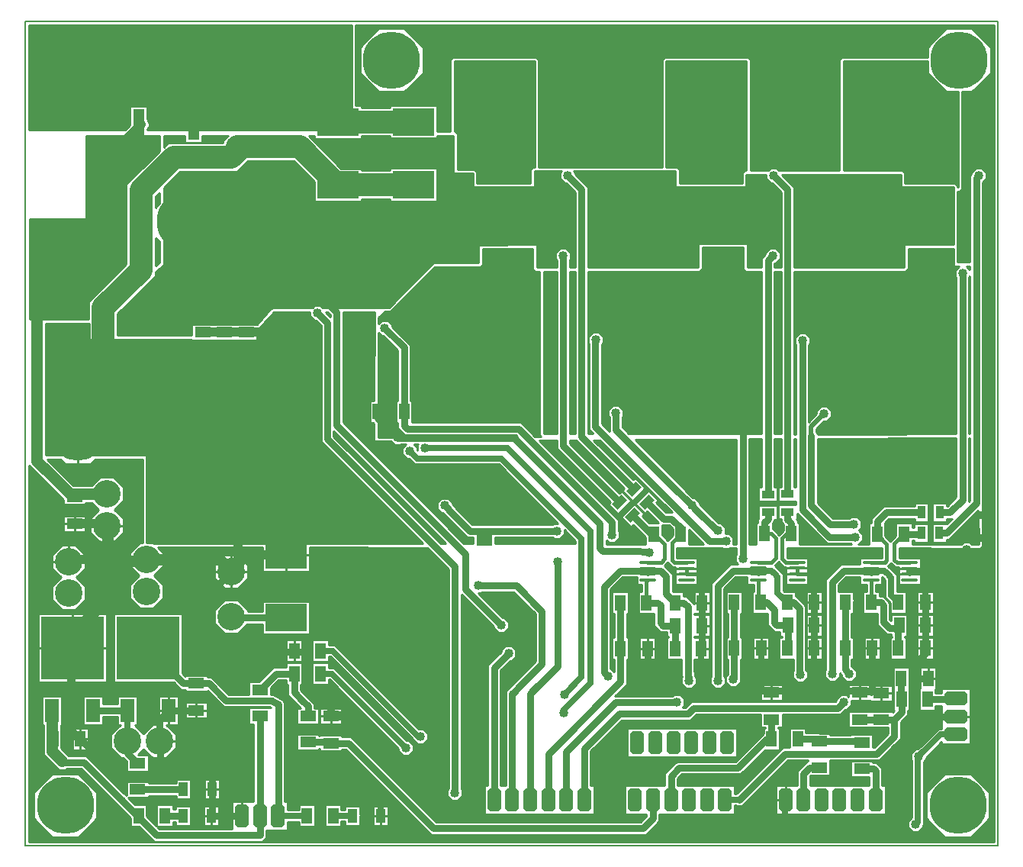
<source format=gbr>
G04 PROTEUS RS274X GERBER FILE*
%FSLAX45Y45*%
%MOMM*%
G01*
%ADD10C,0.762000*%
%ADD15C,0.381000*%
%ADD14C,0.254000*%
%ADD12C,0.635000*%
%ADD11C,0.508000*%
%ADD13C,1.016000*%
%ADD16C,1.270000*%
%ADD42C,2.540000*%
%ADD18C,1.016000*%
%ADD19C,0.762000*%
%ADD20C,5.080000*%
%ADD26R,1.143000X1.803400*%
%ADD43R,6.985000X6.985000*%
%ADD44R,1.524000X2.540000*%
%ADD21R,1.803400X1.143000*%
%ADD27C,6.350000*%
%AMPPAD039*
4,1,36,
0.901700,-0.025400,
0.901700,0.025400,
0.898160,0.061750,
0.887980,0.095370,
0.871810,0.125600,
0.850300,0.151800,
0.824110,0.173310,
0.793870,0.189480,
0.760250,0.199660,
0.723900,0.203200,
-0.723900,0.203200,
-0.760250,0.199660,
-0.793870,0.189480,
-0.824110,0.173310,
-0.850300,0.151800,
-0.871810,0.125600,
-0.887980,0.095370,
-0.898160,0.061750,
-0.901700,0.025400,
-0.901700,-0.025400,
-0.898160,-0.061750,
-0.887980,-0.095370,
-0.871810,-0.125600,
-0.850300,-0.151800,
-0.824110,-0.173310,
-0.793870,-0.189480,
-0.760250,-0.199660,
-0.723900,-0.203200,
0.723900,-0.203200,
0.760250,-0.199660,
0.793870,-0.189480,
0.824110,-0.173310,
0.850300,-0.151800,
0.871810,-0.125600,
0.887980,-0.095370,
0.898160,-0.061750,
0.901700,-0.025400,
0*%
%ADD45PPAD039*%
%ADD40R,1.016000X1.524000*%
%AMDIL026*
4,1,8,
-1.270000,0.457200,-0.965200,0.762000,0.965200,0.762000,1.270000,0.457200,1.270000,-0.457200,
0.965200,-0.762000,-0.965200,-0.762000,-1.270000,-0.457200,-1.270000,0.457200,
0*%
%ADD32DIL026*%
%AMDIL027*
4,1,8,
-0.762000,0.965200,-0.457200,1.270000,0.457200,1.270000,0.762000,0.965200,0.762000,-0.965200,
0.457200,-1.270000,-0.457200,-1.270000,-0.762000,-0.965200,-0.762000,0.965200,
0*%
%ADD33DIL027*%
%ADD34C,3.048000*%
%ADD46R,4.572000X3.048000*%
%AMPPAD041*
4,1,4,
-0.179610,-0.844140,
-0.844140,-0.179610,
0.179610,0.844140,
0.844140,0.179610,
-0.179610,-0.844140,
0*%
%ADD47PPAD041*%
%ADD35R,1.447800X0.939800*%
%ADD48R,0.939800X1.447800*%
%ADD49R,1.244600X3.403600*%
%ADD41C,0.203200*%
G36*
X+4572000Y+1112520D02*
X+4553064Y+1112520D01*
X+4526280Y+1085736D01*
X+4526280Y+934720D01*
X+3931920Y+934720D01*
X+3931920Y+1060336D01*
X+3905136Y+1087120D01*
X+3716020Y+1087120D01*
X+3716020Y+1479437D01*
X+3689238Y+1506219D01*
X+3683000Y+1506219D01*
X+3683000Y+2286000D01*
X+4572000Y+2286000D01*
X+4572000Y+1112520D01*
G37*
%LPC*%
G36*
X+4203700Y+1667155D02*
X+4203700Y+1761845D01*
X+4270655Y+1828800D01*
X+4365345Y+1828800D01*
X+4432300Y+1761845D01*
X+4432300Y+1667155D01*
X+4365345Y+1600200D01*
X+4270655Y+1600200D01*
X+4203700Y+1667155D01*
G37*
G36*
X+3981450Y+1039159D02*
X+3981450Y+1065461D01*
X+4000049Y+1084060D01*
X+4026351Y+1084060D01*
X+4044950Y+1065461D01*
X+4044950Y+1039159D01*
X+4026351Y+1020560D01*
X+4000049Y+1020560D01*
X+3981450Y+1039159D01*
G37*
G36*
X+3879850Y+1215135D02*
X+3879850Y+1241437D01*
X+3898449Y+1260036D01*
X+3924751Y+1260036D01*
X+3943350Y+1241437D01*
X+3943350Y+1215135D01*
X+3924751Y+1196536D01*
X+3898449Y+1196536D01*
X+3879850Y+1215135D01*
G37*
G36*
X+4083050Y+1215135D02*
X+4083050Y+1241437D01*
X+4101649Y+1260036D01*
X+4127951Y+1260036D01*
X+4146550Y+1241437D01*
X+4146550Y+1215135D01*
X+4127951Y+1196536D01*
X+4101649Y+1196536D01*
X+4083050Y+1215135D01*
G37*
G36*
X+3778250Y+1391111D02*
X+3778250Y+1417413D01*
X+3796849Y+1436012D01*
X+3823151Y+1436012D01*
X+3841750Y+1417413D01*
X+3841750Y+1391111D01*
X+3823151Y+1372512D01*
X+3796849Y+1372512D01*
X+3778250Y+1391111D01*
G37*
G36*
X+3981450Y+1391111D02*
X+3981450Y+1417413D01*
X+4000049Y+1436012D01*
X+4026351Y+1436012D01*
X+4044950Y+1417413D01*
X+4044950Y+1391111D01*
X+4026351Y+1372512D01*
X+4000049Y+1372512D01*
X+3981450Y+1391111D01*
G37*
G36*
X+3879850Y+1567087D02*
X+3879850Y+1593389D01*
X+3898449Y+1611988D01*
X+3924751Y+1611988D01*
X+3943350Y+1593389D01*
X+3943350Y+1567087D01*
X+3924751Y+1548488D01*
X+3898449Y+1548488D01*
X+3879850Y+1567087D01*
G37*
G36*
X+3778250Y+1743063D02*
X+3778250Y+1769365D01*
X+3796849Y+1787964D01*
X+3823151Y+1787964D01*
X+3841750Y+1769365D01*
X+3841750Y+1743063D01*
X+3823151Y+1724464D01*
X+3796849Y+1724464D01*
X+3778250Y+1743063D01*
G37*
G36*
X+3905250Y+1891849D02*
X+3905250Y+1918151D01*
X+3923849Y+1936750D01*
X+3950151Y+1936750D01*
X+3968750Y+1918151D01*
X+3968750Y+1891849D01*
X+3950151Y+1873250D01*
X+3923849Y+1873250D01*
X+3905250Y+1891849D01*
G37*
G36*
X+3892550Y+2092141D02*
X+3892550Y+2118443D01*
X+3911149Y+2137042D01*
X+3937451Y+2137042D01*
X+3956050Y+2118443D01*
X+3956050Y+2092141D01*
X+3937451Y+2073542D01*
X+3911149Y+2073542D01*
X+3892550Y+2092141D01*
G37*
G36*
X+4121150Y+2092141D02*
X+4121150Y+2118443D01*
X+4139749Y+2137042D01*
X+4166051Y+2137042D01*
X+4184650Y+2118443D01*
X+4184650Y+2092141D01*
X+4166051Y+2073542D01*
X+4139749Y+2073542D01*
X+4121150Y+2092141D01*
G37*
G36*
X+4349750Y+2092141D02*
X+4349750Y+2118443D01*
X+4368349Y+2137042D01*
X+4394651Y+2137042D01*
X+4413250Y+2118443D01*
X+4413250Y+2092141D01*
X+4394651Y+2073542D01*
X+4368349Y+2073542D01*
X+4349750Y+2092141D01*
G37*
%LPD*%
G36*
X+6922934Y+1074420D02*
X+6902441Y+1074420D01*
X+6875609Y+1047342D01*
X+6876632Y+934720D01*
X+6179820Y+934720D01*
X+6179820Y+1085736D01*
X+6153036Y+1112520D01*
X+6033566Y+1112520D01*
X+6032500Y+2286000D01*
X+6924013Y+2286355D01*
X+6922934Y+1074420D01*
G37*
%LPC*%
G36*
X+6553200Y+1667155D02*
X+6553200Y+1761845D01*
X+6620155Y+1828800D01*
X+6714845Y+1828800D01*
X+6781800Y+1761845D01*
X+6781800Y+1667155D01*
X+6714845Y+1600200D01*
X+6620155Y+1600200D01*
X+6553200Y+1667155D01*
G37*
G36*
X+6332219Y+1039159D02*
X+6332219Y+1065461D01*
X+6350818Y+1084060D01*
X+6377120Y+1084060D01*
X+6395719Y+1065461D01*
X+6395719Y+1039159D01*
X+6377120Y+1020560D01*
X+6350818Y+1020560D01*
X+6332219Y+1039159D01*
G37*
G36*
X+6230619Y+1215135D02*
X+6230619Y+1241437D01*
X+6249218Y+1260036D01*
X+6275520Y+1260036D01*
X+6294119Y+1241437D01*
X+6294119Y+1215135D01*
X+6275520Y+1196536D01*
X+6249218Y+1196536D01*
X+6230619Y+1215135D01*
G37*
G36*
X+6433819Y+1215135D02*
X+6433819Y+1241437D01*
X+6452418Y+1260036D01*
X+6478720Y+1260036D01*
X+6497319Y+1241437D01*
X+6497319Y+1215135D01*
X+6478720Y+1196536D01*
X+6452418Y+1196536D01*
X+6433819Y+1215135D01*
G37*
G36*
X+6129019Y+1391111D02*
X+6129019Y+1417413D01*
X+6147618Y+1436012D01*
X+6173920Y+1436012D01*
X+6192519Y+1417413D01*
X+6192519Y+1391111D01*
X+6173920Y+1372512D01*
X+6147618Y+1372512D01*
X+6129019Y+1391111D01*
G37*
G36*
X+6332219Y+1391111D02*
X+6332219Y+1417413D01*
X+6350818Y+1436012D01*
X+6377120Y+1436012D01*
X+6395719Y+1417413D01*
X+6395719Y+1391111D01*
X+6377120Y+1372512D01*
X+6350818Y+1372512D01*
X+6332219Y+1391111D01*
G37*
G36*
X+6230619Y+1567087D02*
X+6230619Y+1593389D01*
X+6249218Y+1611988D01*
X+6275520Y+1611988D01*
X+6294119Y+1593389D01*
X+6294119Y+1567087D01*
X+6275520Y+1548488D01*
X+6249218Y+1548488D01*
X+6230619Y+1567087D01*
G37*
G36*
X+6129019Y+1743063D02*
X+6129019Y+1769365D01*
X+6147618Y+1787964D01*
X+6173920Y+1787964D01*
X+6192519Y+1769365D01*
X+6192519Y+1743063D01*
X+6173920Y+1724464D01*
X+6147618Y+1724464D01*
X+6129019Y+1743063D01*
G37*
G36*
X+6254750Y+1891849D02*
X+6254750Y+1918151D01*
X+6273349Y+1936750D01*
X+6299651Y+1936750D01*
X+6318250Y+1918151D01*
X+6318250Y+1891849D01*
X+6299651Y+1873250D01*
X+6273349Y+1873250D01*
X+6254750Y+1891849D01*
G37*
G36*
X+6242164Y+2126647D02*
X+6242164Y+2152949D01*
X+6260763Y+2171548D01*
X+6287065Y+2171548D01*
X+6305664Y+2152949D01*
X+6305664Y+2126647D01*
X+6287065Y+2108048D01*
X+6260763Y+2108048D01*
X+6242164Y+2126647D01*
G37*
G36*
X+6470764Y+2126647D02*
X+6470764Y+2152949D01*
X+6489363Y+2171548D01*
X+6515665Y+2171548D01*
X+6534264Y+2152949D01*
X+6534264Y+2126647D01*
X+6515665Y+2108048D01*
X+6489363Y+2108048D01*
X+6470764Y+2126647D01*
G37*
G36*
X+6699364Y+2126647D02*
X+6699364Y+2152949D01*
X+6717963Y+2171548D01*
X+6744265Y+2171548D01*
X+6762864Y+2152949D01*
X+6762864Y+2126647D01*
X+6744265Y+2108048D01*
X+6717963Y+2108048D01*
X+6699364Y+2126647D01*
G37*
%LPD*%
G36*
X+8933181Y+2153510D02*
X+9138510Y+1948181D01*
X+9271000Y+1948181D01*
X+9271000Y+889000D01*
X+9265920Y+889000D01*
X+9265920Y+907936D01*
X+9239136Y+934720D01*
X+8681720Y+934720D01*
X+8681720Y+1047636D01*
X+8654936Y+1074420D01*
X+8001000Y+1074420D01*
X+8001000Y+2286000D01*
X+8933181Y+2286000D01*
X+8933181Y+2153510D01*
G37*
%LPC*%
G36*
X+8140700Y+1603655D02*
X+8140700Y+1698345D01*
X+8207655Y+1765300D01*
X+8302345Y+1765300D01*
X+8369300Y+1698345D01*
X+8369300Y+1603655D01*
X+8302345Y+1536700D01*
X+8207655Y+1536700D01*
X+8140700Y+1603655D01*
G37*
G36*
X+8566150Y+1215135D02*
X+8566150Y+1241437D01*
X+8584749Y+1260036D01*
X+8611051Y+1260036D01*
X+8629650Y+1241437D01*
X+8629650Y+1215135D01*
X+8611051Y+1196536D01*
X+8584749Y+1196536D01*
X+8566150Y+1215135D01*
G37*
G36*
X+8769350Y+1215135D02*
X+8769350Y+1241437D01*
X+8787949Y+1260036D01*
X+8814251Y+1260036D01*
X+8832850Y+1241437D01*
X+8832850Y+1215135D01*
X+8814251Y+1196536D01*
X+8787949Y+1196536D01*
X+8769350Y+1215135D01*
G37*
G36*
X+8566150Y+1567087D02*
X+8566150Y+1593389D01*
X+8584749Y+1611988D01*
X+8611051Y+1611988D01*
X+8629650Y+1593389D01*
X+8629650Y+1567087D01*
X+8611051Y+1548488D01*
X+8584749Y+1548488D01*
X+8566150Y+1567087D01*
G37*
G36*
X+8693150Y+1853749D02*
X+8693150Y+1880051D01*
X+8711749Y+1898650D01*
X+8738051Y+1898650D01*
X+8756650Y+1880051D01*
X+8756650Y+1853749D01*
X+8738051Y+1835150D01*
X+8711749Y+1835150D01*
X+8693150Y+1853749D01*
G37*
G36*
X+8274050Y+1244394D02*
X+8274050Y+1270696D01*
X+8292649Y+1289295D01*
X+8318951Y+1289295D01*
X+8337550Y+1270696D01*
X+8337550Y+1244394D01*
X+8318951Y+1225795D01*
X+8292649Y+1225795D01*
X+8274050Y+1244394D01*
G37*
G36*
X+9036050Y+1244394D02*
X+9036050Y+1270696D01*
X+9054649Y+1289295D01*
X+9080951Y+1289295D01*
X+9099550Y+1270696D01*
X+9099550Y+1244394D01*
X+9080951Y+1225795D01*
X+9054649Y+1225795D01*
X+9036050Y+1244394D01*
G37*
G36*
X+8477250Y+1929949D02*
X+8477250Y+1956251D01*
X+8495849Y+1974850D01*
X+8522151Y+1974850D01*
X+8540750Y+1956251D01*
X+8540750Y+1929949D01*
X+8522151Y+1911350D01*
X+8495849Y+1911350D01*
X+8477250Y+1929949D01*
G37*
G36*
X+8528050Y+2124274D02*
X+8528050Y+2150576D01*
X+8546649Y+2169175D01*
X+8572951Y+2169175D01*
X+8591550Y+2150576D01*
X+8591550Y+2124274D01*
X+8572951Y+2105675D01*
X+8546649Y+2105675D01*
X+8528050Y+2124274D01*
G37*
G36*
X+8782050Y+2124274D02*
X+8782050Y+2150576D01*
X+8800649Y+2169175D01*
X+8826951Y+2169175D01*
X+8845550Y+2150576D01*
X+8845550Y+2124274D01*
X+8826951Y+2105675D01*
X+8800649Y+2105675D01*
X+8782050Y+2124274D01*
G37*
G36*
X+8794750Y+1625149D02*
X+8794750Y+1651451D01*
X+8813349Y+1670050D01*
X+8839651Y+1670050D01*
X+8858250Y+1651451D01*
X+8858250Y+1625149D01*
X+8839651Y+1606550D01*
X+8813349Y+1606550D01*
X+8794750Y+1625149D01*
G37*
G36*
X+9074150Y+1447349D02*
X+9074150Y+1473651D01*
X+9092749Y+1492250D01*
X+9119051Y+1492250D01*
X+9137650Y+1473651D01*
X+9137650Y+1447349D01*
X+9119051Y+1428750D01*
X+9092749Y+1428750D01*
X+9074150Y+1447349D01*
G37*
G36*
X+8985249Y+1823886D02*
X+8985249Y+1850188D01*
X+9003848Y+1868787D01*
X+9030150Y+1868787D01*
X+9048749Y+1850188D01*
X+9048749Y+1823886D01*
X+9030150Y+1805287D01*
X+9003848Y+1805287D01*
X+8985249Y+1823886D01*
G37*
G36*
X+8096249Y+2043856D02*
X+8096249Y+2070158D01*
X+8114848Y+2088757D01*
X+8141150Y+2088757D01*
X+8159749Y+2070158D01*
X+8159749Y+2043856D01*
X+8141150Y+2025257D01*
X+8114848Y+2025257D01*
X+8096249Y+2043856D01*
G37*
G36*
X+8350249Y+2043856D02*
X+8350249Y+2070158D01*
X+8368848Y+2088757D01*
X+8395150Y+2088757D01*
X+8413749Y+2070158D01*
X+8413749Y+2043856D01*
X+8395150Y+2025257D01*
X+8368848Y+2025257D01*
X+8350249Y+2043856D01*
G37*
%LPD*%
G36*
X+9672320Y-6370320D02*
X-1036320Y-6370320D01*
X-1036320Y-2198978D01*
X-656589Y-2578709D01*
X-656589Y-2634969D01*
X-410211Y-2634969D01*
X-410211Y-2611119D01*
X-343503Y-2611119D01*
X-265022Y-2689600D01*
X-363219Y-2787797D01*
X-363219Y-2941403D01*
X-254603Y-3050019D01*
X-100997Y-3050019D01*
X+7619Y-2941403D01*
X+7619Y-2787797D01*
X-90578Y-2689600D01*
X+7619Y-2591403D01*
X+7619Y-2437797D01*
X-100997Y-2329181D01*
X-254603Y-2329181D01*
X-343503Y-2418081D01*
X-544221Y-2418081D01*
X-833782Y-2128520D01*
X-691289Y-2128520D01*
X-640490Y-2179319D01*
X-350110Y-2179319D01*
X-299311Y-2128520D01*
X+220980Y-2128520D01*
X+220980Y-3058681D01*
X+189897Y-3058681D01*
X+81281Y-3167297D01*
X+81281Y-3320903D01*
X+179478Y-3419100D01*
X+81281Y-3517297D01*
X+81281Y-3670903D01*
X+189897Y-3779519D01*
X+343503Y-3779519D01*
X+452119Y-3670903D01*
X+452119Y-3517297D01*
X+353922Y-3419100D01*
X+452119Y-3320903D01*
X+452119Y-3167297D01*
X+391242Y-3106420D01*
X+965200Y-3106420D01*
X+1554481Y-3107297D01*
X+1554481Y-3373119D01*
X+2077719Y-3373119D01*
X+2077719Y-3108075D01*
X+3377734Y-3110010D01*
X+3617581Y-3349857D01*
X+3617581Y-5781304D01*
X+3604261Y-5794624D01*
X+3604261Y-5864062D01*
X+3653361Y-5913162D01*
X+3722799Y-5913162D01*
X+3771899Y-5864062D01*
X+3771899Y-5794624D01*
X+3759819Y-5782544D01*
X+3759819Y-3626093D01*
X+4121379Y-3987653D01*
X+4121379Y-4005615D01*
X+4170479Y-4054715D01*
X+4239917Y-4054715D01*
X+4289017Y-4005615D01*
X+4289017Y-3936177D01*
X+4239917Y-3887077D01*
X+4221955Y-3887077D01*
X+3951247Y-3616369D01*
X+3979471Y-3616369D01*
X+3992171Y-3603669D01*
X+4341821Y-3603669D01*
X+4584224Y-3846072D01*
X+4584224Y-4370300D01*
X+4253381Y-4701142D01*
X+4253381Y-5745481D01*
X+4195619Y-5745481D01*
X+4195619Y-4471127D01*
X+4299916Y-4366830D01*
X+4317878Y-4366830D01*
X+4366978Y-4317730D01*
X+4366978Y-4248292D01*
X+4317878Y-4199192D01*
X+4248440Y-4199192D01*
X+4199340Y-4248292D01*
X+4199340Y-4266254D01*
X+4053381Y-4412213D01*
X+4053381Y-5745481D01*
X+4015281Y-5745481D01*
X+4015281Y-6065519D01*
X+5233719Y-6065519D01*
X+5233719Y-5745481D01*
X+5195619Y-5745481D01*
X+5195619Y-5369757D01*
X+5540749Y-5024627D01*
X+6303258Y-5024627D01*
X+6367265Y-4960619D01*
X+7077711Y-4960619D01*
X+7077711Y-5106669D01*
X+7129781Y-5106669D01*
X+7129781Y-5109211D01*
X+7112831Y-5109211D01*
X+7112831Y-5170284D01*
X+6801548Y-5481567D01*
X+6148557Y-5481567D01*
X+6015376Y-5614748D01*
X+6015376Y-5745481D01*
X+5577281Y-5745481D01*
X+5577281Y-6065519D01*
X+5815381Y-6065519D01*
X+5815381Y-6085543D01*
X+5749043Y-6151881D01*
X+3482276Y-6151881D01*
X+2537676Y-5207281D01*
X+2434589Y-5207281D01*
X+2434589Y-5188231D01*
X+2188211Y-5188231D01*
X+2188211Y-5197281D01*
X+2180589Y-5197281D01*
X+2180589Y-5178231D01*
X+1934211Y-5178231D01*
X+1934211Y-5358569D01*
X+2180589Y-5358569D01*
X+2180589Y-5339519D01*
X+2188211Y-5339519D01*
X+2188211Y-5368569D01*
X+2434589Y-5368569D01*
X+2434589Y-5349519D01*
X+2478762Y-5349519D01*
X+3423361Y-6294119D01*
X+5807957Y-6294119D01*
X+5957619Y-6144457D01*
X+5957619Y-6065519D01*
X+6795719Y-6065519D01*
X+6795719Y-5970269D01*
X+6806131Y-5970269D01*
X+6812481Y-5976619D01*
X+6874757Y-5976619D01*
X+7382757Y-5468619D01*
X+7607911Y-5468619D01*
X+7607911Y-5477861D01*
X+7595171Y-5477861D01*
X+7485381Y-5587651D01*
X+7485381Y-5745481D01*
X+7247281Y-5745481D01*
X+7247281Y-6065519D01*
X+8465719Y-6065519D01*
X+8465719Y-5745481D01*
X+8429329Y-5745481D01*
X+8429329Y-5553322D01*
X+8367488Y-5491481D01*
X+8327389Y-5491481D01*
X+8327389Y-5472431D01*
X+8081011Y-5472431D01*
X+8081011Y-5652769D01*
X+8287091Y-5652769D01*
X+8287091Y-5745481D01*
X+7627619Y-5745481D01*
X+7627619Y-5646565D01*
X+7634115Y-5640069D01*
X+7854289Y-5640069D01*
X+7854289Y-5468619D01*
X+8398757Y-5468619D01*
X+8558300Y-5309077D01*
X+8558300Y-5309075D01*
X+8635972Y-5231403D01*
X+8635972Y-5044833D01*
X+8714535Y-4966270D01*
X+8714535Y-4916405D01*
X+8733585Y-4916405D01*
X+8733585Y-4670027D01*
X+8730969Y-4670027D01*
X+8730969Y-4436111D01*
X+8550631Y-4436111D01*
X+8550631Y-4682489D01*
X+8553247Y-4682489D01*
X+8553247Y-4916405D01*
X+8563248Y-4916405D01*
X+8543289Y-4936364D01*
X+8543289Y-4926331D01*
X+8449338Y-4926331D01*
X+8442799Y-4918142D01*
X+8427119Y-4926331D01*
X+8301989Y-4926331D01*
X+8301989Y-4925207D01*
X+8055611Y-4925207D01*
X+8055611Y-5105545D01*
X+8296911Y-5105545D01*
X+8296911Y-5106669D01*
X+8493734Y-5106669D01*
X+8493734Y-5172489D01*
X+8416062Y-5250160D01*
X+8416062Y-5250162D01*
X+8339841Y-5326381D01*
X+8327389Y-5326381D01*
X+8327389Y-5182431D01*
X+8081011Y-5182431D01*
X+8081011Y-5188781D01*
X+7854289Y-5188781D01*
X+7854289Y-5169731D01*
X+7741507Y-5169731D01*
X+7733057Y-5161281D01*
X+7583169Y-5161281D01*
X+7583169Y-5109211D01*
X+7402831Y-5109211D01*
X+7402831Y-5326381D01*
X+7323843Y-5326381D01*
X+6815843Y-5834381D01*
X+6812481Y-5834381D01*
X+6806131Y-5840731D01*
X+6795719Y-5840731D01*
X+6795719Y-5745481D01*
X+6157614Y-5745481D01*
X+6157614Y-5673662D01*
X+6207471Y-5623805D01*
X+6860462Y-5623805D01*
X+7128678Y-5355589D01*
X+7293169Y-5355589D01*
X+7293169Y-5109211D01*
X+7272019Y-5109211D01*
X+7272019Y-5106669D01*
X+7324089Y-5106669D01*
X+7324089Y-4960619D01*
X+7966958Y-4960619D01*
X+8017757Y-4909819D01*
X+8035719Y-4909819D01*
X+8084819Y-4860719D01*
X+8084819Y-4805545D01*
X+8296911Y-4805545D01*
X+8296911Y-4816669D01*
X+8543289Y-4816669D01*
X+8543289Y-4636331D01*
X+8301989Y-4636331D01*
X+8301989Y-4625207D01*
X+8055611Y-4625207D01*
X+8055611Y-4762073D01*
X+8035719Y-4742181D01*
X+7966281Y-4742181D01*
X+7917181Y-4791281D01*
X+7917181Y-4809243D01*
X+7908043Y-4818381D01*
X+6308351Y-4818381D01*
X+6244343Y-4882389D01*
X+6216324Y-4882389D01*
X+6237050Y-4861663D01*
X+6237050Y-4792225D01*
X+6187950Y-4743125D01*
X+6118512Y-4743125D01*
X+6105812Y-4755825D01*
X+5466652Y-4755825D01*
X+5595619Y-4626858D01*
X+5595619Y-4350591D01*
X+5614669Y-4350591D01*
X+5614669Y-4104213D01*
X+5595619Y-4104213D01*
X+5595619Y-3842591D01*
X+5614669Y-3842591D01*
X+5614669Y-3596213D01*
X+5434331Y-3596213D01*
X+5434331Y-3842591D01*
X+5453381Y-3842591D01*
X+5453381Y-4104213D01*
X+5434331Y-4104213D01*
X+5434331Y-4350591D01*
X+5453381Y-4350591D01*
X+5453381Y-4486397D01*
X+5418740Y-4451756D01*
X+5415568Y-4451756D01*
X+5415568Y-3572531D01*
X+5551480Y-3436619D01*
X+5705811Y-3436619D01*
X+5705811Y-3521741D01*
X+5762431Y-3521741D01*
X+5762431Y-3596213D01*
X+5724331Y-3596213D01*
X+5724331Y-3842591D01*
X+5899185Y-3842591D01*
X+5899185Y-3974054D01*
X+5969652Y-4044521D01*
X+6041831Y-4044521D01*
X+6041831Y-4096591D01*
X+6060881Y-4096591D01*
X+6060881Y-4104213D01*
X+6041831Y-4104213D01*
X+6041831Y-4350591D01*
X+6202899Y-4350591D01*
X+6202899Y-4525476D01*
X+6207460Y-4545202D01*
X+6202681Y-4549981D01*
X+6202681Y-4619419D01*
X+6251781Y-4668519D01*
X+6321219Y-4668519D01*
X+6370319Y-4619419D01*
X+6370319Y-4549981D01*
X+6356037Y-4535699D01*
X+6350908Y-4513516D01*
X+6345137Y-4466560D01*
X+6345137Y-4350591D01*
X+6512169Y-4350591D01*
X+6512169Y-4104213D01*
X+6345137Y-4104213D01*
X+6345137Y-4096591D01*
X+6522169Y-4096591D01*
X+6522169Y-3850213D01*
X+6345137Y-3850213D01*
X+6345137Y-3842591D01*
X+6522169Y-3842591D01*
X+6522169Y-3596213D01*
X+6341831Y-3596213D01*
X+6341831Y-3731827D01*
X+6258287Y-3648283D01*
X+6222169Y-3648283D01*
X+6222169Y-3596213D01*
X+6109387Y-3596213D01*
X+6105250Y-3592076D01*
X+6105250Y-3401575D01*
X+6014277Y-3310603D01*
X+6050644Y-3274236D01*
X+6064347Y-3287940D01*
X+6101878Y-3325471D01*
X+6135811Y-3325471D01*
X+6135811Y-3521741D01*
X+6382189Y-3521741D01*
X+6382189Y-3220063D01*
X+6153234Y-3220063D01*
X+6153234Y-3114140D01*
X+6656825Y-3114889D01*
X+6661525Y-3119589D01*
X+6730963Y-3119589D01*
X+6735545Y-3115007D01*
X+6812019Y-3115120D01*
X+6812019Y-3182670D01*
X+6799319Y-3195370D01*
X+6799319Y-3264808D01*
X+6828892Y-3294381D01*
X+6743444Y-3294381D01*
X+6532881Y-3504944D01*
X+6532881Y-4537281D01*
X+6520181Y-4549981D01*
X+6520181Y-4619419D01*
X+6569281Y-4668519D01*
X+6638719Y-4668519D01*
X+6687819Y-4619419D01*
X+6687819Y-4549981D01*
X+6675119Y-4537281D01*
X+6675119Y-3563858D01*
X+6802358Y-3436619D01*
X+6932918Y-3436619D01*
X+6932918Y-3521372D01*
X+7004038Y-3521372D01*
X+7004039Y-3595844D01*
X+6987438Y-3595844D01*
X+6987438Y-3842222D01*
X+7160988Y-3842222D01*
X+7160988Y-3971731D01*
X+7233409Y-4044152D01*
X+7296438Y-4044152D01*
X+7296438Y-4096222D01*
X+7315488Y-4096222D01*
X+7315488Y-4103844D01*
X+7286438Y-4103844D01*
X+7286438Y-4350222D01*
X+7441420Y-4350222D01*
X+7441420Y-4478990D01*
X+7435233Y-4485177D01*
X+7435233Y-4554615D01*
X+7484333Y-4603715D01*
X+7553771Y-4603715D01*
X+7602871Y-4554615D01*
X+7602871Y-4485177D01*
X+7583658Y-4465964D01*
X+7583658Y-3754490D01*
X+7477082Y-3647914D01*
X+7466776Y-3647914D01*
X+7466776Y-3595844D01*
X+7345014Y-3595844D01*
X+7334882Y-3585712D01*
X+7334882Y-3405133D01*
X+7239546Y-3309798D01*
X+7246042Y-3303301D01*
X+7280975Y-3268368D01*
X+7337709Y-3325102D01*
X+7362918Y-3325102D01*
X+7362918Y-3521372D01*
X+7609296Y-3521372D01*
X+7609296Y-3219694D01*
X+7379573Y-3219694D01*
X+7373403Y-3213524D01*
X+7373403Y-3115956D01*
X+8429392Y-3117527D01*
X+8429392Y-3222464D01*
X+8429058Y-3222464D01*
X+8429058Y-3221194D01*
X+8182680Y-3221194D01*
X+8182680Y-3294381D01*
X+7971543Y-3294381D01*
X+7802881Y-3463043D01*
X+7802881Y-4461081D01*
X+7790181Y-4473781D01*
X+7790181Y-4543219D01*
X+7839281Y-4592319D01*
X+7908719Y-4592319D01*
X+7957819Y-4543219D01*
X+7957819Y-4502395D01*
X+7980681Y-4525257D01*
X+7980681Y-4543219D01*
X+8029781Y-4592319D01*
X+8099219Y-4592319D01*
X+8148319Y-4543219D01*
X+8148319Y-4473781D01*
X+8099219Y-4424681D01*
X+8090988Y-4424681D01*
X+8090988Y-4350222D01*
X+8110038Y-4350222D01*
X+8110038Y-4103844D01*
X+8090988Y-4103844D01*
X+8090988Y-3842222D01*
X+8110038Y-3842222D01*
X+8110038Y-3711349D01*
X+8120092Y-3691746D01*
X+8110038Y-3683811D01*
X+8110038Y-3595844D01*
X+7945119Y-3595844D01*
X+7945119Y-3521957D01*
X+8030457Y-3436619D01*
X+8182680Y-3436619D01*
X+8182680Y-3522872D01*
X+8253800Y-3522872D01*
X+8253800Y-3595844D01*
X+8219700Y-3595844D01*
X+8219700Y-3842222D01*
X+8373132Y-3842222D01*
X+8373132Y-3966008D01*
X+8479738Y-4071619D01*
X+8528700Y-4071619D01*
X+8528700Y-4096222D01*
X+8537750Y-4096222D01*
X+8537750Y-4103844D01*
X+8518700Y-4103844D01*
X+8518700Y-4350222D01*
X+8699038Y-4350222D01*
X+8699038Y-4103844D01*
X+8679988Y-4103844D01*
X+8679988Y-4096222D01*
X+8709038Y-4096222D01*
X+8709038Y-3849844D01*
X+8528700Y-3849844D01*
X+8528700Y-3919908D01*
X+8515370Y-3906702D01*
X+8515370Y-3719139D01*
X+8444145Y-3647914D01*
X+8400038Y-3647914D01*
X+8400038Y-3595844D01*
X+8357938Y-3595844D01*
X+8357938Y-3522872D01*
X+8429058Y-3522872D01*
X+8429058Y-3432654D01*
X+8463100Y-3466696D01*
X+8463100Y-3664861D01*
X+8518700Y-3720460D01*
X+8518700Y-3842222D01*
X+8699038Y-3842222D01*
X+8699038Y-3595844D01*
X+8592638Y-3595844D01*
X+8592638Y-3413041D01*
X+8492804Y-3313208D01*
X+8494662Y-3311351D01*
X+8525333Y-3280680D01*
X+8571255Y-3326602D01*
X+8612680Y-3326602D01*
X+8612680Y-3522872D01*
X+8859058Y-3522872D01*
X+8859058Y-3221194D01*
X+8618995Y-3221194D01*
X+8618995Y-3117809D01*
X+9335768Y-3118876D01*
X+9335768Y-3143849D01*
X+9354367Y-3162448D01*
X+9380669Y-3162448D01*
X+9399268Y-3143849D01*
X+9399268Y-3118970D01*
X+9518630Y-3119148D01*
X+9545516Y-3092020D01*
X+9544932Y-3035911D01*
X+9558471Y-3035911D01*
X+9577070Y-3017312D01*
X+9577070Y-2991010D01*
X+9558471Y-2972411D01*
X+9544270Y-2972411D01*
X+9542286Y-2781911D01*
X+9558471Y-2781911D01*
X+9577070Y-2763312D01*
X+9577070Y-2737010D01*
X+9558471Y-2718411D01*
X+9541624Y-2718411D01*
X+9540926Y-2651329D01*
X+9545319Y-2646936D01*
X+9545319Y+12455D01*
X+9545448Y+31418D01*
X+9545319Y+31548D01*
X+9545319Y+943181D01*
X+9583419Y+981281D01*
X+9583419Y+1050719D01*
X+9534319Y+1099819D01*
X+9464881Y+1099819D01*
X+9415781Y+1050719D01*
X+9415781Y+1032757D01*
X+9403081Y+1020057D01*
X+9403081Y+58420D01*
X+9265920Y+58420D01*
X+9265920Y+843280D01*
X+9289936Y+843280D01*
X+9316720Y+870064D01*
X+9316720Y+1948181D01*
X+9428890Y+1948181D01*
X+9634219Y+2153510D01*
X+9634219Y+2443890D01*
X+9428890Y+2649219D01*
X+9138510Y+2649219D01*
X+8933181Y+2443890D01*
X+8933181Y+2331720D01*
X+7982064Y+2331720D01*
X+7955280Y+2304936D01*
X+7955280Y+1074420D01*
X+7286418Y+1074420D01*
X+7261019Y+1099819D01*
X+7191581Y+1099819D01*
X+7166182Y+1074420D01*
X+6968653Y+1074420D01*
X+6969749Y+2305270D01*
X+6942949Y+2332082D01*
X+6013537Y+2331711D01*
X+5986764Y+2304904D01*
X+5987847Y+1112520D01*
X+4617720Y+1112520D01*
X+4617720Y+2304936D01*
X+4590936Y+2331720D01*
X+3664064Y+2331720D01*
X+3637280Y+2304936D01*
X+3637280Y+1506220D01*
X+3487419Y+1506221D01*
X+3487419Y+1799819D01*
X+2964181Y+1799819D01*
X+2964181Y+1774419D01*
X+2649219Y+1774419D01*
X+2649219Y+1798319D01*
X+2585720Y+1798319D01*
X+2585720Y+2687320D01*
X+9672320Y+2687320D01*
X+9672320Y-6370320D01*
G37*
%LPC*%
G36*
X-935469Y-3841751D02*
X-170931Y-3841751D01*
X-170931Y-4606289D01*
X-935469Y-4606289D01*
X-935469Y-3841751D01*
G37*
G36*
X+622819Y-5074919D02*
X+485741Y-5074919D01*
X+591819Y-5180997D01*
X+591819Y-5334603D01*
X+483203Y-5443219D01*
X+329597Y-5443219D01*
X+231400Y-5345022D01*
X+170449Y-5405973D01*
X+175507Y-5411031D01*
X+288289Y-5411031D01*
X+288289Y-5591369D01*
X+41911Y-5591369D01*
X+41911Y-5478587D01*
X+6543Y-5443219D01*
X-20403Y-5443219D01*
X-129019Y-5334603D01*
X-129019Y-5180997D01*
X-22941Y-5074919D01*
X-52819Y-5074919D01*
X-52819Y-4986019D01*
X-215381Y-4986019D01*
X-215381Y-5074919D01*
X-433819Y-5074919D01*
X-433819Y-4754881D01*
X-215381Y-4754881D01*
X-215381Y-4843781D01*
X-52819Y-4843781D01*
X-52819Y-4754881D01*
X+165619Y-4754881D01*
X+165619Y-5074919D01*
X+135741Y-5074919D01*
X+231400Y-5170578D01*
X+329597Y-5072381D01*
X+404381Y-5072381D01*
X+404381Y-4754881D01*
X+622819Y-4754881D01*
X+622819Y-5074919D01*
G37*
G36*
X+667269Y-4505713D02*
X+695211Y-4533655D01*
X+695211Y-4524731D01*
X+941589Y-4524731D01*
X+941589Y-4543781D01*
X+986757Y-4543781D01*
X+1179513Y-4736537D01*
X+1400811Y-4736537D01*
X+1400811Y-4596131D01*
X+1513593Y-4596131D01*
X+1672343Y-4437381D01*
X+1814831Y-4437381D01*
X+1814831Y-4385311D01*
X+1995169Y-4385311D01*
X+1995169Y-4631689D01*
X+1976119Y-4631689D01*
X+1976119Y-4687933D01*
X+2128519Y-4840333D01*
X+2128519Y-4888231D01*
X+2180589Y-4888231D01*
X+2180589Y-5068569D01*
X+1934211Y-5068569D01*
X+1934211Y-4888231D01*
X+1975265Y-4888231D01*
X+1833881Y-4746847D01*
X+1833881Y-4631689D01*
X+1814831Y-4631689D01*
X+1814831Y-4579619D01*
X+1731257Y-4579619D01*
X+1647189Y-4663687D01*
X+1647189Y-4736537D01*
X+1669962Y-4736537D01*
X+1779176Y-4799236D01*
X+1798319Y-4832300D01*
X+1798319Y-5926373D01*
X+1832204Y-5926373D01*
X+1832204Y-6021623D01*
X+1956631Y-6021623D01*
X+1956631Y-5960111D01*
X+2136969Y-5960111D01*
X+2136969Y-6206489D01*
X+1956631Y-6206489D01*
X+1956631Y-6151161D01*
X+1832204Y-6151161D01*
X+1832204Y-6246411D01*
X+1595119Y-6246411D01*
X+1595119Y-6328658D01*
X+1553458Y-6370319D01*
X+348650Y-6370319D01*
X+184821Y-6206489D01*
X+87631Y-6206489D01*
X+87631Y-6109299D01*
X-461234Y-5560433D01*
X-617943Y-5560433D01*
X-632168Y-5574658D01*
X-712126Y-5574658D01*
X-878319Y-5408465D01*
X-878319Y-5074919D01*
X-891019Y-5074919D01*
X-891019Y-4754881D01*
X-672581Y-4754881D01*
X-672581Y-5074919D01*
X-685281Y-5074919D01*
X-685281Y-5109211D01*
X-678931Y-5109211D01*
X-678931Y-5334857D01*
X-595593Y-5418195D01*
X-402320Y-5418195D01*
X+13866Y-5834381D01*
X+21696Y-5834381D01*
X+41911Y-5854596D01*
X+41911Y-5701031D01*
X+288289Y-5701031D01*
X+288289Y-5720081D01*
X+591821Y-5720081D01*
X+591821Y-5681981D01*
X+759459Y-5681981D01*
X+759459Y-5900419D01*
X+591821Y-5900419D01*
X+591821Y-5862319D01*
X+288289Y-5862319D01*
X+288289Y-5881369D01*
X+63357Y-5881369D01*
X+63357Y-5883873D01*
X+139595Y-5960111D01*
X+267969Y-5960111D01*
X+267969Y-6088485D01*
X+377631Y-6198148D01*
X+377631Y-5960111D01*
X+557969Y-5960111D01*
X+557969Y-6012181D01*
X+589281Y-6012181D01*
X+589281Y-5974081D01*
X+756919Y-5974081D01*
X+756919Y-6192519D01*
X+589281Y-6192519D01*
X+589281Y-6154419D01*
X+557969Y-6154419D01*
X+557969Y-6206489D01*
X+385972Y-6206489D01*
X+407564Y-6228081D01*
X+1213766Y-6228081D01*
X+1213766Y-5926373D01*
X+1452881Y-5926373D01*
X+1452881Y-5066469D01*
X+1400811Y-5066469D01*
X+1400811Y-4886131D01*
X+1644853Y-4886131D01*
X+1632039Y-4878775D01*
X+1120599Y-4878775D01*
X+941589Y-4699765D01*
X+941589Y-4705069D01*
X+695211Y-4705069D01*
X+695211Y-4686019D01*
X+646423Y-4686019D01*
X+566693Y-4606289D01*
X-97269Y-4606289D01*
X-97269Y-3841751D01*
X+667269Y-3841751D01*
X+667269Y-4505713D01*
G37*
G36*
X-559269Y-5109211D02*
X-378931Y-5109211D01*
X-378931Y-5355589D01*
X-559269Y-5355589D01*
X-559269Y-5109211D01*
G37*
G36*
X+941589Y-4824731D02*
X+941589Y-5005069D01*
X+695211Y-5005069D01*
X+695211Y-4824731D01*
X+941589Y-4824731D01*
G37*
G36*
X+7586438Y-3595844D02*
X+7766776Y-3595844D01*
X+7766776Y-3842222D01*
X+7586438Y-3842222D01*
X+7586438Y-3595844D01*
G37*
G36*
X+8818700Y-3595844D02*
X+8999038Y-3595844D01*
X+8999038Y-3842222D01*
X+8818700Y-3842222D01*
X+8818700Y-3595844D01*
G37*
G36*
X+5734331Y-4104213D02*
X+5914669Y-4104213D01*
X+5914669Y-4350591D01*
X+5734331Y-4350591D01*
X+5734331Y-4104213D01*
G37*
G36*
X+6877776Y-3842222D02*
X+6858726Y-3842222D01*
X+6858726Y-4103844D01*
X+6877776Y-4103844D01*
X+6877776Y-4350222D01*
X+6858726Y-4350222D01*
X+6858726Y-4533111D01*
X+6862475Y-4536860D01*
X+6862475Y-4606298D01*
X+6813375Y-4655398D01*
X+6743937Y-4655398D01*
X+6694837Y-4606298D01*
X+6694837Y-4536860D01*
X+6716488Y-4515209D01*
X+6716488Y-4350222D01*
X+6697438Y-4350222D01*
X+6697438Y-4103844D01*
X+6716488Y-4103844D01*
X+6716488Y-3842222D01*
X+6697438Y-3842222D01*
X+6697438Y-3595844D01*
X+6877776Y-3595844D01*
X+6877776Y-3842222D01*
G37*
G36*
X+7586438Y-3849844D02*
X+7766776Y-3849844D01*
X+7766776Y-4096222D01*
X+7586438Y-4096222D01*
X+7586438Y-3849844D01*
G37*
G36*
X+8818700Y-3849844D02*
X+8999038Y-3849844D01*
X+8999038Y-4096222D01*
X+8818700Y-4096222D01*
X+8818700Y-3849844D01*
G37*
G36*
X+6997438Y-4103844D02*
X+7177776Y-4103844D01*
X+7177776Y-4350222D01*
X+6997438Y-4350222D01*
X+6997438Y-4103844D01*
G37*
G36*
X+7586438Y-4103844D02*
X+7766776Y-4103844D01*
X+7766776Y-4350222D01*
X+7586438Y-4350222D01*
X+7586438Y-4103844D01*
G37*
G36*
X+8229700Y-4103844D02*
X+8410038Y-4103844D01*
X+8410038Y-4350222D01*
X+8229700Y-4350222D01*
X+8229700Y-4103844D01*
G37*
G36*
X+8818700Y-4103844D02*
X+8999038Y-4103844D01*
X+8999038Y-4350222D01*
X+8818700Y-4350222D01*
X+8818700Y-4103844D01*
G37*
G36*
X+7077711Y-4806669D02*
X+7077711Y-4626331D01*
X+7324089Y-4626331D01*
X+7324089Y-4806669D01*
X+7077711Y-4806669D01*
G37*
G36*
X+2188211Y-5068569D02*
X+2188211Y-4888231D01*
X+2434589Y-4888231D01*
X+2434589Y-5068569D01*
X+2188211Y-5068569D01*
G37*
G36*
X-410211Y-2754631D02*
X-410211Y-2934969D01*
X-656589Y-2934969D01*
X-656589Y-2754631D01*
X-410211Y-2754631D01*
G37*
G36*
X+904241Y-5974081D02*
X+1071879Y-5974081D01*
X+1071879Y-6192519D01*
X+904241Y-6192519D01*
X+904241Y-5974081D01*
G37*
G36*
X+9030969Y-4682489D02*
X+9023585Y-4682489D01*
X+9023585Y-4722097D01*
X+9085581Y-4722097D01*
X+9085581Y-4672281D01*
X+9405619Y-4672281D01*
X+9405619Y-5290719D01*
X+9085581Y-5290719D01*
X+9085581Y-5268114D01*
X+8915243Y-5438453D01*
X+8915243Y-5461925D01*
X+8891268Y-5485900D01*
X+8891268Y-6180497D01*
X+8886444Y-6185321D01*
X+8886444Y-6212263D01*
X+8837344Y-6261363D01*
X+8767906Y-6261363D01*
X+8718806Y-6212263D01*
X+8718806Y-6142825D01*
X+8761732Y-6099899D01*
X+8761732Y-5476052D01*
X+8747605Y-5461925D01*
X+8747605Y-5392487D01*
X+8796705Y-5343387D01*
X+8823647Y-5343387D01*
X+8853353Y-5313681D01*
X+8856823Y-5313681D01*
X+9053772Y-5116731D01*
X+9085581Y-5116731D01*
X+9085581Y-4864335D01*
X+9023585Y-4864335D01*
X+9023585Y-4916405D01*
X+8843247Y-4916405D01*
X+8843247Y-4670027D01*
X+8850631Y-4670027D01*
X+8850631Y-4436111D01*
X+9030969Y-4436111D01*
X+9030969Y-4682489D01*
G37*
G36*
X+2285169Y-4443731D02*
X+2348041Y-4443731D01*
X+3153594Y-5249284D01*
X+3180536Y-5249284D01*
X+3229636Y-5298384D01*
X+3229636Y-5367822D01*
X+3180536Y-5416922D01*
X+3111098Y-5416922D01*
X+3061998Y-5367822D01*
X+3061998Y-5340880D01*
X+2294387Y-4573269D01*
X+2285169Y-4573269D01*
X+2285169Y-4631689D01*
X+2104831Y-4631689D01*
X+2104831Y-4385311D01*
X+2285169Y-4385311D01*
X+2285169Y-4443731D01*
G37*
G36*
X+1995169Y-4377689D02*
X+1814831Y-4377689D01*
X+1814831Y-4131311D01*
X+1995169Y-4131311D01*
X+1995169Y-4377689D01*
G37*
G36*
X+2285169Y-4189731D02*
X+2357286Y-4189731D01*
X+3290736Y-5123181D01*
X+3336719Y-5123181D01*
X+3385819Y-5172281D01*
X+3385819Y-5241719D01*
X+3336719Y-5290819D01*
X+3267281Y-5290819D01*
X+3218181Y-5241719D01*
X+3218181Y-5233818D01*
X+2303632Y-4319269D01*
X+2285169Y-4319269D01*
X+2285169Y-4377689D01*
X+2104831Y-4377689D01*
X+2104831Y-4131311D01*
X+2285169Y-4131311D01*
X+2285169Y-4189731D01*
G37*
G36*
X+2633981Y+2153510D02*
X+2633981Y+2443890D01*
X+2839310Y+2649219D01*
X+3129690Y+2649219D01*
X+3335019Y+2443890D01*
X+3335019Y+2153510D01*
X+3129690Y+1948181D01*
X+2839310Y+1948181D01*
X+2633981Y+2153510D01*
G37*
G36*
X+8920481Y-6114190D02*
X+8920481Y-5823810D01*
X+9125810Y-5618481D01*
X+9416190Y-5618481D01*
X+9621519Y-5823810D01*
X+9621519Y-6114190D01*
X+9416190Y-6319519D01*
X+9125810Y-6319519D01*
X+8920481Y-6114190D01*
G37*
G36*
X-985519Y-6114190D02*
X-985519Y-5823810D01*
X-780190Y-5618481D01*
X-489810Y-5618481D01*
X-284481Y-5823810D01*
X-284481Y-6114190D01*
X-489810Y-6319519D01*
X-780190Y-6319519D01*
X-985519Y-6114190D01*
G37*
G36*
X+6821219Y-5430519D02*
X+5602781Y-5430519D01*
X+5602781Y-5110481D01*
X+6821219Y-5110481D01*
X+6821219Y-5430519D01*
G37*
G36*
X+1391919Y-3796697D02*
X+1391919Y-3816581D01*
X+1554481Y-3816581D01*
X+1554481Y-3702281D01*
X+2077719Y-3702281D01*
X+2077719Y-4073119D01*
X+1554481Y-4073119D01*
X+1554481Y-3958819D01*
X+1383403Y-3958819D01*
X+1283303Y-4058919D01*
X+1129697Y-4058919D01*
X+1021081Y-3950303D01*
X+1021081Y-3796697D01*
X+1129697Y-3688081D01*
X+1283303Y-3688081D01*
X+1391919Y-3796697D01*
G37*
G36*
X+1021081Y-3450303D02*
X+1021081Y-3296697D01*
X+1129697Y-3188081D01*
X+1283303Y-3188081D01*
X+1391919Y-3296697D01*
X+1391919Y-3450303D01*
X+1283303Y-3558919D01*
X+1129697Y-3558919D01*
X+1021081Y-3450303D01*
G37*
G36*
X-411481Y-3187097D02*
X-411481Y-3340703D01*
X-509678Y-3438900D01*
X-411481Y-3537097D01*
X-411481Y-3690703D01*
X-520097Y-3799319D01*
X-673703Y-3799319D01*
X-782319Y-3690703D01*
X-782319Y-3537097D01*
X-684122Y-3438900D01*
X-782319Y-3340703D01*
X-782319Y-3187097D01*
X-673703Y-3078481D01*
X-520097Y-3078481D01*
X-411481Y-3187097D01*
G37*
G36*
X+2426969Y-6018531D02*
X+2468881Y-6018531D01*
X+2468881Y-5974081D01*
X+2636519Y-5974081D01*
X+2636519Y-6065075D01*
X+2647109Y-6075665D01*
X+2636519Y-6094460D01*
X+2636519Y-6192519D01*
X+2468881Y-6192519D01*
X+2468881Y-6148069D01*
X+2426969Y-6148069D01*
X+2426969Y-6206489D01*
X+2246631Y-6206489D01*
X+2246631Y-5960111D01*
X+2426969Y-5960111D01*
X+2426969Y-6018531D01*
G37*
G36*
X+2951479Y-6192519D02*
X+2783841Y-6192519D01*
X+2783841Y-5974081D01*
X+2951479Y-5974081D01*
X+2951479Y-6192519D01*
G37*
G36*
X+1074419Y-5900419D02*
X+906781Y-5900419D01*
X+906781Y-5681981D01*
X+1074419Y-5681981D01*
X+1074419Y-5900419D01*
G37*
G36*
X+7715250Y-3442151D02*
X+7715250Y-3415849D01*
X+7733849Y-3397250D01*
X+7760151Y-3397250D01*
X+7778750Y-3415849D01*
X+7778750Y-3442151D01*
X+7760151Y-3460750D01*
X+7733849Y-3460750D01*
X+7715250Y-3442151D01*
G37*
G36*
X+6396899Y-3376661D02*
X+6396899Y-3350359D01*
X+6415498Y-3331760D01*
X+6441800Y-3331760D01*
X+6460399Y-3350359D01*
X+6460399Y-3376661D01*
X+6441800Y-3395260D01*
X+6415498Y-3395260D01*
X+6396899Y-3376661D01*
G37*
G36*
X+3818825Y+2547169D02*
X+3818825Y+2573471D01*
X+3837424Y+2592070D01*
X+3863726Y+2592070D01*
X+3882325Y+2573471D01*
X+3882325Y+2547169D01*
X+3863726Y+2528570D01*
X+3837424Y+2528570D01*
X+3818825Y+2547169D01*
G37*
G36*
X+4072825Y+2547169D02*
X+4072825Y+2573471D01*
X+4091424Y+2592070D01*
X+4117726Y+2592070D01*
X+4136325Y+2573471D01*
X+4136325Y+2547169D01*
X+4117726Y+2528570D01*
X+4091424Y+2528570D01*
X+4072825Y+2547169D01*
G37*
G36*
X+4326825Y+2547169D02*
X+4326825Y+2573471D01*
X+4345424Y+2592070D01*
X+4371726Y+2592070D01*
X+4390325Y+2573471D01*
X+4390325Y+2547169D01*
X+4371726Y+2528570D01*
X+4345424Y+2528570D01*
X+4326825Y+2547169D01*
G37*
G36*
X+4580825Y+2547169D02*
X+4580825Y+2573471D01*
X+4599424Y+2592070D01*
X+4625726Y+2592070D01*
X+4644325Y+2573471D01*
X+4644325Y+2547169D01*
X+4625726Y+2528570D01*
X+4599424Y+2528570D01*
X+4580825Y+2547169D01*
G37*
G36*
X+4834825Y+2547169D02*
X+4834825Y+2573471D01*
X+4853424Y+2592070D01*
X+4879726Y+2592070D01*
X+4898325Y+2573471D01*
X+4898325Y+2547169D01*
X+4879726Y+2528570D01*
X+4853424Y+2528570D01*
X+4834825Y+2547169D01*
G37*
G36*
X+5088825Y+2547169D02*
X+5088825Y+2573471D01*
X+5107424Y+2592070D01*
X+5133726Y+2592070D01*
X+5152325Y+2573471D01*
X+5152325Y+2547169D01*
X+5133726Y+2528570D01*
X+5107424Y+2528570D01*
X+5088825Y+2547169D01*
G37*
G36*
X+5342825Y+2547169D02*
X+5342825Y+2573471D01*
X+5361424Y+2592070D01*
X+5387726Y+2592070D01*
X+5406325Y+2573471D01*
X+5406325Y+2547169D01*
X+5387726Y+2528570D01*
X+5361424Y+2528570D01*
X+5342825Y+2547169D01*
G37*
G36*
X+5596825Y+2547169D02*
X+5596825Y+2573471D01*
X+5615424Y+2592070D01*
X+5641726Y+2592070D01*
X+5660325Y+2573471D01*
X+5660325Y+2547169D01*
X+5641726Y+2528570D01*
X+5615424Y+2528570D01*
X+5596825Y+2547169D01*
G37*
G36*
X+5850825Y+2547169D02*
X+5850825Y+2573471D01*
X+5869424Y+2592070D01*
X+5895726Y+2592070D01*
X+5914325Y+2573471D01*
X+5914325Y+2547169D01*
X+5895726Y+2528570D01*
X+5869424Y+2528570D01*
X+5850825Y+2547169D01*
G37*
G36*
X+6104825Y+2547169D02*
X+6104825Y+2573471D01*
X+6123424Y+2592070D01*
X+6149726Y+2592070D01*
X+6168325Y+2573471D01*
X+6168325Y+2547169D01*
X+6149726Y+2528570D01*
X+6123424Y+2528570D01*
X+6104825Y+2547169D01*
G37*
G36*
X+6358825Y+2547169D02*
X+6358825Y+2573471D01*
X+6377424Y+2592070D01*
X+6403726Y+2592070D01*
X+6422325Y+2573471D01*
X+6422325Y+2547169D01*
X+6403726Y+2528570D01*
X+6377424Y+2528570D01*
X+6358825Y+2547169D01*
G37*
G36*
X+6612825Y+2547169D02*
X+6612825Y+2573471D01*
X+6631424Y+2592070D01*
X+6657726Y+2592070D01*
X+6676325Y+2573471D01*
X+6676325Y+2547169D01*
X+6657726Y+2528570D01*
X+6631424Y+2528570D01*
X+6612825Y+2547169D01*
G37*
G36*
X+6866825Y+2547169D02*
X+6866825Y+2573471D01*
X+6885424Y+2592070D01*
X+6911726Y+2592070D01*
X+6930325Y+2573471D01*
X+6930325Y+2547169D01*
X+6911726Y+2528570D01*
X+6885424Y+2528570D01*
X+6866825Y+2547169D01*
G37*
G36*
X+7120825Y+2547169D02*
X+7120825Y+2573471D01*
X+7139424Y+2592070D01*
X+7165726Y+2592070D01*
X+7184325Y+2573471D01*
X+7184325Y+2547169D01*
X+7165726Y+2528570D01*
X+7139424Y+2528570D01*
X+7120825Y+2547169D01*
G37*
G36*
X+7374825Y+2547169D02*
X+7374825Y+2573471D01*
X+7393424Y+2592070D01*
X+7419726Y+2592070D01*
X+7438325Y+2573471D01*
X+7438325Y+2547169D01*
X+7419726Y+2528570D01*
X+7393424Y+2528570D01*
X+7374825Y+2547169D01*
G37*
G36*
X+7628825Y+2547169D02*
X+7628825Y+2573471D01*
X+7647424Y+2592070D01*
X+7673726Y+2592070D01*
X+7692325Y+2573471D01*
X+7692325Y+2547169D01*
X+7673726Y+2528570D01*
X+7647424Y+2528570D01*
X+7628825Y+2547169D01*
G37*
G36*
X+7882825Y+2547169D02*
X+7882825Y+2573471D01*
X+7901424Y+2592070D01*
X+7927726Y+2592070D01*
X+7946325Y+2573471D01*
X+7946325Y+2547169D01*
X+7927726Y+2528570D01*
X+7901424Y+2528570D01*
X+7882825Y+2547169D01*
G37*
G36*
X+8136825Y+2547169D02*
X+8136825Y+2573471D01*
X+8155424Y+2592070D01*
X+8181726Y+2592070D01*
X+8200325Y+2573471D01*
X+8200325Y+2547169D01*
X+8181726Y+2528570D01*
X+8155424Y+2528570D01*
X+8136825Y+2547169D01*
G37*
G36*
X+8390825Y+2547169D02*
X+8390825Y+2573471D01*
X+8409424Y+2592070D01*
X+8435726Y+2592070D01*
X+8454325Y+2573471D01*
X+8454325Y+2547169D01*
X+8435726Y+2528570D01*
X+8409424Y+2528570D01*
X+8390825Y+2547169D01*
G37*
G36*
X+8644825Y+2547169D02*
X+8644825Y+2573471D01*
X+8663424Y+2592070D01*
X+8689726Y+2592070D01*
X+8708325Y+2573471D01*
X+8708325Y+2547169D01*
X+8689726Y+2528570D01*
X+8663424Y+2528570D01*
X+8644825Y+2547169D01*
G37*
G36*
X+8898825Y+2547169D02*
X+8898825Y+2573471D01*
X+8917424Y+2592070D01*
X+8943726Y+2592070D01*
X+8962325Y+2573471D01*
X+8962325Y+2547169D01*
X+8943726Y+2528570D01*
X+8917424Y+2528570D01*
X+8898825Y+2547169D01*
G37*
G36*
X+9513570Y+1808688D02*
X+9513570Y+1834990D01*
X+9532169Y+1853589D01*
X+9558471Y+1853589D01*
X+9577070Y+1834990D01*
X+9577070Y+1808688D01*
X+9558471Y+1790089D01*
X+9532169Y+1790089D01*
X+9513570Y+1808688D01*
G37*
G36*
X+9513570Y+1554688D02*
X+9513570Y+1580990D01*
X+9532169Y+1599589D01*
X+9558471Y+1599589D01*
X+9577070Y+1580990D01*
X+9577070Y+1554688D01*
X+9558471Y+1536089D01*
X+9532169Y+1536089D01*
X+9513570Y+1554688D01*
G37*
G36*
X+9513570Y+1300688D02*
X+9513570Y+1326990D01*
X+9532169Y+1345589D01*
X+9558471Y+1345589D01*
X+9577070Y+1326990D01*
X+9577070Y+1300688D01*
X+9558471Y+1282089D01*
X+9532169Y+1282089D01*
X+9513570Y+1300688D01*
G37*
G36*
X+9513570Y-3271312D02*
X+9513570Y-3245010D01*
X+9532169Y-3226411D01*
X+9558471Y-3226411D01*
X+9577070Y-3245010D01*
X+9577070Y-3271312D01*
X+9558471Y-3289911D01*
X+9532169Y-3289911D01*
X+9513570Y-3271312D01*
G37*
G36*
X+9513570Y-3525312D02*
X+9513570Y-3499010D01*
X+9532169Y-3480411D01*
X+9558471Y-3480411D01*
X+9577070Y-3499010D01*
X+9577070Y-3525312D01*
X+9558471Y-3543911D01*
X+9532169Y-3543911D01*
X+9513570Y-3525312D01*
G37*
G36*
X+9513570Y-3779312D02*
X+9513570Y-3753010D01*
X+9532169Y-3734411D01*
X+9558471Y-3734411D01*
X+9577070Y-3753010D01*
X+9577070Y-3779312D01*
X+9558471Y-3797911D01*
X+9532169Y-3797911D01*
X+9513570Y-3779312D01*
G37*
G36*
X+9513570Y-4033312D02*
X+9513570Y-4007010D01*
X+9532169Y-3988411D01*
X+9558471Y-3988411D01*
X+9577070Y-4007010D01*
X+9577070Y-4033312D01*
X+9558471Y-4051911D01*
X+9532169Y-4051911D01*
X+9513570Y-4033312D01*
G37*
G36*
X+9513570Y-4287312D02*
X+9513570Y-4261010D01*
X+9532169Y-4242411D01*
X+9558471Y-4242411D01*
X+9577070Y-4261010D01*
X+9577070Y-4287312D01*
X+9558471Y-4305911D01*
X+9532169Y-4305911D01*
X+9513570Y-4287312D01*
G37*
G36*
X+9513570Y-4541312D02*
X+9513570Y-4515010D01*
X+9532169Y-4496411D01*
X+9558471Y-4496411D01*
X+9577070Y-4515010D01*
X+9577070Y-4541312D01*
X+9558471Y-4559911D01*
X+9532169Y-4559911D01*
X+9513570Y-4541312D01*
G37*
G36*
X+9513570Y-4795312D02*
X+9513570Y-4769010D01*
X+9532169Y-4750411D01*
X+9558471Y-4750411D01*
X+9577070Y-4769010D01*
X+9577070Y-4795312D01*
X+9558471Y-4813911D01*
X+9532169Y-4813911D01*
X+9513570Y-4795312D01*
G37*
G36*
X+9513570Y-5049312D02*
X+9513570Y-5023010D01*
X+9532169Y-5004411D01*
X+9558471Y-5004411D01*
X+9577070Y-5023010D01*
X+9577070Y-5049312D01*
X+9558471Y-5067911D01*
X+9532169Y-5067911D01*
X+9513570Y-5049312D01*
G37*
G36*
X+9513570Y-5303312D02*
X+9513570Y-5277010D01*
X+9532169Y-5258411D01*
X+9558471Y-5258411D01*
X+9577070Y-5277010D01*
X+9577070Y-5303312D01*
X+9558471Y-5321911D01*
X+9532169Y-5321911D01*
X+9513570Y-5303312D01*
G37*
G36*
X+9513570Y-5557312D02*
X+9513570Y-5531010D01*
X+9532169Y-5512411D01*
X+9558471Y-5512411D01*
X+9577070Y-5531010D01*
X+9577070Y-5557312D01*
X+9558471Y-5575911D01*
X+9532169Y-5575911D01*
X+9513570Y-5557312D01*
G37*
G36*
X+5398768Y-6003459D02*
X+5398768Y-5977157D01*
X+5417367Y-5958558D01*
X+5443669Y-5958558D01*
X+5462268Y-5977157D01*
X+5462268Y-6003459D01*
X+5443669Y-6022058D01*
X+5417367Y-6022058D01*
X+5398768Y-6003459D01*
G37*
G36*
X+9335768Y-4463669D02*
X+9335768Y-4437367D01*
X+9354367Y-4418768D01*
X+9380669Y-4418768D01*
X+9399268Y-4437367D01*
X+9399268Y-4463669D01*
X+9380669Y-4482268D01*
X+9354367Y-4482268D01*
X+9335768Y-4463669D01*
G37*
G36*
X+9335768Y-4023729D02*
X+9335768Y-3997427D01*
X+9354367Y-3978828D01*
X+9380669Y-3978828D01*
X+9399268Y-3997427D01*
X+9399268Y-4023729D01*
X+9380669Y-4042328D01*
X+9354367Y-4042328D01*
X+9335768Y-4023729D01*
G37*
G36*
X+9208768Y-3803759D02*
X+9208768Y-3777457D01*
X+9227367Y-3758858D01*
X+9253669Y-3758858D01*
X+9272268Y-3777457D01*
X+9272268Y-3803759D01*
X+9253669Y-3822358D01*
X+9227367Y-3822358D01*
X+9208768Y-3803759D01*
G37*
G36*
X+9335768Y-3583789D02*
X+9335768Y-3557487D01*
X+9354367Y-3538888D01*
X+9380669Y-3538888D01*
X+9399268Y-3557487D01*
X+9399268Y-3583789D01*
X+9380669Y-3602388D01*
X+9354367Y-3602388D01*
X+9335768Y-3583789D01*
G37*
G36*
X+9208768Y-3363819D02*
X+9208768Y-3337517D01*
X+9227367Y-3318918D01*
X+9253669Y-3318918D01*
X+9272268Y-3337517D01*
X+9272268Y-3363819D01*
X+9253669Y-3382418D01*
X+9227367Y-3382418D01*
X+9208768Y-3363819D01*
G37*
G36*
X+4763768Y+1255551D02*
X+4763768Y+1281853D01*
X+4782367Y+1300452D01*
X+4808669Y+1300452D01*
X+4827268Y+1281853D01*
X+4827268Y+1255551D01*
X+4808669Y+1236952D01*
X+4782367Y+1236952D01*
X+4763768Y+1255551D01*
G37*
G36*
X+5017768Y+1255551D02*
X+5017768Y+1281853D01*
X+5036367Y+1300452D01*
X+5062669Y+1300452D01*
X+5081268Y+1281853D01*
X+5081268Y+1255551D01*
X+5062669Y+1236952D01*
X+5036367Y+1236952D01*
X+5017768Y+1255551D01*
G37*
G36*
X+5271768Y+1255551D02*
X+5271768Y+1281853D01*
X+5290367Y+1300452D01*
X+5316669Y+1300452D01*
X+5335268Y+1281853D01*
X+5335268Y+1255551D01*
X+5316669Y+1236952D01*
X+5290367Y+1236952D01*
X+5271768Y+1255551D01*
G37*
G36*
X+5525768Y+1255551D02*
X+5525768Y+1281853D01*
X+5544367Y+1300452D01*
X+5570669Y+1300452D01*
X+5589268Y+1281853D01*
X+5589268Y+1255551D01*
X+5570669Y+1236952D01*
X+5544367Y+1236952D01*
X+5525768Y+1255551D01*
G37*
G36*
X+5779768Y+1255551D02*
X+5779768Y+1281853D01*
X+5798367Y+1300452D01*
X+5824669Y+1300452D01*
X+5843268Y+1281853D01*
X+5843268Y+1255551D01*
X+5824669Y+1236952D01*
X+5798367Y+1236952D01*
X+5779768Y+1255551D01*
G37*
G36*
X+7303768Y+1255551D02*
X+7303768Y+1281853D01*
X+7322367Y+1300452D01*
X+7348669Y+1300452D01*
X+7367268Y+1281853D01*
X+7367268Y+1255551D01*
X+7348669Y+1236952D01*
X+7322367Y+1236952D01*
X+7303768Y+1255551D01*
G37*
G36*
X+7557768Y+1255551D02*
X+7557768Y+1281853D01*
X+7576367Y+1300452D01*
X+7602669Y+1300452D01*
X+7621268Y+1281853D01*
X+7621268Y+1255551D01*
X+7602669Y+1236952D01*
X+7576367Y+1236952D01*
X+7557768Y+1255551D01*
G37*
G36*
X+4890768Y+1475521D02*
X+4890768Y+1501823D01*
X+4909367Y+1520422D01*
X+4935669Y+1520422D01*
X+4954268Y+1501823D01*
X+4954268Y+1475521D01*
X+4935669Y+1456922D01*
X+4909367Y+1456922D01*
X+4890768Y+1475521D01*
G37*
G36*
X+5144768Y+1475521D02*
X+5144768Y+1501823D01*
X+5163367Y+1520422D01*
X+5189669Y+1520422D01*
X+5208268Y+1501823D01*
X+5208268Y+1475521D01*
X+5189669Y+1456922D01*
X+5163367Y+1456922D01*
X+5144768Y+1475521D01*
G37*
G36*
X+5398768Y+1475521D02*
X+5398768Y+1501823D01*
X+5417367Y+1520422D01*
X+5443669Y+1520422D01*
X+5462268Y+1501823D01*
X+5462268Y+1475521D01*
X+5443669Y+1456922D01*
X+5417367Y+1456922D01*
X+5398768Y+1475521D01*
G37*
G36*
X+5652768Y+1475521D02*
X+5652768Y+1501823D01*
X+5671367Y+1520422D01*
X+5697669Y+1520422D01*
X+5716268Y+1501823D01*
X+5716268Y+1475521D01*
X+5697669Y+1456922D01*
X+5671367Y+1456922D01*
X+5652768Y+1475521D01*
G37*
G36*
X+7176768Y+1475521D02*
X+7176768Y+1501823D01*
X+7195367Y+1520422D01*
X+7221669Y+1520422D01*
X+7240268Y+1501823D01*
X+7240268Y+1475521D01*
X+7221669Y+1456922D01*
X+7195367Y+1456922D01*
X+7176768Y+1475521D01*
G37*
G36*
X+7430768Y+1475521D02*
X+7430768Y+1501823D01*
X+7449367Y+1520422D01*
X+7475669Y+1520422D01*
X+7494268Y+1501823D01*
X+7494268Y+1475521D01*
X+7475669Y+1456922D01*
X+7449367Y+1456922D01*
X+7430768Y+1475521D01*
G37*
G36*
X+7684768Y+1475521D02*
X+7684768Y+1501823D01*
X+7703367Y+1520422D01*
X+7729669Y+1520422D01*
X+7748268Y+1501823D01*
X+7748268Y+1475521D01*
X+7729669Y+1456922D01*
X+7703367Y+1456922D01*
X+7684768Y+1475521D01*
G37*
G36*
X+4763768Y+1695491D02*
X+4763768Y+1721793D01*
X+4782367Y+1740392D01*
X+4808669Y+1740392D01*
X+4827268Y+1721793D01*
X+4827268Y+1695491D01*
X+4808669Y+1676892D01*
X+4782367Y+1676892D01*
X+4763768Y+1695491D01*
G37*
G36*
X+5017768Y+1695491D02*
X+5017768Y+1721793D01*
X+5036367Y+1740392D01*
X+5062669Y+1740392D01*
X+5081268Y+1721793D01*
X+5081268Y+1695491D01*
X+5062669Y+1676892D01*
X+5036367Y+1676892D01*
X+5017768Y+1695491D01*
G37*
G36*
X+5271768Y+1695491D02*
X+5271768Y+1721793D01*
X+5290367Y+1740392D01*
X+5316669Y+1740392D01*
X+5335268Y+1721793D01*
X+5335268Y+1695491D01*
X+5316669Y+1676892D01*
X+5290367Y+1676892D01*
X+5271768Y+1695491D01*
G37*
G36*
X+5525768Y+1695491D02*
X+5525768Y+1721793D01*
X+5544367Y+1740392D01*
X+5570669Y+1740392D01*
X+5589268Y+1721793D01*
X+5589268Y+1695491D01*
X+5570669Y+1676892D01*
X+5544367Y+1676892D01*
X+5525768Y+1695491D01*
G37*
G36*
X+5779768Y+1695491D02*
X+5779768Y+1721793D01*
X+5798367Y+1740392D01*
X+5824669Y+1740392D01*
X+5843268Y+1721793D01*
X+5843268Y+1695491D01*
X+5824669Y+1676892D01*
X+5798367Y+1676892D01*
X+5779768Y+1695491D01*
G37*
G36*
X+7303768Y+1695491D02*
X+7303768Y+1721793D01*
X+7322367Y+1740392D01*
X+7348669Y+1740392D01*
X+7367268Y+1721793D01*
X+7367268Y+1695491D01*
X+7348669Y+1676892D01*
X+7322367Y+1676892D01*
X+7303768Y+1695491D01*
G37*
G36*
X+7557768Y+1695491D02*
X+7557768Y+1721793D01*
X+7576367Y+1740392D01*
X+7602669Y+1740392D01*
X+7621268Y+1721793D01*
X+7621268Y+1695491D01*
X+7602669Y+1676892D01*
X+7576367Y+1676892D01*
X+7557768Y+1695491D01*
G37*
G36*
X+4890768Y+1915461D02*
X+4890768Y+1941763D01*
X+4909367Y+1960362D01*
X+4935669Y+1960362D01*
X+4954268Y+1941763D01*
X+4954268Y+1915461D01*
X+4935669Y+1896862D01*
X+4909367Y+1896862D01*
X+4890768Y+1915461D01*
G37*
G36*
X+5144768Y+1915461D02*
X+5144768Y+1941763D01*
X+5163367Y+1960362D01*
X+5189669Y+1960362D01*
X+5208268Y+1941763D01*
X+5208268Y+1915461D01*
X+5189669Y+1896862D01*
X+5163367Y+1896862D01*
X+5144768Y+1915461D01*
G37*
G36*
X+5398768Y+1915461D02*
X+5398768Y+1941763D01*
X+5417367Y+1960362D01*
X+5443669Y+1960362D01*
X+5462268Y+1941763D01*
X+5462268Y+1915461D01*
X+5443669Y+1896862D01*
X+5417367Y+1896862D01*
X+5398768Y+1915461D01*
G37*
G36*
X+5652768Y+1915461D02*
X+5652768Y+1941763D01*
X+5671367Y+1960362D01*
X+5697669Y+1960362D01*
X+5716268Y+1941763D01*
X+5716268Y+1915461D01*
X+5697669Y+1896862D01*
X+5671367Y+1896862D01*
X+5652768Y+1915461D01*
G37*
G36*
X+7176768Y+1915461D02*
X+7176768Y+1941763D01*
X+7195367Y+1960362D01*
X+7221669Y+1960362D01*
X+7240268Y+1941763D01*
X+7240268Y+1915461D01*
X+7221669Y+1896862D01*
X+7195367Y+1896862D01*
X+7176768Y+1915461D01*
G37*
G36*
X+7430768Y+1915461D02*
X+7430768Y+1941763D01*
X+7449367Y+1960362D01*
X+7475669Y+1960362D01*
X+7494268Y+1941763D01*
X+7494268Y+1915461D01*
X+7475669Y+1896862D01*
X+7449367Y+1896862D01*
X+7430768Y+1915461D01*
G37*
G36*
X+7684768Y+1915461D02*
X+7684768Y+1941763D01*
X+7703367Y+1960362D01*
X+7729669Y+1960362D01*
X+7748268Y+1941763D01*
X+7748268Y+1915461D01*
X+7729669Y+1896862D01*
X+7703367Y+1896862D01*
X+7684768Y+1915461D01*
G37*
G36*
X+4763768Y+2135431D02*
X+4763768Y+2161733D01*
X+4782367Y+2180332D01*
X+4808669Y+2180332D01*
X+4827268Y+2161733D01*
X+4827268Y+2135431D01*
X+4808669Y+2116832D01*
X+4782367Y+2116832D01*
X+4763768Y+2135431D01*
G37*
G36*
X+5017768Y+2135431D02*
X+5017768Y+2161733D01*
X+5036367Y+2180332D01*
X+5062669Y+2180332D01*
X+5081268Y+2161733D01*
X+5081268Y+2135431D01*
X+5062669Y+2116832D01*
X+5036367Y+2116832D01*
X+5017768Y+2135431D01*
G37*
G36*
X+5271768Y+2135431D02*
X+5271768Y+2161733D01*
X+5290367Y+2180332D01*
X+5316669Y+2180332D01*
X+5335268Y+2161733D01*
X+5335268Y+2135431D01*
X+5316669Y+2116832D01*
X+5290367Y+2116832D01*
X+5271768Y+2135431D01*
G37*
G36*
X+5525768Y+2135431D02*
X+5525768Y+2161733D01*
X+5544367Y+2180332D01*
X+5570669Y+2180332D01*
X+5589268Y+2161733D01*
X+5589268Y+2135431D01*
X+5570669Y+2116832D01*
X+5544367Y+2116832D01*
X+5525768Y+2135431D01*
G37*
G36*
X+5779768Y+2135431D02*
X+5779768Y+2161733D01*
X+5798367Y+2180332D01*
X+5824669Y+2180332D01*
X+5843268Y+2161733D01*
X+5843268Y+2135431D01*
X+5824669Y+2116832D01*
X+5798367Y+2116832D01*
X+5779768Y+2135431D01*
G37*
G36*
X+7303768Y+2135431D02*
X+7303768Y+2161733D01*
X+7322367Y+2180332D01*
X+7348669Y+2180332D01*
X+7367268Y+2161733D01*
X+7367268Y+2135431D01*
X+7348669Y+2116832D01*
X+7322367Y+2116832D01*
X+7303768Y+2135431D01*
G37*
G36*
X+7557768Y+2135431D02*
X+7557768Y+2161733D01*
X+7576367Y+2180332D01*
X+7602669Y+2180332D01*
X+7621268Y+2161733D01*
X+7621268Y+2135431D01*
X+7602669Y+2116832D01*
X+7576367Y+2116832D01*
X+7557768Y+2135431D01*
G37*
G36*
X+4890768Y+2355401D02*
X+4890768Y+2381703D01*
X+4909367Y+2400302D01*
X+4935669Y+2400302D01*
X+4954268Y+2381703D01*
X+4954268Y+2355401D01*
X+4935669Y+2336802D01*
X+4909367Y+2336802D01*
X+4890768Y+2355401D01*
G37*
G36*
X+5144768Y+2355401D02*
X+5144768Y+2381703D01*
X+5163367Y+2400302D01*
X+5189669Y+2400302D01*
X+5208268Y+2381703D01*
X+5208268Y+2355401D01*
X+5189669Y+2336802D01*
X+5163367Y+2336802D01*
X+5144768Y+2355401D01*
G37*
G36*
X+5398768Y+2355401D02*
X+5398768Y+2381703D01*
X+5417367Y+2400302D01*
X+5443669Y+2400302D01*
X+5462268Y+2381703D01*
X+5462268Y+2355401D01*
X+5443669Y+2336802D01*
X+5417367Y+2336802D01*
X+5398768Y+2355401D01*
G37*
G36*
X+5652768Y+2355401D02*
X+5652768Y+2381703D01*
X+5671367Y+2400302D01*
X+5697669Y+2400302D01*
X+5716268Y+2381703D01*
X+5716268Y+2355401D01*
X+5697669Y+2336802D01*
X+5671367Y+2336802D01*
X+5652768Y+2355401D01*
G37*
G36*
X+7176768Y+2355401D02*
X+7176768Y+2381703D01*
X+7195367Y+2400302D01*
X+7221669Y+2400302D01*
X+7240268Y+2381703D01*
X+7240268Y+2355401D01*
X+7221669Y+2336802D01*
X+7195367Y+2336802D01*
X+7176768Y+2355401D01*
G37*
G36*
X+7430768Y+2355401D02*
X+7430768Y+2381703D01*
X+7449367Y+2400302D01*
X+7475669Y+2400302D01*
X+7494268Y+2381703D01*
X+7494268Y+2355401D01*
X+7475669Y+2336802D01*
X+7449367Y+2336802D01*
X+7430768Y+2355401D01*
G37*
G36*
X+7684768Y+2355401D02*
X+7684768Y+2381703D01*
X+7703367Y+2400302D01*
X+7729669Y+2400302D01*
X+7748268Y+2381703D01*
X+7748268Y+2355401D01*
X+7729669Y+2336802D01*
X+7703367Y+2336802D01*
X+7684768Y+2355401D01*
G37*
G36*
X+2570739Y-5634194D02*
X+2570739Y-5607892D01*
X+2589338Y-5589293D01*
X+2615640Y-5589293D01*
X+2634239Y-5607892D01*
X+2634239Y-5634194D01*
X+2615640Y-5652793D01*
X+2589338Y-5652793D01*
X+2570739Y-5634194D01*
G37*
G36*
X+3468368Y-4639645D02*
X+3468368Y-4613343D01*
X+3486967Y-4594744D01*
X+3513269Y-4594744D01*
X+3531868Y-4613343D01*
X+3531868Y-4639645D01*
X+3513269Y-4658244D01*
X+3486967Y-4658244D01*
X+3468368Y-4639645D01*
G37*
G36*
X+7125968Y+1695491D02*
X+7125968Y+1721793D01*
X+7144567Y+1740392D01*
X+7170869Y+1740392D01*
X+7189468Y+1721793D01*
X+7189468Y+1695491D01*
X+7170869Y+1676892D01*
X+7144567Y+1676892D01*
X+7125968Y+1695491D01*
G37*
G36*
X+7735568Y+1695491D02*
X+7735568Y+1721793D01*
X+7754167Y+1740392D01*
X+7780469Y+1740392D01*
X+7799068Y+1721793D01*
X+7799068Y+1695491D01*
X+7780469Y+1676892D01*
X+7754167Y+1676892D01*
X+7735568Y+1695491D01*
G37*
G36*
X+4687568Y+2399395D02*
X+4687568Y+2425697D01*
X+4706167Y+2444296D01*
X+4732469Y+2444296D01*
X+4751068Y+2425697D01*
X+4751068Y+2399395D01*
X+4732469Y+2380796D01*
X+4706167Y+2380796D01*
X+4687568Y+2399395D01*
G37*
G36*
X+7796530Y+1304304D02*
X+7796530Y+1330606D01*
X+7815129Y+1349205D01*
X+7841431Y+1349205D01*
X+7860030Y+1330606D01*
X+7860030Y+1304304D01*
X+7841431Y+1285705D01*
X+7815129Y+1285705D01*
X+7796530Y+1304304D01*
G37*
G36*
X+7085330Y+2184184D02*
X+7085330Y+2210486D01*
X+7103929Y+2229085D01*
X+7130231Y+2229085D01*
X+7148830Y+2210486D01*
X+7148830Y+2184184D01*
X+7130231Y+2165585D01*
X+7103929Y+2165585D01*
X+7085330Y+2184184D01*
G37*
G36*
X+3427730Y+2536136D02*
X+3427730Y+2562438D01*
X+3446329Y+2581037D01*
X+3472631Y+2581037D01*
X+3491230Y+2562438D01*
X+3491230Y+2536136D01*
X+3472631Y+2517537D01*
X+3446329Y+2517537D01*
X+3427730Y+2536136D01*
G37*
G36*
X+3630930Y+2536136D02*
X+3630930Y+2562438D01*
X+3649529Y+2581037D01*
X+3675831Y+2581037D01*
X+3694430Y+2562438D01*
X+3694430Y+2536136D01*
X+3675831Y+2517537D01*
X+3649529Y+2517537D01*
X+3630930Y+2536136D01*
G37*
G36*
X+3440365Y-5510420D02*
X+3440365Y-5484118D01*
X+3458964Y-5465519D01*
X+3485266Y-5465519D01*
X+3503865Y-5484118D01*
X+3503865Y-5510420D01*
X+3485266Y-5529019D01*
X+3458964Y-5529019D01*
X+3440365Y-5510420D01*
G37*
G36*
X-128270Y-6214816D02*
X-128270Y-6188514D01*
X-109671Y-6169915D01*
X-83369Y-6169915D01*
X-64770Y-6188514D01*
X-64770Y-6214816D01*
X-83369Y-6233415D01*
X-109671Y-6233415D01*
X-128270Y-6214816D01*
G37*
G36*
X+1192530Y-5686888D02*
X+1192530Y-5660586D01*
X+1211129Y-5641987D01*
X+1237431Y-5641987D01*
X+1256030Y-5660586D01*
X+1256030Y-5686888D01*
X+1237431Y-5705487D01*
X+1211129Y-5705487D01*
X+1192530Y-5686888D01*
G37*
G36*
X+684530Y-5510912D02*
X+684530Y-5484610D01*
X+703129Y-5466011D01*
X+729431Y-5466011D01*
X+748030Y-5484610D01*
X+748030Y-5510912D01*
X+729431Y-5529511D01*
X+703129Y-5529511D01*
X+684530Y-5510912D01*
G37*
G36*
X+1294130Y-5510912D02*
X+1294130Y-5484610D01*
X+1312729Y-5466011D01*
X+1339031Y-5466011D01*
X+1357630Y-5484610D01*
X+1357630Y-5510912D01*
X+1339031Y-5529511D01*
X+1312729Y-5529511D01*
X+1294130Y-5510912D01*
G37*
G36*
X+3427730Y+2056056D02*
X+3427730Y+2082358D01*
X+3446329Y+2100957D01*
X+3472631Y+2100957D01*
X+3491230Y+2082358D01*
X+3491230Y+2056056D01*
X+3472631Y+2037457D01*
X+3446329Y+2037457D01*
X+3427730Y+2056056D01*
G37*
G36*
X+7796530Y+2232032D02*
X+7796530Y+2258334D01*
X+7815129Y+2276933D01*
X+7841431Y+2276933D01*
X+7860030Y+2258334D01*
X+7860030Y+2232032D01*
X+7841431Y+2213433D01*
X+7815129Y+2213433D01*
X+7796530Y+2232032D01*
G37*
G36*
X+9160510Y-5491872D02*
X+9160510Y-5465570D01*
X+9179109Y-5446971D01*
X+9205411Y-5446971D01*
X+9224010Y-5465570D01*
X+9224010Y-5491872D01*
X+9205411Y-5510471D01*
X+9179109Y-5510471D01*
X+9160510Y-5491872D01*
G37*
G36*
X+1454150Y-4409622D02*
X+1454150Y-4383320D01*
X+1472749Y-4364721D01*
X+1499051Y-4364721D01*
X+1517650Y-4383320D01*
X+1517650Y-4409622D01*
X+1499051Y-4428221D01*
X+1472749Y-4428221D01*
X+1454150Y-4409622D01*
G37*
G36*
X+3432810Y+2264253D02*
X+3432810Y+2290555D01*
X+3451409Y+2309154D01*
X+3477711Y+2309154D01*
X+3496310Y+2290555D01*
X+3496310Y+2264253D01*
X+3477711Y+2245654D01*
X+3451409Y+2245654D01*
X+3432810Y+2264253D01*
G37*
G36*
X+1245870Y-5319792D02*
X+1245870Y-5293490D01*
X+1264469Y-5274891D01*
X+1290771Y-5274891D01*
X+1309370Y-5293490D01*
X+1309370Y-5319792D01*
X+1290771Y-5338391D01*
X+1264469Y-5338391D01*
X+1245870Y-5319792D01*
G37*
G36*
X+1141730Y-4417917D02*
X+1141730Y-4391615D01*
X+1160329Y-4373016D01*
X+1186631Y-4373016D01*
X+1205230Y-4391615D01*
X+1205230Y-4417917D01*
X+1186631Y-4436516D01*
X+1160329Y-4436516D01*
X+1141730Y-4417917D01*
G37*
G36*
X+5828030Y+1534458D02*
X+5828030Y+1560760D01*
X+5846629Y+1579359D01*
X+5872931Y+1579359D01*
X+5891530Y+1560760D01*
X+5891530Y+1534458D01*
X+5872931Y+1515859D01*
X+5846629Y+1515859D01*
X+5828030Y+1534458D01*
G37*
G36*
X+5828030Y+1895208D02*
X+5828030Y+1921510D01*
X+5846629Y+1940109D01*
X+5872931Y+1940109D01*
X+5891530Y+1921510D01*
X+5891530Y+1895208D01*
X+5872931Y+1876609D01*
X+5846629Y+1876609D01*
X+5828030Y+1895208D01*
G37*
%LPD*%
G36*
X+4551680Y-18936D02*
X+4578464Y-45720D01*
X+4627880Y-45720D01*
X+4627880Y-1860436D01*
X+4641606Y-1874162D01*
X+4578597Y-1874521D01*
X+4423657Y-1719581D01*
X+3214369Y-1719581D01*
X+3214369Y-1477011D01*
X+3195319Y-1477011D01*
X+3195319Y-860098D01*
X+2994306Y-659085D01*
X+2994306Y-641123D01*
X+2945206Y-592023D01*
X+2875768Y-592023D01*
X+2839386Y-628405D01*
X+2839556Y-560444D01*
X+2911517Y-488483D01*
X+2976263Y-488393D01*
X+3468936Y+4280D01*
X+3968936Y+4280D01*
X+3995720Y+31064D01*
X+3995720Y+204562D01*
X+4551680Y+207997D01*
X+4551680Y-18936D01*
G37*
%LPC*%
G36*
X+3881701Y-870395D02*
X+3881701Y-844093D01*
X+3900300Y-825494D01*
X+3926602Y-825494D01*
X+3945201Y-844093D01*
X+3945201Y-870395D01*
X+3926602Y-888994D01*
X+3900300Y-888994D01*
X+3881701Y-870395D01*
G37*
G36*
X+4084901Y-870395D02*
X+4084901Y-844093D01*
X+4103500Y-825494D01*
X+4129802Y-825494D01*
X+4148401Y-844093D01*
X+4148401Y-870395D01*
X+4129802Y-888994D01*
X+4103500Y-888994D01*
X+4084901Y-870395D01*
G37*
G36*
X+3373701Y-694419D02*
X+3373701Y-668117D01*
X+3392300Y-649518D01*
X+3418602Y-649518D01*
X+3437201Y-668117D01*
X+3437201Y-694419D01*
X+3418602Y-713018D01*
X+3392300Y-713018D01*
X+3373701Y-694419D01*
G37*
G36*
X+3780101Y-694419D02*
X+3780101Y-668117D01*
X+3798700Y-649518D01*
X+3825002Y-649518D01*
X+3843601Y-668117D01*
X+3843601Y-694419D01*
X+3825002Y-713018D01*
X+3798700Y-713018D01*
X+3780101Y-694419D01*
G37*
G36*
X+3983301Y-694419D02*
X+3983301Y-668117D01*
X+4001900Y-649518D01*
X+4028202Y-649518D01*
X+4046801Y-668117D01*
X+4046801Y-694419D01*
X+4028202Y-713018D01*
X+4001900Y-713018D01*
X+3983301Y-694419D01*
G37*
G36*
X+3881701Y-518443D02*
X+3881701Y-492141D01*
X+3900300Y-473542D01*
X+3926602Y-473542D01*
X+3945201Y-492141D01*
X+3945201Y-518443D01*
X+3926602Y-537042D01*
X+3900300Y-537042D01*
X+3881701Y-518443D01*
G37*
G36*
X+4084901Y-518443D02*
X+4084901Y-492141D01*
X+4103500Y-473542D01*
X+4129802Y-473542D01*
X+4148401Y-492141D01*
X+4148401Y-518443D01*
X+4129802Y-537042D01*
X+4103500Y-537042D01*
X+4084901Y-518443D01*
G37*
G36*
X+3373701Y-342467D02*
X+3373701Y-316165D01*
X+3392300Y-297566D01*
X+3418602Y-297566D01*
X+3437201Y-316165D01*
X+3437201Y-342467D01*
X+3418602Y-361066D01*
X+3392300Y-361066D01*
X+3373701Y-342467D01*
G37*
G36*
X+3576901Y-342467D02*
X+3576901Y-316165D01*
X+3595500Y-297566D01*
X+3621802Y-297566D01*
X+3640401Y-316165D01*
X+3640401Y-342467D01*
X+3621802Y-361066D01*
X+3595500Y-361066D01*
X+3576901Y-342467D01*
G37*
G36*
X+3780101Y-342467D02*
X+3780101Y-316165D01*
X+3798700Y-297566D01*
X+3825002Y-297566D01*
X+3843601Y-316165D01*
X+3843601Y-342467D01*
X+3825002Y-361066D01*
X+3798700Y-361066D01*
X+3780101Y-342467D01*
G37*
G36*
X+3983301Y-342467D02*
X+3983301Y-316165D01*
X+4001900Y-297566D01*
X+4028202Y-297566D01*
X+4046801Y-316165D01*
X+4046801Y-342467D01*
X+4028202Y-361066D01*
X+4001900Y-361066D01*
X+3983301Y-342467D01*
G37*
G36*
X+3475301Y-166491D02*
X+3475301Y-140189D01*
X+3493900Y-121590D01*
X+3520202Y-121590D01*
X+3538801Y-140189D01*
X+3538801Y-166491D01*
X+3520202Y-185090D01*
X+3493900Y-185090D01*
X+3475301Y-166491D01*
G37*
G36*
X+3678501Y-166491D02*
X+3678501Y-140189D01*
X+3697100Y-121590D01*
X+3723402Y-121590D01*
X+3742001Y-140189D01*
X+3742001Y-166491D01*
X+3723402Y-185090D01*
X+3697100Y-185090D01*
X+3678501Y-166491D01*
G37*
G36*
X+3881701Y-166491D02*
X+3881701Y-140189D01*
X+3900300Y-121590D01*
X+3926602Y-121590D01*
X+3945201Y-140189D01*
X+3945201Y-166491D01*
X+3926602Y-185090D01*
X+3900300Y-185090D01*
X+3881701Y-166491D01*
G37*
G36*
X+4084901Y-166491D02*
X+4084901Y-140189D01*
X+4103500Y-121590D01*
X+4129802Y-121590D01*
X+4148401Y-140189D01*
X+4148401Y-166491D01*
X+4129802Y-185090D01*
X+4103500Y-185090D01*
X+4084901Y-166491D01*
G37*
%LPD*%
G36*
X+2875768Y-759661D02*
X+2893730Y-759661D01*
X+3053081Y-919012D01*
X+3053081Y-1477011D01*
X+3034031Y-1477011D01*
X+3034031Y-1723389D01*
X+3053081Y-1723389D01*
X+3053081Y-1772267D01*
X+3065632Y-1800131D01*
X+3135356Y-1861819D01*
X+4364743Y-1861819D01*
X+4378583Y-1875659D01*
X+3081570Y-1883042D01*
X+3081570Y-1876148D01*
X+3062971Y-1857549D01*
X+3036669Y-1857549D01*
X+3018070Y-1876148D01*
X+3018070Y-1883404D01*
X+2836246Y-1884439D01*
X+2836925Y-1612900D01*
X+2839461Y-1612900D01*
X+2846900Y-1605461D01*
X+2846900Y-1594939D01*
X+2839461Y-1587500D01*
X+2836988Y-1587500D01*
X+2839150Y-723043D01*
X+2875768Y-759661D01*
G37*
G36*
X+9403081Y-26243D02*
X+9364138Y+12700D01*
X+9403081Y+12700D01*
X+9403081Y-26243D01*
G37*
G36*
X+9220200Y+12700D02*
X+9279462Y+12700D01*
X+9237981Y-28781D01*
X+9237981Y-98219D01*
X+9250681Y-110919D01*
X+9250681Y-1847924D01*
X+8148265Y-1854200D01*
X+7712600Y-1854200D01*
X+7712600Y-1841564D01*
X+7699900Y-1828864D01*
X+7699900Y-1793416D01*
X+7783897Y-1709419D01*
X+7819819Y-1709419D01*
X+7868919Y-1660319D01*
X+7868919Y-1590881D01*
X+7819819Y-1541781D01*
X+7750381Y-1541781D01*
X+7701281Y-1590881D01*
X+7701281Y-1626803D01*
X+7614919Y-1713164D01*
X+7614919Y-860219D01*
X+7627619Y-847519D01*
X+7627619Y-778081D01*
X+7578519Y-728981D01*
X+7509081Y-728981D01*
X+7459981Y-778081D01*
X+7459981Y-847519D01*
X+7472681Y-860219D01*
X+7472681Y-1854200D01*
X+7449819Y-1854200D01*
X+7449819Y-45720D01*
X+8693036Y-45720D01*
X+8719820Y-18936D01*
X+8719820Y+208280D01*
X+9220200Y+208280D01*
X+9220200Y+12700D01*
G37*
%LPC*%
G36*
X+7849869Y-1546722D02*
X+7849869Y-1520420D01*
X+7868468Y-1501821D01*
X+7894770Y-1501821D01*
X+7913369Y-1520420D01*
X+7913369Y-1546722D01*
X+7894770Y-1565321D01*
X+7868468Y-1565321D01*
X+7849869Y-1546722D01*
G37*
G36*
X+7951469Y-1370746D02*
X+7951469Y-1344444D01*
X+7970068Y-1325845D01*
X+7996370Y-1325845D01*
X+8014969Y-1344444D01*
X+8014969Y-1370746D01*
X+7996370Y-1389345D01*
X+7970068Y-1389345D01*
X+7951469Y-1370746D01*
G37*
G36*
X+8459469Y-842818D02*
X+8459469Y-816516D01*
X+8478068Y-797917D01*
X+8504370Y-797917D01*
X+8522969Y-816516D01*
X+8522969Y-842818D01*
X+8504370Y-861417D01*
X+8478068Y-861417D01*
X+8459469Y-842818D01*
G37*
G36*
X+8662669Y-842818D02*
X+8662669Y-816516D01*
X+8681268Y-797917D01*
X+8707570Y-797917D01*
X+8726169Y-816516D01*
X+8726169Y-842818D01*
X+8707570Y-861417D01*
X+8681268Y-861417D01*
X+8662669Y-842818D01*
G37*
G36*
X+9069069Y-842818D02*
X+9069069Y-816516D01*
X+9087668Y-797917D01*
X+9113970Y-797917D01*
X+9132569Y-816516D01*
X+9132569Y-842818D01*
X+9113970Y-861417D01*
X+9087668Y-861417D01*
X+9069069Y-842818D01*
G37*
G36*
X+8561069Y-666842D02*
X+8561069Y-640540D01*
X+8579668Y-621941D01*
X+8605970Y-621941D01*
X+8624569Y-640540D01*
X+8624569Y-666842D01*
X+8605970Y-685441D01*
X+8579668Y-685441D01*
X+8561069Y-666842D01*
G37*
G36*
X+8764269Y-666842D02*
X+8764269Y-640540D01*
X+8782868Y-621941D01*
X+8809170Y-621941D01*
X+8827769Y-640540D01*
X+8827769Y-666842D01*
X+8809170Y-685441D01*
X+8782868Y-685441D01*
X+8764269Y-666842D01*
G37*
G36*
X+8459469Y-490866D02*
X+8459469Y-464564D01*
X+8478068Y-445965D01*
X+8504370Y-445965D01*
X+8522969Y-464564D01*
X+8522969Y-490866D01*
X+8504370Y-509465D01*
X+8478068Y-509465D01*
X+8459469Y-490866D01*
G37*
G36*
X+8662669Y-490866D02*
X+8662669Y-464564D01*
X+8681268Y-445965D01*
X+8707570Y-445965D01*
X+8726169Y-464564D01*
X+8726169Y-490866D01*
X+8707570Y-509465D01*
X+8681268Y-509465D01*
X+8662669Y-490866D01*
G37*
G36*
X+9069069Y-490866D02*
X+9069069Y-464564D01*
X+9087668Y-445965D01*
X+9113970Y-445965D01*
X+9132569Y-464564D01*
X+9132569Y-490866D01*
X+9113970Y-509465D01*
X+9087668Y-509465D01*
X+9069069Y-490866D01*
G37*
G36*
X+7545069Y-314890D02*
X+7545069Y-288588D01*
X+7563668Y-269989D01*
X+7589970Y-269989D01*
X+7608569Y-288588D01*
X+7608569Y-314890D01*
X+7589970Y-333489D01*
X+7563668Y-333489D01*
X+7545069Y-314890D01*
G37*
G36*
X+7748269Y-314890D02*
X+7748269Y-288588D01*
X+7766868Y-269989D01*
X+7793170Y-269989D01*
X+7811769Y-288588D01*
X+7811769Y-314890D01*
X+7793170Y-333489D01*
X+7766868Y-333489D01*
X+7748269Y-314890D01*
G37*
G36*
X+7951469Y-314890D02*
X+7951469Y-288588D01*
X+7970068Y-269989D01*
X+7996370Y-269989D01*
X+8014969Y-288588D01*
X+8014969Y-314890D01*
X+7996370Y-333489D01*
X+7970068Y-333489D01*
X+7951469Y-314890D01*
G37*
G36*
X+8154669Y-314890D02*
X+8154669Y-288588D01*
X+8173268Y-269989D01*
X+8199570Y-269989D01*
X+8218169Y-288588D01*
X+8218169Y-314890D01*
X+8199570Y-333489D01*
X+8173268Y-333489D01*
X+8154669Y-314890D01*
G37*
G36*
X+8357869Y-314890D02*
X+8357869Y-288588D01*
X+8376468Y-269989D01*
X+8402770Y-269989D01*
X+8421369Y-288588D01*
X+8421369Y-314890D01*
X+8402770Y-333489D01*
X+8376468Y-333489D01*
X+8357869Y-314890D01*
G37*
G36*
X+8561069Y-314890D02*
X+8561069Y-288588D01*
X+8579668Y-269989D01*
X+8605970Y-269989D01*
X+8624569Y-288588D01*
X+8624569Y-314890D01*
X+8605970Y-333489D01*
X+8579668Y-333489D01*
X+8561069Y-314890D01*
G37*
G36*
X+8764269Y-314890D02*
X+8764269Y-288588D01*
X+8782868Y-269989D01*
X+8809170Y-269989D01*
X+8827769Y-288588D01*
X+8827769Y-314890D01*
X+8809170Y-333489D01*
X+8782868Y-333489D01*
X+8764269Y-314890D01*
G37*
G36*
X+9069069Y-138914D02*
X+9069069Y-112612D01*
X+9087668Y-94013D01*
X+9113970Y-94013D01*
X+9132569Y-112612D01*
X+9132569Y-138914D01*
X+9113970Y-157513D01*
X+9087668Y-157513D01*
X+9069069Y-138914D01*
G37*
%LPD*%
G36*
X+9403081Y-1847057D02*
X+9392919Y-1847115D01*
X+9392919Y-110919D01*
X+9403081Y-100757D01*
X+9403081Y-1847057D01*
G37*
G36*
X+7307581Y-1841500D02*
X+7233919Y-1841500D01*
X+7233919Y-45720D01*
X+7307581Y-45720D01*
X+7307581Y-1841500D01*
G37*
G36*
X+6888480Y-18936D02*
X+6915264Y-45720D01*
X+7091681Y-45720D01*
X+7091681Y-1841500D01*
X+5617642Y-1841500D01*
X+5544819Y-1768677D01*
X+5544819Y-1660319D01*
X+5557519Y-1647619D01*
X+5557519Y-1578181D01*
X+5508419Y-1529081D01*
X+5438981Y-1529081D01*
X+5389881Y-1578181D01*
X+5389881Y-1647619D01*
X+5402581Y-1660319D01*
X+5402581Y-1822205D01*
X+5316219Y-1735843D01*
X+5316219Y-855907D01*
X+5333231Y-838895D01*
X+5333231Y-769457D01*
X+5284131Y-720357D01*
X+5214693Y-720357D01*
X+5165593Y-769457D01*
X+5165593Y-838895D01*
X+5173981Y-847283D01*
X+5173981Y-1794757D01*
X+5220724Y-1841500D01*
X+5163895Y-1841500D01*
X+5163895Y-45720D01*
X+6407036Y-45720D01*
X+6433820Y-18936D01*
X+6433820Y+220980D01*
X+6888480Y+220980D01*
X+6888480Y-18936D01*
G37*
%LPC*%
G36*
X+6800850Y-914851D02*
X+6800850Y-888549D01*
X+6819449Y-869950D01*
X+6845751Y-869950D01*
X+6864350Y-888549D01*
X+6864350Y-914851D01*
X+6845751Y-933450D01*
X+6819449Y-933450D01*
X+6800850Y-914851D01*
G37*
G36*
X+5665545Y-1644236D02*
X+5665545Y-1617934D01*
X+5684144Y-1599335D01*
X+5710446Y-1599335D01*
X+5729045Y-1617934D01*
X+5729045Y-1644236D01*
X+5710446Y-1662835D01*
X+5684144Y-1662835D01*
X+5665545Y-1644236D01*
G37*
G36*
X+5563945Y-1468260D02*
X+5563945Y-1441958D01*
X+5582544Y-1423359D01*
X+5608846Y-1423359D01*
X+5627445Y-1441958D01*
X+5627445Y-1468260D01*
X+5608846Y-1486859D01*
X+5582544Y-1486859D01*
X+5563945Y-1468260D01*
G37*
G36*
X+5665545Y-1292284D02*
X+5665545Y-1265982D01*
X+5684144Y-1247383D01*
X+5710446Y-1247383D01*
X+5729045Y-1265982D01*
X+5729045Y-1292284D01*
X+5710446Y-1310883D01*
X+5684144Y-1310883D01*
X+5665545Y-1292284D01*
G37*
G36*
X+6173545Y-764356D02*
X+6173545Y-738054D01*
X+6192144Y-719455D01*
X+6218446Y-719455D01*
X+6237045Y-738054D01*
X+6237045Y-764356D01*
X+6218446Y-782955D01*
X+6192144Y-782955D01*
X+6173545Y-764356D01*
G37*
G36*
X+6376745Y-764356D02*
X+6376745Y-738054D01*
X+6395344Y-719455D01*
X+6421646Y-719455D01*
X+6440245Y-738054D01*
X+6440245Y-764356D01*
X+6421646Y-782955D01*
X+6395344Y-782955D01*
X+6376745Y-764356D01*
G37*
G36*
X+6275145Y-588380D02*
X+6275145Y-562078D01*
X+6293744Y-543479D01*
X+6320046Y-543479D01*
X+6338645Y-562078D01*
X+6338645Y-588380D01*
X+6320046Y-606979D01*
X+6293744Y-606979D01*
X+6275145Y-588380D01*
G37*
G36*
X+6478345Y-588380D02*
X+6478345Y-562078D01*
X+6496944Y-543479D01*
X+6523246Y-543479D01*
X+6541845Y-562078D01*
X+6541845Y-588380D01*
X+6523246Y-606979D01*
X+6496944Y-606979D01*
X+6478345Y-588380D01*
G37*
G36*
X+5767145Y-412404D02*
X+5767145Y-386102D01*
X+5785744Y-367503D01*
X+5812046Y-367503D01*
X+5830645Y-386102D01*
X+5830645Y-412404D01*
X+5812046Y-431003D01*
X+5785744Y-431003D01*
X+5767145Y-412404D01*
G37*
G36*
X+5970345Y-412404D02*
X+5970345Y-386102D01*
X+5988944Y-367503D01*
X+6015246Y-367503D01*
X+6033845Y-386102D01*
X+6033845Y-412404D01*
X+6015246Y-431003D01*
X+5988944Y-431003D01*
X+5970345Y-412404D01*
G37*
G36*
X+6173545Y-412404D02*
X+6173545Y-386102D01*
X+6192144Y-367503D01*
X+6218446Y-367503D01*
X+6237045Y-386102D01*
X+6237045Y-412404D01*
X+6218446Y-431003D01*
X+6192144Y-431003D01*
X+6173545Y-412404D01*
G37*
G36*
X+6376745Y-412404D02*
X+6376745Y-386102D01*
X+6395344Y-367503D01*
X+6421646Y-367503D01*
X+6440245Y-386102D01*
X+6440245Y-412404D01*
X+6421646Y-431003D01*
X+6395344Y-431003D01*
X+6376745Y-412404D01*
G37*
G36*
X+6783145Y-412404D02*
X+6783145Y-386102D01*
X+6801744Y-367503D01*
X+6828046Y-367503D01*
X+6846645Y-386102D01*
X+6846645Y-412404D01*
X+6828046Y-431003D01*
X+6801744Y-431003D01*
X+6783145Y-412404D01*
G37*
G36*
X+5259145Y-236428D02*
X+5259145Y-210126D01*
X+5277744Y-191527D01*
X+5304046Y-191527D01*
X+5322645Y-210126D01*
X+5322645Y-236428D01*
X+5304046Y-255027D01*
X+5277744Y-255027D01*
X+5259145Y-236428D01*
G37*
G36*
X+5462345Y-236428D02*
X+5462345Y-210126D01*
X+5480944Y-191527D01*
X+5507246Y-191527D01*
X+5525845Y-210126D01*
X+5525845Y-236428D01*
X+5507246Y-255027D01*
X+5480944Y-255027D01*
X+5462345Y-236428D01*
G37*
G36*
X+5665545Y-236428D02*
X+5665545Y-210126D01*
X+5684144Y-191527D01*
X+5710446Y-191527D01*
X+5729045Y-210126D01*
X+5729045Y-236428D01*
X+5710446Y-255027D01*
X+5684144Y-255027D01*
X+5665545Y-236428D01*
G37*
G36*
X+5868745Y-236428D02*
X+5868745Y-210126D01*
X+5887344Y-191527D01*
X+5913646Y-191527D01*
X+5932245Y-210126D01*
X+5932245Y-236428D01*
X+5913646Y-255027D01*
X+5887344Y-255027D01*
X+5868745Y-236428D01*
G37*
G36*
X+6071945Y-236428D02*
X+6071945Y-210126D01*
X+6090544Y-191527D01*
X+6116846Y-191527D01*
X+6135445Y-210126D01*
X+6135445Y-236428D01*
X+6116846Y-255027D01*
X+6090544Y-255027D01*
X+6071945Y-236428D01*
G37*
G36*
X+6275145Y-236428D02*
X+6275145Y-210126D01*
X+6293744Y-191527D01*
X+6320046Y-191527D01*
X+6338645Y-210126D01*
X+6338645Y-236428D01*
X+6320046Y-255027D01*
X+6293744Y-255027D01*
X+6275145Y-236428D01*
G37*
G36*
X+6478345Y-236428D02*
X+6478345Y-210126D01*
X+6496944Y-191527D01*
X+6523246Y-191527D01*
X+6541845Y-210126D01*
X+6541845Y-236428D01*
X+6523246Y-255027D01*
X+6496944Y-255027D01*
X+6478345Y-236428D01*
G37*
%LPD*%
G36*
X+5021657Y-1570726D02*
X+5021657Y-1841500D01*
X+4960619Y-1841500D01*
X+4960619Y-45720D01*
X+5021657Y-45720D01*
X+5021657Y-1570726D01*
G37*
G36*
X+4818381Y-1841500D02*
X+4673600Y-1841500D01*
X+4673600Y-45720D01*
X+4818381Y-45720D01*
X+4818381Y-1841500D01*
G37*
G36*
X+692551Y+1460534D02*
X+692551Y+1384301D01*
X+883049Y+1384301D01*
X+883049Y+1460532D01*
X+1171869Y+1460528D01*
X+1115061Y+1403720D01*
X+1115061Y+1379219D01*
X+505219Y+1379219D01*
X+457200Y+1331200D01*
X+457200Y+1460536D01*
X+692551Y+1460534D01*
G37*
G36*
X+2125981Y+1460518D02*
X+2125981Y+1427481D01*
X+2649219Y+1427481D01*
X+2649219Y+1454381D01*
X+2964181Y+1454381D01*
X+2964181Y+1428981D01*
X+3487419Y+1428981D01*
X+3487419Y+1460502D01*
X+3670300Y+1460500D01*
X+3670300Y+1041400D01*
X+3886200Y+1041400D01*
X+3886200Y+889000D01*
X+4572000Y+889000D01*
X+4572000Y+1066800D01*
X+4872562Y+1066800D01*
X+4856481Y+1050719D01*
X+4856481Y+981281D01*
X+4905581Y+932181D01*
X+4923543Y+932181D01*
X+5021657Y+834067D01*
X+5021657Y+0D01*
X+4960619Y+0D01*
X+4960619Y+79581D01*
X+4973319Y+92281D01*
X+4973319Y+161719D01*
X+4924219Y+210819D01*
X+4854781Y+210819D01*
X+4805681Y+161719D01*
X+4805681Y+92281D01*
X+4818381Y+79581D01*
X+4818381Y+0D01*
X+4597400Y+0D01*
X+4597400Y+254000D01*
X+3950000Y+250000D01*
X+3950000Y+50000D01*
X+3450000Y+50000D01*
X+2957300Y-442700D01*
X+2219689Y-443726D01*
X+2199048Y-423085D01*
X+2129610Y-423085D01*
X+2108814Y-443881D01*
X+1663700Y-444500D01*
X+1655080Y-454762D01*
X+1648627Y-457674D01*
X+1494789Y-632024D01*
X+1494789Y-628931D01*
X+765811Y-628931D01*
X+765811Y-754380D01*
X-55881Y-754380D01*
X-55881Y-514754D01*
X+363219Y-95654D01*
X+363219Y-52182D01*
X+447752Y+19234D01*
X+457200Y+39584D01*
X+457200Y+878600D01*
X+637781Y+1059181D01*
X+1272781Y+1059181D01*
X+1391019Y+1177419D01*
X+1896781Y+1177419D01*
X+2125981Y+948219D01*
X+2125981Y+727481D01*
X+2649219Y+727481D01*
X+2649219Y+754381D01*
X+2964181Y+754381D01*
X+2964181Y+728981D01*
X+3487419Y+728981D01*
X+3487419Y+1099819D01*
X+2964181Y+1099819D01*
X+2964181Y+1074419D01*
X+2649219Y+1074419D01*
X+2649219Y+1098319D01*
X+2428481Y+1098319D01*
X+2066282Y+1460518D01*
X+2125981Y+1460518D01*
G37*
%LPC*%
G36*
X+1366339Y-406400D02*
X+1376861Y-406400D01*
X+1384300Y-413839D01*
X+1384300Y-424361D01*
X+1376861Y-431800D01*
X+1366339Y-431800D01*
X+1358900Y-424361D01*
X+1358900Y-413839D01*
X+1366339Y-406400D01*
G37*
G36*
X+883739Y-406400D02*
X+894261Y-406400D01*
X+901700Y-413839D01*
X+901700Y-424361D01*
X+894261Y-431800D01*
X+883739Y-431800D01*
X+876300Y-424361D01*
X+876300Y-413839D01*
X+883739Y-406400D01*
G37*
G36*
X+1135561Y-431800D02*
X+1125039Y-431800D01*
X+1117600Y-424361D01*
X+1117600Y-413839D01*
X+1125039Y-406400D01*
X+1135561Y-406400D01*
X+1143000Y-413839D01*
X+1143000Y-424361D01*
X+1135561Y-431800D01*
G37*
G36*
X+753350Y+675934D02*
X+856602Y+589295D01*
X+868349Y+455023D01*
X+781710Y+351771D01*
X+647438Y+340024D01*
X+544186Y+426663D01*
X+532439Y+560935D01*
X+619078Y+664187D01*
X+753350Y+675934D01*
G37*
G36*
X+2044700Y-39376D02*
X+2044700Y-113024D01*
X+1992624Y-165100D01*
X+1918976Y-165100D01*
X+1866900Y-113024D01*
X+1866900Y-39376D01*
X+1918976Y+12700D01*
X+1992624Y+12700D01*
X+2044700Y-39376D01*
G37*
G36*
X+431800Y-445776D02*
X+431800Y-519424D01*
X+379724Y-571500D01*
X+306076Y-571500D01*
X+254000Y-519424D01*
X+254000Y-445776D01*
X+306076Y-393700D01*
X+379724Y-393700D01*
X+431800Y-445776D01*
G37*
G36*
X+854393Y-279817D02*
X+854393Y-253515D01*
X+872992Y-234916D01*
X+899294Y-234916D01*
X+917893Y-253515D01*
X+917893Y-279817D01*
X+899294Y-298416D01*
X+872992Y-298416D01*
X+854393Y-279817D01*
G37*
G36*
X+1057593Y-279817D02*
X+1057593Y-253515D01*
X+1076192Y-234916D01*
X+1102494Y-234916D01*
X+1121093Y-253515D01*
X+1121093Y-279817D01*
X+1102494Y-298416D01*
X+1076192Y-298416D01*
X+1057593Y-279817D01*
G37*
G36*
X+1260793Y-279817D02*
X+1260793Y-253515D01*
X+1279392Y-234916D01*
X+1305694Y-234916D01*
X+1324293Y-253515D01*
X+1324293Y-279817D01*
X+1305694Y-298416D01*
X+1279392Y-298416D01*
X+1260793Y-279817D01*
G37*
G36*
X+2276793Y-279817D02*
X+2276793Y-253515D01*
X+2295392Y-234916D01*
X+2321694Y-234916D01*
X+2340293Y-253515D01*
X+2340293Y-279817D01*
X+2321694Y-298416D01*
X+2295392Y-298416D01*
X+2276793Y-279817D01*
G37*
G36*
X+2479993Y-279817D02*
X+2479993Y-253515D01*
X+2498592Y-234916D01*
X+2524894Y-234916D01*
X+2543493Y-253515D01*
X+2543493Y-279817D01*
X+2524894Y-298416D01*
X+2498592Y-298416D01*
X+2479993Y-279817D01*
G37*
G36*
X+2683193Y-279817D02*
X+2683193Y-253515D01*
X+2701792Y-234916D01*
X+2728094Y-234916D01*
X+2746693Y-253515D01*
X+2746693Y-279817D01*
X+2728094Y-298416D01*
X+2701792Y-298416D01*
X+2683193Y-279817D01*
G37*
G36*
X+2886393Y-279817D02*
X+2886393Y-253515D01*
X+2904992Y-234916D01*
X+2931294Y-234916D01*
X+2949893Y-253515D01*
X+2949893Y-279817D01*
X+2931294Y-298416D01*
X+2904992Y-298416D01*
X+2886393Y-279817D01*
G37*
G36*
X+2378393Y-103841D02*
X+2378393Y-77539D01*
X+2396992Y-58940D01*
X+2423294Y-58940D01*
X+2441893Y-77539D01*
X+2441893Y-103841D01*
X+2423294Y-122440D01*
X+2396992Y-122440D01*
X+2378393Y-103841D01*
G37*
G36*
X+2581593Y-103841D02*
X+2581593Y-77539D01*
X+2600192Y-58940D01*
X+2626494Y-58940D01*
X+2645093Y-77539D01*
X+2645093Y-103841D01*
X+2626494Y-122440D01*
X+2600192Y-122440D01*
X+2581593Y-103841D01*
G37*
G36*
X+2784793Y-103841D02*
X+2784793Y-77539D01*
X+2803392Y-58940D01*
X+2829694Y-58940D01*
X+2848293Y-77539D01*
X+2848293Y-103841D01*
X+2829694Y-122440D01*
X+2803392Y-122440D01*
X+2784793Y-103841D01*
G37*
G36*
X+2987993Y-103841D02*
X+2987993Y-77539D01*
X+3006592Y-58940D01*
X+3032894Y-58940D01*
X+3051493Y-77539D01*
X+3051493Y-103841D01*
X+3032894Y-122440D01*
X+3006592Y-122440D01*
X+2987993Y-103841D01*
G37*
G36*
X+854393Y+72135D02*
X+854393Y+98437D01*
X+872992Y+117036D01*
X+899294Y+117036D01*
X+917893Y+98437D01*
X+917893Y+72135D01*
X+899294Y+53536D01*
X+872992Y+53536D01*
X+854393Y+72135D01*
G37*
G36*
X+1057593Y+72135D02*
X+1057593Y+98437D01*
X+1076192Y+117036D01*
X+1102494Y+117036D01*
X+1121093Y+98437D01*
X+1121093Y+72135D01*
X+1102494Y+53536D01*
X+1076192Y+53536D01*
X+1057593Y+72135D01*
G37*
G36*
X+1260793Y+72135D02*
X+1260793Y+98437D01*
X+1279392Y+117036D01*
X+1305694Y+117036D01*
X+1324293Y+98437D01*
X+1324293Y+72135D01*
X+1305694Y+53536D01*
X+1279392Y+53536D01*
X+1260793Y+72135D01*
G37*
G36*
X+1463993Y+72135D02*
X+1463993Y+98437D01*
X+1482592Y+117036D01*
X+1508894Y+117036D01*
X+1527493Y+98437D01*
X+1527493Y+72135D01*
X+1508894Y+53536D01*
X+1482592Y+53536D01*
X+1463993Y+72135D01*
G37*
G36*
X+2276793Y+72135D02*
X+2276793Y+98437D01*
X+2295392Y+117036D01*
X+2321694Y+117036D01*
X+2340293Y+98437D01*
X+2340293Y+72135D01*
X+2321694Y+53536D01*
X+2295392Y+53536D01*
X+2276793Y+72135D01*
G37*
G36*
X+2479993Y+72135D02*
X+2479993Y+98437D01*
X+2498592Y+117036D01*
X+2524894Y+117036D01*
X+2543493Y+98437D01*
X+2543493Y+72135D01*
X+2524894Y+53536D01*
X+2498592Y+53536D01*
X+2479993Y+72135D01*
G37*
G36*
X+2683193Y+72135D02*
X+2683193Y+98437D01*
X+2701792Y+117036D01*
X+2728094Y+117036D01*
X+2746693Y+98437D01*
X+2746693Y+72135D01*
X+2728094Y+53536D01*
X+2701792Y+53536D01*
X+2683193Y+72135D01*
G37*
G36*
X+1159193Y+248111D02*
X+1159193Y+274413D01*
X+1177792Y+293012D01*
X+1204094Y+293012D01*
X+1222693Y+274413D01*
X+1222693Y+248111D01*
X+1204094Y+229512D01*
X+1177792Y+229512D01*
X+1159193Y+248111D01*
G37*
G36*
X+1362393Y+248111D02*
X+1362393Y+274413D01*
X+1380992Y+293012D01*
X+1407294Y+293012D01*
X+1425893Y+274413D01*
X+1425893Y+248111D01*
X+1407294Y+229512D01*
X+1380992Y+229512D01*
X+1362393Y+248111D01*
G37*
G36*
X+1565593Y+248111D02*
X+1565593Y+274413D01*
X+1584192Y+293012D01*
X+1610494Y+293012D01*
X+1629093Y+274413D01*
X+1629093Y+248111D01*
X+1610494Y+229512D01*
X+1584192Y+229512D01*
X+1565593Y+248111D01*
G37*
G36*
X+1768793Y+248111D02*
X+1768793Y+274413D01*
X+1787392Y+293012D01*
X+1813694Y+293012D01*
X+1832293Y+274413D01*
X+1832293Y+248111D01*
X+1813694Y+229512D01*
X+1787392Y+229512D01*
X+1768793Y+248111D01*
G37*
G36*
X+1971993Y+248111D02*
X+1971993Y+274413D01*
X+1990592Y+293012D01*
X+2016894Y+293012D01*
X+2035493Y+274413D01*
X+2035493Y+248111D01*
X+2016894Y+229512D01*
X+1990592Y+229512D01*
X+1971993Y+248111D01*
G37*
G36*
X+2581593Y+248111D02*
X+2581593Y+274413D01*
X+2600192Y+293012D01*
X+2626494Y+293012D01*
X+2645093Y+274413D01*
X+2645093Y+248111D01*
X+2626494Y+229512D01*
X+2600192Y+229512D01*
X+2581593Y+248111D01*
G37*
G36*
X+1260793Y+424087D02*
X+1260793Y+450389D01*
X+1279392Y+468988D01*
X+1305694Y+468988D01*
X+1324293Y+450389D01*
X+1324293Y+424087D01*
X+1305694Y+405488D01*
X+1279392Y+405488D01*
X+1260793Y+424087D01*
G37*
G36*
X+1463993Y+424087D02*
X+1463993Y+450389D01*
X+1482592Y+468988D01*
X+1508894Y+468988D01*
X+1527493Y+450389D01*
X+1527493Y+424087D01*
X+1508894Y+405488D01*
X+1482592Y+405488D01*
X+1463993Y+424087D01*
G37*
G36*
X+1667193Y+424087D02*
X+1667193Y+450389D01*
X+1685792Y+468988D01*
X+1712094Y+468988D01*
X+1730693Y+450389D01*
X+1730693Y+424087D01*
X+1712094Y+405488D01*
X+1685792Y+405488D01*
X+1667193Y+424087D01*
G37*
G36*
X+1870393Y+424087D02*
X+1870393Y+450389D01*
X+1888992Y+468988D01*
X+1915294Y+468988D01*
X+1933893Y+450389D01*
X+1933893Y+424087D01*
X+1915294Y+405488D01*
X+1888992Y+405488D01*
X+1870393Y+424087D01*
G37*
G36*
X+2073593Y+424087D02*
X+2073593Y+450389D01*
X+2092192Y+468988D01*
X+2118494Y+468988D01*
X+2137093Y+450389D01*
X+2137093Y+424087D01*
X+2118494Y+405488D01*
X+2092192Y+405488D01*
X+2073593Y+424087D01*
G37*
G36*
X+4105593Y+424087D02*
X+4105593Y+450389D01*
X+4124192Y+468988D01*
X+4150494Y+468988D01*
X+4169093Y+450389D01*
X+4169093Y+424087D01*
X+4150494Y+405488D01*
X+4124192Y+405488D01*
X+4105593Y+424087D01*
G37*
G36*
X+4308793Y+424087D02*
X+4308793Y+450389D01*
X+4327392Y+468988D01*
X+4353694Y+468988D01*
X+4372293Y+450389D01*
X+4372293Y+424087D01*
X+4353694Y+405488D01*
X+4327392Y+405488D01*
X+4308793Y+424087D01*
G37*
G36*
X+4511993Y+424087D02*
X+4511993Y+450389D01*
X+4530592Y+468988D01*
X+4556894Y+468988D01*
X+4575493Y+450389D01*
X+4575493Y+424087D01*
X+4556894Y+405488D01*
X+4530592Y+405488D01*
X+4511993Y+424087D01*
G37*
G36*
X+4715193Y+424087D02*
X+4715193Y+450389D01*
X+4733792Y+468988D01*
X+4760094Y+468988D01*
X+4778693Y+450389D01*
X+4778693Y+424087D01*
X+4760094Y+405488D01*
X+4733792Y+405488D01*
X+4715193Y+424087D01*
G37*
G36*
X+1159193Y+600063D02*
X+1159193Y+626365D01*
X+1177792Y+644964D01*
X+1204094Y+644964D01*
X+1222693Y+626365D01*
X+1222693Y+600063D01*
X+1204094Y+581464D01*
X+1177792Y+581464D01*
X+1159193Y+600063D01*
G37*
G36*
X+1362393Y+600063D02*
X+1362393Y+626365D01*
X+1380992Y+644964D01*
X+1407294Y+644964D01*
X+1425893Y+626365D01*
X+1425893Y+600063D01*
X+1407294Y+581464D01*
X+1380992Y+581464D01*
X+1362393Y+600063D01*
G37*
G36*
X+1565593Y+600063D02*
X+1565593Y+626365D01*
X+1584192Y+644964D01*
X+1610494Y+644964D01*
X+1629093Y+626365D01*
X+1629093Y+600063D01*
X+1610494Y+581464D01*
X+1584192Y+581464D01*
X+1565593Y+600063D01*
G37*
G36*
X+1768793Y+600063D02*
X+1768793Y+626365D01*
X+1787392Y+644964D01*
X+1813694Y+644964D01*
X+1832293Y+626365D01*
X+1832293Y+600063D01*
X+1813694Y+581464D01*
X+1787392Y+581464D01*
X+1768793Y+600063D01*
G37*
G36*
X+1057593Y+776039D02*
X+1057593Y+802341D01*
X+1076192Y+820940D01*
X+1102494Y+820940D01*
X+1121093Y+802341D01*
X+1121093Y+776039D01*
X+1102494Y+757440D01*
X+1076192Y+757440D01*
X+1057593Y+776039D01*
G37*
G36*
X+1260793Y+776039D02*
X+1260793Y+802341D01*
X+1279392Y+820940D01*
X+1305694Y+820940D01*
X+1324293Y+802341D01*
X+1324293Y+776039D01*
X+1305694Y+757440D01*
X+1279392Y+757440D01*
X+1260793Y+776039D01*
G37*
G36*
X+1463993Y+776039D02*
X+1463993Y+802341D01*
X+1482592Y+820940D01*
X+1508894Y+820940D01*
X+1527493Y+802341D01*
X+1527493Y+776039D01*
X+1508894Y+757440D01*
X+1482592Y+757440D01*
X+1463993Y+776039D01*
G37*
G36*
X+1667193Y+776039D02*
X+1667193Y+802341D01*
X+1685792Y+820940D01*
X+1712094Y+820940D01*
X+1730693Y+802341D01*
X+1730693Y+776039D01*
X+1712094Y+757440D01*
X+1685792Y+757440D01*
X+1667193Y+776039D01*
G37*
G36*
X+955993Y+952015D02*
X+955993Y+978317D01*
X+974592Y+996916D01*
X+1000894Y+996916D01*
X+1019493Y+978317D01*
X+1019493Y+952015D01*
X+1000894Y+933416D01*
X+974592Y+933416D01*
X+955993Y+952015D01*
G37*
G36*
X+1159193Y+952015D02*
X+1159193Y+978317D01*
X+1177792Y+996916D01*
X+1204094Y+996916D01*
X+1222693Y+978317D01*
X+1222693Y+952015D01*
X+1204094Y+933416D01*
X+1177792Y+933416D01*
X+1159193Y+952015D01*
G37*
G36*
X+1362393Y+952015D02*
X+1362393Y+978317D01*
X+1380992Y+996916D01*
X+1407294Y+996916D01*
X+1425893Y+978317D01*
X+1425893Y+952015D01*
X+1407294Y+933416D01*
X+1380992Y+933416D01*
X+1362393Y+952015D01*
G37*
G36*
X+1565593Y+952015D02*
X+1565593Y+978317D01*
X+1584192Y+996916D01*
X+1610494Y+996916D01*
X+1629093Y+978317D01*
X+1629093Y+952015D01*
X+1610494Y+933416D01*
X+1584192Y+933416D01*
X+1565593Y+952015D01*
G37*
G36*
X+1768793Y+952015D02*
X+1768793Y+978317D01*
X+1787392Y+996916D01*
X+1813694Y+996916D01*
X+1832293Y+978317D01*
X+1832293Y+952015D01*
X+1813694Y+933416D01*
X+1787392Y+933416D01*
X+1768793Y+952015D01*
G37*
G36*
X-36831Y-561964D02*
X-36831Y-535662D01*
X-18232Y-517063D01*
X+8070Y-517063D01*
X+26669Y-535662D01*
X+26669Y-561964D01*
X+8070Y-580563D01*
X-18232Y-580563D01*
X-36831Y-561964D01*
G37*
G36*
X+4857749Y+339911D02*
X+4857749Y+366213D01*
X+4876348Y+384812D01*
X+4902650Y+384812D01*
X+4921249Y+366213D01*
X+4921249Y+339911D01*
X+4902650Y+321312D01*
X+4876348Y+321312D01*
X+4857749Y+339911D01*
G37*
G36*
X+4024629Y+700661D02*
X+4024629Y+726963D01*
X+4043228Y+745562D01*
X+4069530Y+745562D01*
X+4088129Y+726963D01*
X+4088129Y+700661D01*
X+4069530Y+682062D01*
X+4043228Y+682062D01*
X+4024629Y+700661D01*
G37*
G36*
X+4232909Y+700661D02*
X+4232909Y+726963D01*
X+4251508Y+745562D01*
X+4277810Y+745562D01*
X+4296409Y+726963D01*
X+4296409Y+700661D01*
X+4277810Y+682062D01*
X+4251508Y+682062D01*
X+4232909Y+700661D01*
G37*
G36*
X+4441189Y+700661D02*
X+4441189Y+726963D01*
X+4459788Y+745562D01*
X+4486090Y+745562D01*
X+4504689Y+726963D01*
X+4504689Y+700661D01*
X+4486090Y+682062D01*
X+4459788Y+682062D01*
X+4441189Y+700661D01*
G37*
G36*
X+4649469Y+700661D02*
X+4649469Y+726963D01*
X+4668068Y+745562D01*
X+4694370Y+745562D01*
X+4712969Y+726963D01*
X+4712969Y+700661D01*
X+4694370Y+682062D01*
X+4668068Y+682062D01*
X+4649469Y+700661D01*
G37*
G36*
X+4857749Y+700661D02*
X+4857749Y+726963D01*
X+4876348Y+745562D01*
X+4902650Y+745562D01*
X+4921249Y+726963D01*
X+4921249Y+700661D01*
X+4902650Y+682062D01*
X+4876348Y+682062D01*
X+4857749Y+700661D01*
G37*
G36*
X+588009Y+881036D02*
X+588009Y+907338D01*
X+606608Y+925937D01*
X+632910Y+925937D01*
X+651509Y+907338D01*
X+651509Y+881036D01*
X+632910Y+862437D01*
X+606608Y+862437D01*
X+588009Y+881036D01*
G37*
G36*
X+796289Y+881036D02*
X+796289Y+907338D01*
X+814888Y+925937D01*
X+841190Y+925937D01*
X+859789Y+907338D01*
X+859789Y+881036D01*
X+841190Y+862437D01*
X+814888Y+862437D01*
X+796289Y+881036D01*
G37*
G36*
X+1506111Y-323059D02*
X+1506111Y-296757D01*
X+1524710Y-278158D01*
X+1551012Y-278158D01*
X+1569611Y-296757D01*
X+1569611Y-323059D01*
X+1551012Y-341658D01*
X+1524710Y-341658D01*
X+1506111Y-323059D01*
G37*
G36*
X+2268111Y+556821D02*
X+2268111Y+583123D01*
X+2286710Y+601722D01*
X+2313012Y+601722D01*
X+2331611Y+583123D01*
X+2331611Y+556821D01*
X+2313012Y+538222D01*
X+2286710Y+538222D01*
X+2268111Y+556821D01*
G37*
G36*
X+1887111Y+776791D02*
X+1887111Y+803093D01*
X+1905710Y+821692D01*
X+1932012Y+821692D01*
X+1950611Y+803093D01*
X+1950611Y+776791D01*
X+1932012Y+758192D01*
X+1905710Y+758192D01*
X+1887111Y+776791D01*
G37*
G36*
X+2649111Y+1216731D02*
X+2649111Y+1243033D01*
X+2667710Y+1261632D01*
X+2694012Y+1261632D01*
X+2712611Y+1243033D01*
X+2712611Y+1216731D01*
X+2694012Y+1198132D01*
X+2667710Y+1198132D01*
X+2649111Y+1216731D01*
G37*
G36*
X+2903111Y+1216731D02*
X+2903111Y+1243033D01*
X+2921710Y+1261632D01*
X+2948012Y+1261632D01*
X+2966611Y+1243033D01*
X+2966611Y+1216731D01*
X+2948012Y+1198132D01*
X+2921710Y+1198132D01*
X+2903111Y+1216731D01*
G37*
G36*
X+3157111Y+1216731D02*
X+3157111Y+1243033D01*
X+3175710Y+1261632D01*
X+3202012Y+1261632D01*
X+3220611Y+1243033D01*
X+3220611Y+1216731D01*
X+3202012Y+1198132D01*
X+3175710Y+1198132D01*
X+3157111Y+1216731D01*
G37*
G36*
X+3411111Y+1216731D02*
X+3411111Y+1243033D01*
X+3429710Y+1261632D01*
X+3456012Y+1261632D01*
X+3474611Y+1243033D01*
X+3474611Y+1216731D01*
X+3456012Y+1198132D01*
X+3429710Y+1198132D01*
X+3411111Y+1216731D01*
G37*
%LPD*%
G36*
X+8636000Y+889000D02*
X+9220200Y+889000D01*
X+9220200Y+254000D01*
X+8674100Y+254000D01*
X+8674100Y+0D01*
X+7449819Y+0D01*
X+7449819Y+893057D01*
X+7314176Y+1028700D01*
X+8636000Y+1028700D01*
X+8636000Y+889000D01*
G37*
%LPC*%
G36*
X+8779193Y+424087D02*
X+8779193Y+450389D01*
X+8797792Y+468988D01*
X+8824094Y+468988D01*
X+8842693Y+450389D01*
X+8842693Y+424087D01*
X+8824094Y+405488D01*
X+8797792Y+405488D01*
X+8779193Y+424087D01*
G37*
G36*
X+8982393Y+424087D02*
X+8982393Y+450389D01*
X+9000992Y+468988D01*
X+9027294Y+468988D01*
X+9045893Y+450389D01*
X+9045893Y+424087D01*
X+9027294Y+405488D01*
X+9000992Y+405488D01*
X+8982393Y+424087D01*
G37*
G36*
X+8677593Y+600063D02*
X+8677593Y+626365D01*
X+8696192Y+644964D01*
X+8722494Y+644964D01*
X+8741093Y+626365D01*
X+8741093Y+600063D01*
X+8722494Y+581464D01*
X+8696192Y+581464D01*
X+8677593Y+600063D01*
G37*
G36*
X+8880793Y+600063D02*
X+8880793Y+626365D01*
X+8899392Y+644964D01*
X+8925694Y+644964D01*
X+8944293Y+626365D01*
X+8944293Y+600063D01*
X+8925694Y+581464D01*
X+8899392Y+581464D01*
X+8880793Y+600063D01*
G37*
G36*
X+9023349Y+700661D02*
X+9023349Y+726963D01*
X+9041948Y+745562D01*
X+9068250Y+745562D01*
X+9086849Y+726963D01*
X+9086849Y+700661D01*
X+9068250Y+682062D01*
X+9041948Y+682062D01*
X+9023349Y+700661D01*
G37*
%LPD*%
G36*
X+6134100Y+889000D02*
X+6922769Y+889000D01*
X+6921500Y+1028700D01*
X+7142481Y+1028700D01*
X+7142481Y+981281D01*
X+7191581Y+932181D01*
X+7209543Y+932181D01*
X+7307581Y+834143D01*
X+7307581Y+0D01*
X+7233919Y+0D01*
X+7233919Y+43181D01*
X+7248319Y+43181D01*
X+7297419Y+92281D01*
X+7297419Y+161719D01*
X+7248319Y+210819D01*
X+7178881Y+210819D01*
X+7129781Y+161719D01*
X+7129781Y+143757D01*
X+7091681Y+105657D01*
X+7091681Y+0D01*
X+6934200Y+0D01*
X+6934200Y+266700D01*
X+6388100Y+266700D01*
X+6388100Y+0D01*
X+5163895Y+0D01*
X+5163895Y+892981D01*
X+5024119Y+1032757D01*
X+5024119Y+1050719D01*
X+5008038Y+1066800D01*
X+6134100Y+1066800D01*
X+6134100Y+889000D01*
G37*
%LPC*%
G36*
X+6340793Y+424087D02*
X+6340793Y+450389D01*
X+6359392Y+468988D01*
X+6385694Y+468988D01*
X+6404293Y+450389D01*
X+6404293Y+424087D01*
X+6385694Y+405488D01*
X+6359392Y+405488D01*
X+6340793Y+424087D01*
G37*
G36*
X+6543993Y+424087D02*
X+6543993Y+450389D01*
X+6562592Y+468988D01*
X+6588894Y+468988D01*
X+6607493Y+450389D01*
X+6607493Y+424087D01*
X+6588894Y+405488D01*
X+6562592Y+405488D01*
X+6543993Y+424087D01*
G37*
G36*
X+6747193Y+424087D02*
X+6747193Y+450389D01*
X+6765792Y+468988D01*
X+6792094Y+468988D01*
X+6810693Y+450389D01*
X+6810693Y+424087D01*
X+6792094Y+405488D01*
X+6765792Y+405488D01*
X+6747193Y+424087D01*
G37*
G36*
X+6950393Y+424087D02*
X+6950393Y+450389D01*
X+6968992Y+468988D01*
X+6995294Y+468988D01*
X+7013893Y+450389D01*
X+7013893Y+424087D01*
X+6995294Y+405488D01*
X+6968992Y+405488D01*
X+6950393Y+424087D01*
G37*
G36*
X+6315709Y+700661D02*
X+6315709Y+726963D01*
X+6334308Y+745562D01*
X+6360610Y+745562D01*
X+6379209Y+726963D01*
X+6379209Y+700661D01*
X+6360610Y+682062D01*
X+6334308Y+682062D01*
X+6315709Y+700661D01*
G37*
G36*
X+6523989Y+700661D02*
X+6523989Y+726963D01*
X+6542588Y+745562D01*
X+6568890Y+745562D01*
X+6587489Y+726963D01*
X+6587489Y+700661D01*
X+6568890Y+682062D01*
X+6542588Y+682062D01*
X+6523989Y+700661D01*
G37*
G36*
X+6732269Y+700661D02*
X+6732269Y+726963D01*
X+6750868Y+745562D01*
X+6777170Y+745562D01*
X+6795769Y+726963D01*
X+6795769Y+700661D01*
X+6777170Y+682062D01*
X+6750868Y+682062D01*
X+6732269Y+700661D01*
G37*
G36*
X+6940549Y+700661D02*
X+6940549Y+726963D01*
X+6959148Y+745562D01*
X+6985450Y+745562D01*
X+7004049Y+726963D01*
X+7004049Y+700661D01*
X+6985450Y+682062D01*
X+6959148Y+682062D01*
X+6940549Y+700661D01*
G37*
G36*
X+7148829Y+700661D02*
X+7148829Y+726963D01*
X+7167428Y+745562D01*
X+7193730Y+745562D01*
X+7212329Y+726963D01*
X+7212329Y+700661D01*
X+7193730Y+682062D01*
X+7167428Y+682062D01*
X+7148829Y+700661D01*
G37*
%LPD*%
G36*
X+406400Y+710824D02*
X+368299Y+665417D01*
X+368299Y+787824D01*
X+373185Y+792710D01*
X+378494Y+792710D01*
X+406400Y+820616D01*
X+406400Y+710824D01*
G37*
G36*
X+406400Y+290468D02*
X+406400Y+50800D01*
X+368299Y+18611D01*
X+368299Y+322438D01*
X+406400Y+290468D01*
G37*
G36*
X+406400Y+1287584D02*
X+241724Y+1122908D01*
X+236415Y+1122908D01*
X+38101Y+924594D01*
X+38101Y+39012D01*
X-380999Y-380088D01*
X-380999Y-571500D01*
X-1031240Y-571500D01*
X-1031240Y+533400D01*
X-406400Y+533400D01*
X-406400Y+1460500D01*
X+406400Y+1460500D01*
X+406400Y+1287584D01*
G37*
%LPC*%
G36*
X-743203Y-80093D02*
X-743203Y+54693D01*
X-647896Y+150000D01*
X-513110Y+150000D01*
X-417803Y+54693D01*
X-417803Y-80093D01*
X-513110Y-175400D01*
X-647896Y-175400D01*
X-743203Y-80093D01*
G37*
G36*
X-732790Y-409026D02*
X-732790Y-382724D01*
X-714191Y-364125D01*
X-687889Y-364125D01*
X-669290Y-382724D01*
X-669290Y-409026D01*
X-687889Y-427625D01*
X-714191Y-427625D01*
X-732790Y-409026D01*
G37*
G36*
X-529590Y-409026D02*
X-529590Y-382724D01*
X-510991Y-364125D01*
X-484689Y-364125D01*
X-466090Y-382724D01*
X-466090Y-409026D01*
X-484689Y-427625D01*
X-510991Y-427625D01*
X-529590Y-409026D01*
G37*
G36*
X-935990Y+294878D02*
X-935990Y+321180D01*
X-917391Y+339779D01*
X-891089Y+339779D01*
X-872490Y+321180D01*
X-872490Y+294878D01*
X-891089Y+276279D01*
X-917391Y+276279D01*
X-935990Y+294878D01*
G37*
G36*
X-224790Y+1174758D02*
X-224790Y+1201060D01*
X-206191Y+1219659D01*
X-179889Y+1219659D01*
X-161290Y+1201060D01*
X-161290Y+1174758D01*
X-179889Y+1156159D01*
X-206191Y+1156159D01*
X-224790Y+1174758D01*
G37*
G36*
X-737919Y+393249D02*
X-737919Y+419551D01*
X-719320Y+438150D01*
X-693018Y+438150D01*
X-674419Y+419551D01*
X-674419Y+393249D01*
X-693018Y+374650D01*
X-719320Y+374650D01*
X-737919Y+393249D01*
G37*
G36*
X-529639Y+393249D02*
X-529639Y+419551D01*
X-511040Y+438150D01*
X-484738Y+438150D01*
X-466139Y+419551D01*
X-466139Y+393249D01*
X-484738Y+374650D01*
X-511040Y+374650D01*
X-529639Y+393249D01*
G37*
G36*
X-311150Y+865434D02*
X-311150Y+891736D01*
X-292551Y+910335D01*
X-266249Y+910335D01*
X-247650Y+891736D01*
X-247650Y+865434D01*
X-266249Y+846835D01*
X-292551Y+846835D01*
X-311150Y+865434D01*
G37*
G36*
X-311150Y+1073714D02*
X-311150Y+1100016D01*
X-292551Y+1118615D01*
X-266249Y+1118615D01*
X-247650Y+1100016D01*
X-247650Y+1073714D01*
X-266249Y+1055115D01*
X-292551Y+1055115D01*
X-311150Y+1073714D01*
G37*
G36*
X-311150Y+1281994D02*
X-311150Y+1308296D01*
X-292551Y+1326895D01*
X-266249Y+1326895D01*
X-247650Y+1308296D01*
X-247650Y+1281994D01*
X-266249Y+1263395D01*
X-292551Y+1263395D01*
X-311150Y+1281994D01*
G37*
%LPD*%
G36*
X+2540000Y+1524000D02*
X+273049Y+1524000D01*
X+273049Y+1534065D01*
X+306819Y+1567835D01*
X+273049Y+1649360D01*
X+273049Y+1790699D01*
X+82551Y+1790699D01*
X+82551Y+1580639D01*
X+25912Y+1524000D01*
X-1036320Y+1524000D01*
X-1036320Y+2687320D01*
X+2540000Y+2687320D01*
X+2540000Y+1524000D01*
G37*
%LPC*%
G36*
X+1280341Y+1624738D02*
X+1269819Y+1624738D01*
X+1262380Y+1632177D01*
X+1262380Y+1642699D01*
X+1269819Y+1650138D01*
X+1280341Y+1650138D01*
X+1287780Y+1642699D01*
X+1287780Y+1632177D01*
X+1280341Y+1624738D01*
G37*
G36*
X+1788341Y+1624738D02*
X+1777819Y+1624738D01*
X+1770380Y+1632177D01*
X+1770380Y+1642699D01*
X+1777819Y+1650138D01*
X+1788341Y+1650138D01*
X+1795780Y+1642699D01*
X+1795780Y+1632177D01*
X+1788341Y+1624738D01*
G37*
G36*
X+1534341Y+1624738D02*
X+1523819Y+1624738D01*
X+1516380Y+1632177D01*
X+1516380Y+1642699D01*
X+1523819Y+1650138D01*
X+1534341Y+1650138D01*
X+1541780Y+1642699D01*
X+1541780Y+1632177D01*
X+1534341Y+1624738D01*
G37*
G36*
X+2222766Y+2427111D02*
X+2326018Y+2340472D01*
X+2337765Y+2206200D01*
X+2251126Y+2102948D01*
X+2116854Y+2091201D01*
X+2013602Y+2177840D01*
X+2001855Y+2312112D01*
X+2088494Y+2415364D01*
X+2222766Y+2427111D01*
G37*
G36*
X+775100Y+1582239D02*
X+775100Y+1592761D01*
X+782539Y+1600200D01*
X+793061Y+1600200D01*
X+800500Y+1592761D01*
X+800500Y+1582239D01*
X+793061Y+1574800D01*
X+782539Y+1574800D01*
X+775100Y+1582239D01*
G37*
G36*
X+2392861Y+1600200D02*
X+2382339Y+1600200D01*
X+2374900Y+1607639D01*
X+2374900Y+1618161D01*
X+2382339Y+1625600D01*
X+2392861Y+1625600D01*
X+2400300Y+1618161D01*
X+2400300Y+1607639D01*
X+2392861Y+1600200D01*
G37*
G36*
X+989330Y+1828545D02*
X+989330Y+1854847D01*
X+1007929Y+1873446D01*
X+1034231Y+1873446D01*
X+1052830Y+1854847D01*
X+1052830Y+1828545D01*
X+1034231Y+1809946D01*
X+1007929Y+1809946D01*
X+989330Y+1828545D01*
G37*
G36*
X+1192530Y+1828545D02*
X+1192530Y+1854847D01*
X+1211129Y+1873446D01*
X+1237431Y+1873446D01*
X+1256030Y+1854847D01*
X+1256030Y+1828545D01*
X+1237431Y+1809946D01*
X+1211129Y+1809946D01*
X+1192530Y+1828545D01*
G37*
G36*
X+1395730Y+1828545D02*
X+1395730Y+1854847D01*
X+1414329Y+1873446D01*
X+1440631Y+1873446D01*
X+1459230Y+1854847D01*
X+1459230Y+1828545D01*
X+1440631Y+1809946D01*
X+1414329Y+1809946D01*
X+1395730Y+1828545D01*
G37*
G36*
X+1598930Y+1828545D02*
X+1598930Y+1854847D01*
X+1617529Y+1873446D01*
X+1643831Y+1873446D01*
X+1662430Y+1854847D01*
X+1662430Y+1828545D01*
X+1643831Y+1809946D01*
X+1617529Y+1809946D01*
X+1598930Y+1828545D01*
G37*
G36*
X+1802130Y+1828545D02*
X+1802130Y+1854847D01*
X+1820729Y+1873446D01*
X+1847031Y+1873446D01*
X+1865630Y+1854847D01*
X+1865630Y+1828545D01*
X+1847031Y+1809946D01*
X+1820729Y+1809946D01*
X+1802130Y+1828545D01*
G37*
G36*
X+481330Y+2004521D02*
X+481330Y+2030823D01*
X+499929Y+2049422D01*
X+526231Y+2049422D01*
X+544830Y+2030823D01*
X+544830Y+2004521D01*
X+526231Y+1985922D01*
X+499929Y+1985922D01*
X+481330Y+2004521D01*
G37*
G36*
X+684530Y+2004521D02*
X+684530Y+2030823D01*
X+703129Y+2049422D01*
X+729431Y+2049422D01*
X+748030Y+2030823D01*
X+748030Y+2004521D01*
X+729431Y+1985922D01*
X+703129Y+1985922D01*
X+684530Y+2004521D01*
G37*
G36*
X+887730Y+2004521D02*
X+887730Y+2030823D01*
X+906329Y+2049422D01*
X+932631Y+2049422D01*
X+951230Y+2030823D01*
X+951230Y+2004521D01*
X+932631Y+1985922D01*
X+906329Y+1985922D01*
X+887730Y+2004521D01*
G37*
G36*
X+1090930Y+2004521D02*
X+1090930Y+2030823D01*
X+1109529Y+2049422D01*
X+1135831Y+2049422D01*
X+1154430Y+2030823D01*
X+1154430Y+2004521D01*
X+1135831Y+1985922D01*
X+1109529Y+1985922D01*
X+1090930Y+2004521D01*
G37*
G36*
X+1294130Y+2004521D02*
X+1294130Y+2030823D01*
X+1312729Y+2049422D01*
X+1339031Y+2049422D01*
X+1357630Y+2030823D01*
X+1357630Y+2004521D01*
X+1339031Y+1985922D01*
X+1312729Y+1985922D01*
X+1294130Y+2004521D01*
G37*
G36*
X+1497330Y+2004521D02*
X+1497330Y+2030823D01*
X+1515929Y+2049422D01*
X+1542231Y+2049422D01*
X+1560830Y+2030823D01*
X+1560830Y+2004521D01*
X+1542231Y+1985922D01*
X+1515929Y+1985922D01*
X+1497330Y+2004521D01*
G37*
G36*
X+1700530Y+2004521D02*
X+1700530Y+2030823D01*
X+1719129Y+2049422D01*
X+1745431Y+2049422D01*
X+1764030Y+2030823D01*
X+1764030Y+2004521D01*
X+1745431Y+1985922D01*
X+1719129Y+1985922D01*
X+1700530Y+2004521D01*
G37*
G36*
X+379730Y+2532449D02*
X+379730Y+2558751D01*
X+398329Y+2577350D01*
X+424631Y+2577350D01*
X+443230Y+2558751D01*
X+443230Y+2532449D01*
X+424631Y+2513850D01*
X+398329Y+2513850D01*
X+379730Y+2532449D01*
G37*
G36*
X+582930Y+2532449D02*
X+582930Y+2558751D01*
X+601529Y+2577350D01*
X+627831Y+2577350D01*
X+646430Y+2558751D01*
X+646430Y+2532449D01*
X+627831Y+2513850D01*
X+601529Y+2513850D01*
X+582930Y+2532449D01*
G37*
G36*
X+786130Y+2532449D02*
X+786130Y+2558751D01*
X+804729Y+2577350D01*
X+831031Y+2577350D01*
X+849630Y+2558751D01*
X+849630Y+2532449D01*
X+831031Y+2513850D01*
X+804729Y+2513850D01*
X+786130Y+2532449D01*
G37*
G36*
X+989330Y+2532449D02*
X+989330Y+2558751D01*
X+1007929Y+2577350D01*
X+1034231Y+2577350D01*
X+1052830Y+2558751D01*
X+1052830Y+2532449D01*
X+1034231Y+2513850D01*
X+1007929Y+2513850D01*
X+989330Y+2532449D01*
G37*
G36*
X+1192530Y+2532449D02*
X+1192530Y+2558751D01*
X+1211129Y+2577350D01*
X+1237431Y+2577350D01*
X+1256030Y+2558751D01*
X+1256030Y+2532449D01*
X+1237431Y+2513850D01*
X+1211129Y+2513850D01*
X+1192530Y+2532449D01*
G37*
G36*
X+1395730Y+2532449D02*
X+1395730Y+2558751D01*
X+1414329Y+2577350D01*
X+1440631Y+2577350D01*
X+1459230Y+2558751D01*
X+1459230Y+2532449D01*
X+1440631Y+2513850D01*
X+1414329Y+2513850D01*
X+1395730Y+2532449D01*
G37*
G36*
X+1598930Y+2532449D02*
X+1598930Y+2558751D01*
X+1617529Y+2577350D01*
X+1643831Y+2577350D01*
X+1662430Y+2558751D01*
X+1662430Y+2532449D01*
X+1643831Y+2513850D01*
X+1617529Y+2513850D01*
X+1598930Y+2532449D01*
G37*
G36*
X+1802130Y+2532449D02*
X+1802130Y+2558751D01*
X+1820729Y+2577350D01*
X+1847031Y+2577350D01*
X+1865630Y+2558751D01*
X+1865630Y+2532449D01*
X+1847031Y+2513850D01*
X+1820729Y+2513850D01*
X+1802130Y+2532449D01*
G37*
G36*
X+379730Y+1828545D02*
X+379730Y+1854847D01*
X+398329Y+1873446D01*
X+424631Y+1873446D01*
X+443230Y+1854847D01*
X+443230Y+1828545D01*
X+424631Y+1809946D01*
X+398329Y+1809946D01*
X+379730Y+1828545D01*
G37*
G36*
X+582930Y+1828545D02*
X+582930Y+1854847D01*
X+601529Y+1873446D01*
X+627831Y+1873446D01*
X+646430Y+1854847D01*
X+646430Y+1828545D01*
X+627831Y+1809946D01*
X+601529Y+1809946D01*
X+582930Y+1828545D01*
G37*
G36*
X+786130Y+1828545D02*
X+786130Y+1854847D01*
X+804729Y+1873446D01*
X+831031Y+1873446D01*
X+849630Y+1854847D01*
X+849630Y+1828545D01*
X+831031Y+1809946D01*
X+804729Y+1809946D01*
X+786130Y+1828545D01*
G37*
G36*
X-524510Y+1641571D02*
X-524510Y+1667873D01*
X-505911Y+1686472D01*
X-479609Y+1686472D01*
X-461010Y+1667873D01*
X-461010Y+1641571D01*
X-479609Y+1622972D01*
X-505911Y+1622972D01*
X-524510Y+1641571D01*
G37*
G36*
X-316230Y+1641571D02*
X-316230Y+1667873D01*
X-297631Y+1686472D01*
X-271329Y+1686472D01*
X-252730Y+1667873D01*
X-252730Y+1641571D01*
X-271329Y+1622972D01*
X-297631Y+1622972D01*
X-316230Y+1641571D01*
G37*
G36*
X-107950Y+1641571D02*
X-107950Y+1667873D01*
X-89351Y+1686472D01*
X-63049Y+1686472D01*
X-44450Y+1667873D01*
X-44450Y+1641571D01*
X-63049Y+1622972D01*
X-89351Y+1622972D01*
X-107950Y+1641571D01*
G37*
%LPD*%
G36*
X+2303781Y-524757D02*
X+2303781Y-545780D01*
X+2253301Y-495300D01*
X+2274324Y-495300D01*
X+2303781Y-524757D01*
G37*
G36*
X+2080510Y-541623D02*
X+2129610Y-590723D01*
X+2147572Y-590723D01*
X+2200438Y-643589D01*
X+2200438Y-1932714D01*
X+3331946Y-3064222D01*
X+965200Y-3060700D01*
X+345522Y-3060700D01*
X+343503Y-3058681D01*
X+266700Y-3058681D01*
X+266700Y-2082800D01*
X-855981Y-2082800D01*
X-855981Y-622300D01*
X-368300Y-622300D01*
X-368300Y-800100D01*
X+765811Y-800100D01*
X+765811Y-809269D01*
X+1494789Y-809269D01*
X+1494789Y-701126D01*
X+1676400Y-495300D01*
X+2080510Y-495300D01*
X+2080510Y-541623D01*
G37*
%LPC*%
G36*
X-658000Y-1896193D02*
X-658000Y-1761407D01*
X-562693Y-1666100D01*
X-427907Y-1666100D01*
X-332600Y-1761407D01*
X-332600Y-1896193D01*
X-427907Y-1991500D01*
X-562693Y-1991500D01*
X-658000Y-1896193D01*
G37*
G36*
X+2044700Y-789376D02*
X+2044700Y-863024D01*
X+1992624Y-915100D01*
X+1918976Y-915100D01*
X+1866900Y-863024D01*
X+1866900Y-789376D01*
X+1918976Y-737300D01*
X+1992624Y-737300D01*
X+2044700Y-789376D01*
G37*
G36*
X+431800Y-1195776D02*
X+431800Y-1269424D01*
X+379724Y-1321500D01*
X+306076Y-1321500D01*
X+254000Y-1269424D01*
X+254000Y-1195776D01*
X+306076Y-1143700D01*
X+379724Y-1143700D01*
X+431800Y-1195776D01*
G37*
G36*
X+509269Y-2846047D02*
X+509269Y-2819745D01*
X+527868Y-2801146D01*
X+554170Y-2801146D01*
X+572769Y-2819745D01*
X+572769Y-2846047D01*
X+554170Y-2864646D01*
X+527868Y-2864646D01*
X+509269Y-2846047D01*
G37*
G36*
X+763269Y-2846047D02*
X+763269Y-2819745D01*
X+781868Y-2801146D01*
X+808170Y-2801146D01*
X+826769Y-2819745D01*
X+826769Y-2846047D01*
X+808170Y-2864646D01*
X+781868Y-2864646D01*
X+763269Y-2846047D01*
G37*
G36*
X+1017269Y-2846047D02*
X+1017269Y-2819745D01*
X+1035868Y-2801146D01*
X+1062170Y-2801146D01*
X+1080769Y-2819745D01*
X+1080769Y-2846047D01*
X+1062170Y-2864646D01*
X+1035868Y-2864646D01*
X+1017269Y-2846047D01*
G37*
G36*
X+1525269Y-2846047D02*
X+1525269Y-2819745D01*
X+1543868Y-2801146D01*
X+1570170Y-2801146D01*
X+1588769Y-2819745D01*
X+1588769Y-2846047D01*
X+1570170Y-2864646D01*
X+1543868Y-2864646D01*
X+1525269Y-2846047D01*
G37*
G36*
X+1779269Y-2846047D02*
X+1779269Y-2819745D01*
X+1797868Y-2801146D01*
X+1824170Y-2801146D01*
X+1842769Y-2819745D01*
X+1842769Y-2846047D01*
X+1824170Y-2864646D01*
X+1797868Y-2864646D01*
X+1779269Y-2846047D01*
G37*
G36*
X+2033269Y-2846047D02*
X+2033269Y-2819745D01*
X+2051868Y-2801146D01*
X+2078170Y-2801146D01*
X+2096769Y-2819745D01*
X+2096769Y-2846047D01*
X+2078170Y-2864646D01*
X+2051868Y-2864646D01*
X+2033269Y-2846047D01*
G37*
G36*
X+382269Y-2626077D02*
X+382269Y-2599775D01*
X+400868Y-2581176D01*
X+427170Y-2581176D01*
X+445769Y-2599775D01*
X+445769Y-2626077D01*
X+427170Y-2644676D01*
X+400868Y-2644676D01*
X+382269Y-2626077D01*
G37*
G36*
X+636269Y-2626077D02*
X+636269Y-2599775D01*
X+654868Y-2581176D01*
X+681170Y-2581176D01*
X+699769Y-2599775D01*
X+699769Y-2626077D01*
X+681170Y-2644676D01*
X+654868Y-2644676D01*
X+636269Y-2626077D01*
G37*
G36*
X+890269Y-2626077D02*
X+890269Y-2599775D01*
X+908868Y-2581176D01*
X+935170Y-2581176D01*
X+953769Y-2599775D01*
X+953769Y-2626077D01*
X+935170Y-2644676D01*
X+908868Y-2644676D01*
X+890269Y-2626077D01*
G37*
G36*
X+509269Y-2406107D02*
X+509269Y-2379805D01*
X+527868Y-2361206D01*
X+554170Y-2361206D01*
X+572769Y-2379805D01*
X+572769Y-2406107D01*
X+554170Y-2424706D01*
X+527868Y-2424706D01*
X+509269Y-2406107D01*
G37*
G36*
X+763269Y-2406107D02*
X+763269Y-2379805D01*
X+781868Y-2361206D01*
X+808170Y-2361206D01*
X+826769Y-2379805D01*
X+826769Y-2406107D01*
X+808170Y-2424706D01*
X+781868Y-2424706D01*
X+763269Y-2406107D01*
G37*
G36*
X+1017269Y-2406107D02*
X+1017269Y-2379805D01*
X+1035868Y-2361206D01*
X+1062170Y-2361206D01*
X+1080769Y-2379805D01*
X+1080769Y-2406107D01*
X+1062170Y-2424706D01*
X+1035868Y-2424706D01*
X+1017269Y-2406107D01*
G37*
G36*
X+1271269Y-2406107D02*
X+1271269Y-2379805D01*
X+1289868Y-2361206D01*
X+1316170Y-2361206D01*
X+1334769Y-2379805D01*
X+1334769Y-2406107D01*
X+1316170Y-2424706D01*
X+1289868Y-2424706D01*
X+1271269Y-2406107D01*
G37*
G36*
X+1779269Y-2406107D02*
X+1779269Y-2379805D01*
X+1797868Y-2361206D01*
X+1824170Y-2361206D01*
X+1842769Y-2379805D01*
X+1842769Y-2406107D01*
X+1824170Y-2424706D01*
X+1797868Y-2424706D01*
X+1779269Y-2406107D01*
G37*
G36*
X+2033269Y-2406107D02*
X+2033269Y-2379805D01*
X+2051868Y-2361206D01*
X+2078170Y-2361206D01*
X+2096769Y-2379805D01*
X+2096769Y-2406107D01*
X+2078170Y-2424706D01*
X+2051868Y-2424706D01*
X+2033269Y-2406107D01*
G37*
G36*
X+2287269Y-2406107D02*
X+2287269Y-2379805D01*
X+2305868Y-2361206D01*
X+2332170Y-2361206D01*
X+2350769Y-2379805D01*
X+2350769Y-2406107D01*
X+2332170Y-2424706D01*
X+2305868Y-2424706D01*
X+2287269Y-2406107D01*
G37*
G36*
X+382269Y-2186137D02*
X+382269Y-2159835D01*
X+400868Y-2141236D01*
X+427170Y-2141236D01*
X+445769Y-2159835D01*
X+445769Y-2186137D01*
X+427170Y-2204736D01*
X+400868Y-2204736D01*
X+382269Y-2186137D01*
G37*
G36*
X+636269Y-2186137D02*
X+636269Y-2159835D01*
X+654868Y-2141236D01*
X+681170Y-2141236D01*
X+699769Y-2159835D01*
X+699769Y-2186137D01*
X+681170Y-2204736D01*
X+654868Y-2204736D01*
X+636269Y-2186137D01*
G37*
G36*
X+890269Y-2186137D02*
X+890269Y-2159835D01*
X+908868Y-2141236D01*
X+935170Y-2141236D01*
X+953769Y-2159835D01*
X+953769Y-2186137D01*
X+935170Y-2204736D01*
X+908868Y-2204736D01*
X+890269Y-2186137D01*
G37*
G36*
X+1144269Y-2186137D02*
X+1144269Y-2159835D01*
X+1162868Y-2141236D01*
X+1189170Y-2141236D01*
X+1207769Y-2159835D01*
X+1207769Y-2186137D01*
X+1189170Y-2204736D01*
X+1162868Y-2204736D01*
X+1144269Y-2186137D01*
G37*
G36*
X+1652269Y-2186137D02*
X+1652269Y-2159835D01*
X+1670868Y-2141236D01*
X+1697170Y-2141236D01*
X+1715769Y-2159835D01*
X+1715769Y-2186137D01*
X+1697170Y-2204736D01*
X+1670868Y-2204736D01*
X+1652269Y-2186137D01*
G37*
G36*
X+1906269Y-2186137D02*
X+1906269Y-2159835D01*
X+1924868Y-2141236D01*
X+1951170Y-2141236D01*
X+1969769Y-2159835D01*
X+1969769Y-2186137D01*
X+1951170Y-2204736D01*
X+1924868Y-2204736D01*
X+1906269Y-2186137D01*
G37*
G36*
X+2160269Y-2186137D02*
X+2160269Y-2159835D01*
X+2178868Y-2141236D01*
X+2205170Y-2141236D01*
X+2223769Y-2159835D01*
X+2223769Y-2186137D01*
X+2205170Y-2204736D01*
X+2178868Y-2204736D01*
X+2160269Y-2186137D01*
G37*
G36*
X+1269Y-1966167D02*
X+1269Y-1939865D01*
X+19868Y-1921266D01*
X+46170Y-1921266D01*
X+64769Y-1939865D01*
X+64769Y-1966167D01*
X+46170Y-1984766D01*
X+19868Y-1984766D01*
X+1269Y-1966167D01*
G37*
G36*
X+255269Y-1966167D02*
X+255269Y-1939865D01*
X+273868Y-1921266D01*
X+300170Y-1921266D01*
X+318769Y-1939865D01*
X+318769Y-1966167D01*
X+300170Y-1984766D01*
X+273868Y-1984766D01*
X+255269Y-1966167D01*
G37*
G36*
X+509269Y-1966167D02*
X+509269Y-1939865D01*
X+527868Y-1921266D01*
X+554170Y-1921266D01*
X+572769Y-1939865D01*
X+572769Y-1966167D01*
X+554170Y-1984766D01*
X+527868Y-1984766D01*
X+509269Y-1966167D01*
G37*
G36*
X+763269Y-1966167D02*
X+763269Y-1939865D01*
X+781868Y-1921266D01*
X+808170Y-1921266D01*
X+826769Y-1939865D01*
X+826769Y-1966167D01*
X+808170Y-1984766D01*
X+781868Y-1984766D01*
X+763269Y-1966167D01*
G37*
G36*
X+1017269Y-1966167D02*
X+1017269Y-1939865D01*
X+1035868Y-1921266D01*
X+1062170Y-1921266D01*
X+1080769Y-1939865D01*
X+1080769Y-1966167D01*
X+1062170Y-1984766D01*
X+1035868Y-1984766D01*
X+1017269Y-1966167D01*
G37*
G36*
X+1271269Y-1966167D02*
X+1271269Y-1939865D01*
X+1289868Y-1921266D01*
X+1316170Y-1921266D01*
X+1334769Y-1939865D01*
X+1334769Y-1966167D01*
X+1316170Y-1984766D01*
X+1289868Y-1984766D01*
X+1271269Y-1966167D01*
G37*
G36*
X+1779269Y-1966167D02*
X+1779269Y-1939865D01*
X+1797868Y-1921266D01*
X+1824170Y-1921266D01*
X+1842769Y-1939865D01*
X+1842769Y-1966167D01*
X+1824170Y-1984766D01*
X+1797868Y-1984766D01*
X+1779269Y-1966167D01*
G37*
G36*
X+2033269Y-1966167D02*
X+2033269Y-1939865D01*
X+2051868Y-1921266D01*
X+2078170Y-1921266D01*
X+2096769Y-1939865D01*
X+2096769Y-1966167D01*
X+2078170Y-1984766D01*
X+2051868Y-1984766D01*
X+2033269Y-1966167D01*
G37*
G36*
X-125731Y-1746197D02*
X-125731Y-1719895D01*
X-107132Y-1701296D01*
X-80830Y-1701296D01*
X-62231Y-1719895D01*
X-62231Y-1746197D01*
X-80830Y-1764796D01*
X-107132Y-1764796D01*
X-125731Y-1746197D01*
G37*
G36*
X+128269Y-1746197D02*
X+128269Y-1719895D01*
X+146868Y-1701296D01*
X+173170Y-1701296D01*
X+191769Y-1719895D01*
X+191769Y-1746197D01*
X+173170Y-1764796D01*
X+146868Y-1764796D01*
X+128269Y-1746197D01*
G37*
G36*
X+382269Y-1746197D02*
X+382269Y-1719895D01*
X+400868Y-1701296D01*
X+427170Y-1701296D01*
X+445769Y-1719895D01*
X+445769Y-1746197D01*
X+427170Y-1764796D01*
X+400868Y-1764796D01*
X+382269Y-1746197D01*
G37*
G36*
X+636269Y-1746197D02*
X+636269Y-1719895D01*
X+654868Y-1701296D01*
X+681170Y-1701296D01*
X+699769Y-1719895D01*
X+699769Y-1746197D01*
X+681170Y-1764796D01*
X+654868Y-1764796D01*
X+636269Y-1746197D01*
G37*
G36*
X+890269Y-1746197D02*
X+890269Y-1719895D01*
X+908868Y-1701296D01*
X+935170Y-1701296D01*
X+953769Y-1719895D01*
X+953769Y-1746197D01*
X+935170Y-1764796D01*
X+908868Y-1764796D01*
X+890269Y-1746197D01*
G37*
G36*
X+1144269Y-1746197D02*
X+1144269Y-1719895D01*
X+1162868Y-1701296D01*
X+1189170Y-1701296D01*
X+1207769Y-1719895D01*
X+1207769Y-1746197D01*
X+1189170Y-1764796D01*
X+1162868Y-1764796D01*
X+1144269Y-1746197D01*
G37*
G36*
X+1652269Y-1746197D02*
X+1652269Y-1719895D01*
X+1670868Y-1701296D01*
X+1697170Y-1701296D01*
X+1715769Y-1719895D01*
X+1715769Y-1746197D01*
X+1697170Y-1764796D01*
X+1670868Y-1764796D01*
X+1652269Y-1746197D01*
G37*
G36*
X+1906269Y-1746197D02*
X+1906269Y-1719895D01*
X+1924868Y-1701296D01*
X+1951170Y-1701296D01*
X+1969769Y-1719895D01*
X+1969769Y-1746197D01*
X+1951170Y-1764796D01*
X+1924868Y-1764796D01*
X+1906269Y-1746197D01*
G37*
G36*
X-760731Y-1526227D02*
X-760731Y-1499925D01*
X-742132Y-1481326D01*
X-715830Y-1481326D01*
X-697231Y-1499925D01*
X-697231Y-1526227D01*
X-715830Y-1544826D01*
X-742132Y-1544826D01*
X-760731Y-1526227D01*
G37*
G36*
X-252731Y-1526227D02*
X-252731Y-1499925D01*
X-234132Y-1481326D01*
X-207830Y-1481326D01*
X-189231Y-1499925D01*
X-189231Y-1526227D01*
X-207830Y-1544826D01*
X-234132Y-1544826D01*
X-252731Y-1526227D01*
G37*
G36*
X+1269Y-1526227D02*
X+1269Y-1499925D01*
X+19868Y-1481326D01*
X+46170Y-1481326D01*
X+64769Y-1499925D01*
X+64769Y-1526227D01*
X+46170Y-1544826D01*
X+19868Y-1544826D01*
X+1269Y-1526227D01*
G37*
G36*
X+509269Y-1526227D02*
X+509269Y-1499925D01*
X+527868Y-1481326D01*
X+554170Y-1481326D01*
X+572769Y-1499925D01*
X+572769Y-1526227D01*
X+554170Y-1544826D01*
X+527868Y-1544826D01*
X+509269Y-1526227D01*
G37*
G36*
X+763269Y-1526227D02*
X+763269Y-1499925D01*
X+781868Y-1481326D01*
X+808170Y-1481326D01*
X+826769Y-1499925D01*
X+826769Y-1526227D01*
X+808170Y-1544826D01*
X+781868Y-1544826D01*
X+763269Y-1526227D01*
G37*
G36*
X+1017269Y-1526227D02*
X+1017269Y-1499925D01*
X+1035868Y-1481326D01*
X+1062170Y-1481326D01*
X+1080769Y-1499925D01*
X+1080769Y-1526227D01*
X+1062170Y-1544826D01*
X+1035868Y-1544826D01*
X+1017269Y-1526227D01*
G37*
G36*
X+1271269Y-1526227D02*
X+1271269Y-1499925D01*
X+1289868Y-1481326D01*
X+1316170Y-1481326D01*
X+1334769Y-1499925D01*
X+1334769Y-1526227D01*
X+1316170Y-1544826D01*
X+1289868Y-1544826D01*
X+1271269Y-1526227D01*
G37*
G36*
X+1779269Y-1526227D02*
X+1779269Y-1499925D01*
X+1797868Y-1481326D01*
X+1824170Y-1481326D01*
X+1842769Y-1499925D01*
X+1842769Y-1526227D01*
X+1824170Y-1544826D01*
X+1797868Y-1544826D01*
X+1779269Y-1526227D01*
G37*
G36*
X+2033269Y-1526227D02*
X+2033269Y-1499925D01*
X+2051868Y-1481326D01*
X+2078170Y-1481326D01*
X+2096769Y-1499925D01*
X+2096769Y-1526227D01*
X+2078170Y-1544826D01*
X+2051868Y-1544826D01*
X+2033269Y-1526227D01*
G37*
G36*
X-633731Y-1306257D02*
X-633731Y-1279955D01*
X-615132Y-1261356D01*
X-588830Y-1261356D01*
X-570231Y-1279955D01*
X-570231Y-1306257D01*
X-588830Y-1324856D01*
X-615132Y-1324856D01*
X-633731Y-1306257D01*
G37*
G36*
X+1906269Y-1306257D02*
X+1906269Y-1279955D01*
X+1924868Y-1261356D01*
X+1951170Y-1261356D01*
X+1969769Y-1279955D01*
X+1969769Y-1306257D01*
X+1951170Y-1324856D01*
X+1924868Y-1324856D01*
X+1906269Y-1306257D01*
G37*
G36*
X-760731Y-1086287D02*
X-760731Y-1059985D01*
X-742132Y-1041386D01*
X-715830Y-1041386D01*
X-697231Y-1059985D01*
X-697231Y-1086287D01*
X-715830Y-1104886D01*
X-742132Y-1104886D01*
X-760731Y-1086287D01*
G37*
G36*
X-506731Y-1086287D02*
X-506731Y-1059985D01*
X-488132Y-1041386D01*
X-461830Y-1041386D01*
X-443231Y-1059985D01*
X-443231Y-1086287D01*
X-461830Y-1104886D01*
X-488132Y-1104886D01*
X-506731Y-1086287D01*
G37*
G36*
X+1269Y-1086287D02*
X+1269Y-1059985D01*
X+19868Y-1041386D01*
X+46170Y-1041386D01*
X+64769Y-1059985D01*
X+64769Y-1086287D01*
X+46170Y-1104886D01*
X+19868Y-1104886D01*
X+1269Y-1086287D01*
G37*
G36*
X+763269Y-1086287D02*
X+763269Y-1059985D01*
X+781868Y-1041386D01*
X+808170Y-1041386D01*
X+826769Y-1059985D01*
X+826769Y-1086287D01*
X+808170Y-1104886D01*
X+781868Y-1104886D01*
X+763269Y-1086287D01*
G37*
G36*
X+1017269Y-1086287D02*
X+1017269Y-1059985D01*
X+1035868Y-1041386D01*
X+1062170Y-1041386D01*
X+1080769Y-1059985D01*
X+1080769Y-1086287D01*
X+1062170Y-1104886D01*
X+1035868Y-1104886D01*
X+1017269Y-1086287D01*
G37*
G36*
X+1271269Y-1086287D02*
X+1271269Y-1059985D01*
X+1289868Y-1041386D01*
X+1316170Y-1041386D01*
X+1334769Y-1059985D01*
X+1334769Y-1086287D01*
X+1316170Y-1104886D01*
X+1289868Y-1104886D01*
X+1271269Y-1086287D01*
G37*
G36*
X+1525269Y-1086287D02*
X+1525269Y-1059985D01*
X+1543868Y-1041386D01*
X+1570170Y-1041386D01*
X+1588769Y-1059985D01*
X+1588769Y-1086287D01*
X+1570170Y-1104886D01*
X+1543868Y-1104886D01*
X+1525269Y-1086287D01*
G37*
G36*
X-633731Y-866317D02*
X-633731Y-840015D01*
X-615132Y-821416D01*
X-588830Y-821416D01*
X-570231Y-840015D01*
X-570231Y-866317D01*
X-588830Y-884916D01*
X-615132Y-884916D01*
X-633731Y-866317D01*
G37*
%LPD*%
G36*
X+7472681Y-2434591D02*
X+7449819Y-2434591D01*
X+7449819Y-1903896D01*
X+7472681Y-1903766D01*
X+7472681Y-2434591D01*
G37*
G36*
X+6098824Y-2719600D02*
X+6033276Y-2719600D01*
X+5923462Y-2609786D01*
X+5947710Y-2585539D01*
X+5834561Y-2472390D01*
X+5685490Y-2621461D01*
X+5798639Y-2734610D01*
X+5822886Y-2710362D01*
X+5946736Y-2834213D01*
X+5844689Y-2834213D01*
X+5767174Y-2756698D01*
X+5791421Y-2732450D01*
X+5678272Y-2619301D01*
X+5529201Y-2768372D01*
X+5642350Y-2881521D01*
X+5666598Y-2857274D01*
X+5805331Y-2996007D01*
X+5805331Y-3067903D01*
X+5367019Y-3067250D01*
X+5367019Y-3025972D01*
X+5396666Y-3055619D01*
X+5466104Y-3055619D01*
X+5515204Y-3006519D01*
X+5515204Y-2937081D01*
X+5502504Y-2924381D01*
X+5502504Y-2798428D01*
X+4624058Y-1919982D01*
X+4818381Y-1918876D01*
X+4818381Y-2009057D01*
X+5412028Y-2602704D01*
X+5387780Y-2626951D01*
X+5500929Y-2740100D01*
X+5650000Y-2591029D01*
X+5536851Y-2477880D01*
X+5512604Y-2502128D01*
X+4960619Y-1950143D01*
X+4960619Y-1918066D01*
X+5030194Y-1917670D01*
X+5568316Y-2455792D01*
X+5544068Y-2480039D01*
X+5657217Y-2593188D01*
X+5806288Y-2444117D01*
X+5693139Y-2330968D01*
X+5668892Y-2355216D01*
X+5230208Y-1916532D01*
X+5295385Y-1916161D01*
X+6098824Y-2719600D01*
G37*
G36*
X+7307581Y-2434591D02*
X+7273291Y-2434591D01*
X+7273291Y-2594609D01*
X+7472681Y-2594609D01*
X+7472681Y-2634591D01*
X+7273291Y-2634591D01*
X+7273291Y-2794609D01*
X+7307581Y-2794609D01*
X+7307581Y-2825984D01*
X+7332438Y-2850841D01*
X+7332438Y-2920747D01*
X+7286356Y-2966830D01*
X+7224477Y-2904951D01*
X+7212776Y-2904951D01*
X+7212776Y-2838575D01*
X+7233919Y-2817432D01*
X+7233919Y-2797809D01*
X+7268209Y-2797809D01*
X+7268209Y-2637791D01*
X+7057391Y-2637791D01*
X+7057391Y-2792808D01*
X+7051488Y-2798711D01*
X+7051488Y-2833844D01*
X+7032438Y-2833844D01*
X+7032438Y-3069729D01*
X+6954257Y-3069612D01*
X+6954257Y-2562478D01*
X+6954519Y-2562216D01*
X+6954519Y-1906716D01*
X+7091681Y-1905935D01*
X+7091681Y-2437791D01*
X+7057391Y-2437791D01*
X+7057391Y-2597809D01*
X+7268209Y-2597809D01*
X+7268209Y-2437791D01*
X+7233919Y-2437791D01*
X+7233919Y-1905125D01*
X+7307581Y-1904706D01*
X+7307581Y-2434591D01*
G37*
G36*
X+9403081Y-2588022D02*
X+9392919Y-2598184D01*
X+9392919Y-1892835D01*
X+9403081Y-1892777D01*
X+9403081Y-2588022D01*
G37*
G36*
X+9250681Y-2548643D02*
X+9152643Y-2646681D01*
X+9147809Y-2646681D01*
X+9147809Y-2612391D01*
X+8987791Y-2612391D01*
X+8987791Y-2823209D01*
X+9147809Y-2823209D01*
X+9147809Y-2788919D01*
X+9202184Y-2788919D01*
X+9144609Y-2846494D01*
X+9144609Y-2840991D01*
X+8984591Y-2840991D01*
X+8984591Y-3051809D01*
X+9144609Y-3051809D01*
X+9144609Y-3017519D01*
X+9174736Y-3017519D01*
X+9495675Y-2696580D01*
X+9499600Y-3073400D01*
X+9428652Y-3073294D01*
X+9402237Y-3046879D01*
X+9332799Y-3046879D01*
X+9306565Y-3073113D01*
X+8762538Y-3072303D01*
X+8762538Y-3029652D01*
X+8784591Y-3029652D01*
X+8784591Y-3051809D01*
X+8944609Y-3051809D01*
X+8944609Y-2840991D01*
X+8784591Y-2840991D01*
X+8784591Y-2887414D01*
X+8762538Y-2887414D01*
X+8762538Y-2835344D01*
X+8582200Y-2835344D01*
X+8582200Y-2975066D01*
X+8522369Y-3034897D01*
X+8462538Y-2975066D01*
X+8462538Y-2835344D01*
X+8459119Y-2835344D01*
X+8505544Y-2788919D01*
X+8787791Y-2788919D01*
X+8787791Y-2823209D01*
X+8947809Y-2823209D01*
X+8947809Y-2612391D01*
X+8787791Y-2612391D01*
X+8787791Y-2646681D01*
X+8446630Y-2646681D01*
X+8305841Y-2787470D01*
X+8305841Y-2835344D01*
X+8282200Y-2835344D01*
X+8282200Y-3071588D01*
X+8168834Y-3071420D01*
X+8211669Y-3028585D01*
X+8211669Y-2959147D01*
X+8171496Y-2918974D01*
X+8202038Y-2888433D01*
X+8202038Y-2818995D01*
X+8152938Y-2769895D01*
X+8083500Y-2769895D01*
X+8070800Y-2782595D01*
X+7883093Y-2782595D01*
X+7712600Y-2612102D01*
X+7712600Y-1902400D01*
X+9250681Y-1893645D01*
X+9250681Y-2548643D01*
G37*
%LPC*%
G36*
X+8002269Y-2626077D02*
X+8002269Y-2599775D01*
X+8020868Y-2581176D01*
X+8047170Y-2581176D01*
X+8065769Y-2599775D01*
X+8065769Y-2626077D01*
X+8047170Y-2644676D01*
X+8020868Y-2644676D01*
X+8002269Y-2626077D01*
G37*
G36*
X+7875269Y-2406107D02*
X+7875269Y-2379805D01*
X+7893868Y-2361206D01*
X+7920170Y-2361206D01*
X+7938769Y-2379805D01*
X+7938769Y-2406107D01*
X+7920170Y-2424706D01*
X+7893868Y-2424706D01*
X+7875269Y-2406107D01*
G37*
G36*
X+8637269Y-2406107D02*
X+8637269Y-2379805D01*
X+8655868Y-2361206D01*
X+8682170Y-2361206D01*
X+8700769Y-2379805D01*
X+8700769Y-2406107D01*
X+8682170Y-2424706D01*
X+8655868Y-2424706D01*
X+8637269Y-2406107D01*
G37*
G36*
X+8002269Y-2186137D02*
X+8002269Y-2159835D01*
X+8020868Y-2141236D01*
X+8047170Y-2141236D01*
X+8065769Y-2159835D01*
X+8065769Y-2186137D01*
X+8047170Y-2204736D01*
X+8020868Y-2204736D01*
X+8002269Y-2186137D01*
G37*
G36*
X+8256269Y-2186137D02*
X+8256269Y-2159835D01*
X+8274868Y-2141236D01*
X+8301170Y-2141236D01*
X+8319769Y-2159835D01*
X+8319769Y-2186137D01*
X+8301170Y-2204736D01*
X+8274868Y-2204736D01*
X+8256269Y-2186137D01*
G37*
G36*
X+8510269Y-2186137D02*
X+8510269Y-2159835D01*
X+8528868Y-2141236D01*
X+8555170Y-2141236D01*
X+8573769Y-2159835D01*
X+8573769Y-2186137D01*
X+8555170Y-2204736D01*
X+8528868Y-2204736D01*
X+8510269Y-2186137D01*
G37*
%LPD*%
G36*
X+2791545Y-1477011D02*
X+2744031Y-1477011D01*
X+2744031Y-1723389D01*
X+2779054Y-1723389D01*
X+2790899Y-1735234D01*
X+2790189Y-2019300D01*
X+2794000Y-1930400D01*
X+2971373Y-1929390D01*
X+3015101Y-1973118D01*
X+3084539Y-1973118D01*
X+3094238Y-1963419D01*
X+3141588Y-1963419D01*
X+3104456Y-2000551D01*
X+3104456Y-2069989D01*
X+3153556Y-2119089D01*
X+3180498Y-2119089D01*
X+3247078Y-2185669D01*
X+4176873Y-2185669D01*
X+4832673Y-2841469D01*
X+4784169Y-2841469D01*
X+4771469Y-2854169D01*
X+3881845Y-2854169D01*
X+3690525Y-2662849D01*
X+3690525Y-2656726D01*
X+3660164Y-2626365D01*
X+3660164Y-2608403D01*
X+3611064Y-2559303D01*
X+3541626Y-2559303D01*
X+3492526Y-2608403D01*
X+3492526Y-2677841D01*
X+3541626Y-2726941D01*
X+3553465Y-2726941D01*
X+3822931Y-2996407D01*
X+3889081Y-2996407D01*
X+3889081Y-3065051D01*
X+3789978Y-3064904D01*
X+2446019Y-1720945D01*
X+2446019Y-495300D01*
X+2794000Y-495300D01*
X+2791545Y-1477011D01*
G37*
%LPC*%
G36*
X+4017531Y-2751530D02*
X+4007009Y-2751530D01*
X+3999570Y-2744091D01*
X+3999570Y-2733569D01*
X+4007009Y-2726130D01*
X+4017531Y-2726130D01*
X+4024970Y-2733569D01*
X+4024970Y-2744091D01*
X+4017531Y-2751530D01*
G37*
G36*
X+3981450Y-2616651D02*
X+3981450Y-2590349D01*
X+4000049Y-2571750D01*
X+4026351Y-2571750D01*
X+4044950Y-2590349D01*
X+4044950Y-2616651D01*
X+4026351Y-2635250D01*
X+4000049Y-2635250D01*
X+3981450Y-2616651D01*
G37*
G36*
X+4065269Y-2406107D02*
X+4065269Y-2379805D01*
X+4083868Y-2361206D01*
X+4110170Y-2361206D01*
X+4128769Y-2379805D01*
X+4128769Y-2406107D01*
X+4110170Y-2424706D01*
X+4083868Y-2424706D01*
X+4065269Y-2406107D01*
G37*
%LPD*%
G36*
X+5027931Y-3036727D02*
X+5027931Y-3066746D01*
X+4135459Y-3065418D01*
X+4135459Y-2996407D01*
X+4771469Y-2996407D01*
X+4784169Y-3009107D01*
X+4853607Y-3009107D01*
X+4902707Y-2960007D01*
X+4902707Y-2911503D01*
X+5027931Y-3036727D01*
G37*
G36*
X+6448083Y-3068859D02*
X+6285669Y-3068617D01*
X+6285669Y-2906445D01*
X+6448083Y-3068859D01*
G37*
G36*
X+6812281Y-2503302D02*
X+6812019Y-2503564D01*
X+6812019Y-3069401D01*
X+6780063Y-3069353D01*
X+6780063Y-3001051D01*
X+6730963Y-2951951D01*
X+6687819Y-2951951D01*
X+6687819Y-2886281D01*
X+6638719Y-2837181D01*
X+6613323Y-2837181D01*
X+6402418Y-2626276D01*
X+6402418Y-2603745D01*
X+6353318Y-2554645D01*
X+6330787Y-2554645D01*
X+5690056Y-1913914D01*
X+6812281Y-1907526D01*
X+6812281Y-2503302D01*
G37*
%LPC*%
G36*
X+6351269Y-2406107D02*
X+6351269Y-2379805D01*
X+6369868Y-2361206D01*
X+6396170Y-2361206D01*
X+6414769Y-2379805D01*
X+6414769Y-2406107D01*
X+6396170Y-2424706D01*
X+6369868Y-2424706D01*
X+6351269Y-2406107D01*
G37*
G36*
X+6224269Y-2186137D02*
X+6224269Y-2159835D01*
X+6242868Y-2141236D01*
X+6269170Y-2141236D01*
X+6287769Y-2159835D01*
X+6287769Y-2186137D01*
X+6269170Y-2204736D01*
X+6242868Y-2204736D01*
X+6224269Y-2186137D01*
G37*
G36*
X+6478269Y-2186137D02*
X+6478269Y-2159835D01*
X+6496868Y-2141236D01*
X+6523170Y-2141236D01*
X+6541769Y-2159835D01*
X+6541769Y-2186137D01*
X+6523170Y-2204736D01*
X+6496868Y-2204736D01*
X+6478269Y-2186137D01*
G37*
%LPD*%
G36*
X+7493512Y-2741589D02*
X+7816635Y-3064712D01*
X+8080158Y-3064712D01*
X+8086744Y-3071298D01*
X+7512776Y-3070443D01*
X+7512776Y-2833844D01*
X+7493726Y-2833844D01*
X+7493726Y-2810977D01*
X+7477358Y-2794609D01*
X+7484109Y-2794609D01*
X+7484109Y-2732186D01*
X+7493512Y-2741589D01*
G37*
G36*
X+3272546Y-1973125D02*
X+3272546Y-2027945D01*
X+3272094Y-2027493D01*
X+3272094Y-2000551D01*
X+3234962Y-1963419D01*
X+3282252Y-1963419D01*
X+3272546Y-1973125D01*
G37*
G36*
X+6079835Y-2877225D02*
X+6105331Y-2902721D01*
X+6105331Y-2973935D01*
X+6050356Y-3028910D01*
X+5985669Y-2964223D01*
X+5985669Y-2861838D01*
X+6064448Y-2861838D01*
X+6079835Y-2877225D01*
G37*
G36*
X+3549909Y-3025987D02*
X+3588526Y-3064604D01*
X+3533398Y-3064522D01*
X+2342676Y-1873800D01*
X+2342676Y-1818754D01*
X+3549909Y-3025987D01*
G37*
D10*
X+6432369Y-3719033D02*
X+6432369Y-3973033D01*
X+6432000Y-3973402D01*
X+6432000Y-4217402D01*
X+6422000Y-4227402D01*
X+6132000Y-3973402D02*
X+5999109Y-3973402D01*
X+5970304Y-3944597D01*
X+5970304Y-3748206D01*
X+5941500Y-3719402D01*
X+5814500Y-3719402D01*
D15*
X+5814500Y-3482902D01*
X+5829000Y-3468402D01*
D10*
X+6132000Y-4227402D02*
X+6132000Y-3973402D01*
D15*
X+6259000Y-3338402D02*
X+6259000Y-3403402D01*
X+6432369Y-3655902D02*
X+6432369Y-3719033D01*
D14*
X+6432000Y-3719402D01*
D15*
X+7056107Y-3468033D02*
X+7056107Y-3697533D01*
X+7077607Y-3719033D01*
D10*
X+7386607Y-3973033D02*
X+7386607Y-4217033D01*
X+7376607Y-4227033D01*
D14*
X+7077607Y-3719033D02*
X+7041607Y-3719033D01*
D10*
X+7386607Y-3973033D02*
X+7262866Y-3973033D01*
X+7232107Y-3942274D01*
X+7232107Y-3800061D01*
X+7151079Y-3719033D01*
X+7077607Y-3719033D01*
D15*
X+7486107Y-3403033D02*
X+7486107Y-3338033D01*
D10*
X+7676607Y-3973033D02*
X+7676607Y-4227033D01*
X+8608869Y-4227033D02*
X+8608869Y-3983033D01*
X+8618869Y-3973033D01*
D15*
X+8305869Y-3469533D02*
X+8305869Y-3715033D01*
X+8309869Y-3719033D01*
X+8305869Y-3274533D02*
X+8457844Y-3274533D01*
X+8481461Y-3250916D01*
X+8481461Y-3067625D01*
X+8372369Y-2958533D01*
X+8735869Y-3274533D02*
X+8592822Y-3274533D01*
X+8566926Y-3248637D01*
X+8566926Y-3063976D01*
X+8672369Y-2958533D01*
D10*
X+8309869Y-3719033D02*
X+8414688Y-3719033D01*
X+8444251Y-3748596D01*
X+8444251Y-3936355D01*
X+8509000Y-4000500D01*
X+8572500Y-4000500D01*
X+8618869Y-3973033D01*
D12*
X+7676607Y-3810000D02*
X+7676607Y-3719033D01*
X+7676607Y-3499393D01*
X+7747000Y-3429000D01*
D15*
X+7676607Y-3499393D02*
X+7676607Y-3421738D01*
X+7657902Y-3403033D01*
X+7486107Y-3403033D01*
D10*
X+7676607Y-3810000D02*
X+7676607Y-3973033D01*
D12*
X+6432000Y-3719402D02*
X+6432000Y-3440703D01*
X+6432000Y-3366861D01*
X+6428649Y-3363510D01*
D15*
X+6259000Y-3403402D02*
X+6394699Y-3403402D01*
X+6432000Y-3440703D01*
X+6432369Y-3441072D01*
X+6432369Y-3655902D01*
D10*
X+8908869Y-3973033D02*
X+8908869Y-3919500D01*
X+56400Y-4914900D02*
X-134100Y-4914900D01*
X-324600Y-4914900D01*
X+285000Y-4224020D02*
X+400937Y-4339957D01*
X+675880Y-4614900D01*
X+818400Y-4614900D01*
D12*
X+7087607Y-4227033D02*
X+7087607Y-4682439D01*
X+7071046Y-4699000D01*
X+6422000Y-4227402D02*
X+6422000Y-4689009D01*
X+6431991Y-4699000D01*
D10*
X+5824500Y-4227402D02*
X+5824500Y-4618000D01*
X+5905500Y-4699000D01*
X+6431991Y-4699000D01*
X+7071046Y-4699000D01*
D15*
X+7239509Y-3403033D02*
X+7241185Y-3403033D01*
D10*
X+8319869Y-4227033D02*
X+8319869Y-4316956D01*
D15*
X+5829000Y-3273402D02*
X+5977842Y-3273402D01*
X+6018388Y-3232856D01*
X+6018388Y-3070578D01*
X+5905212Y-2957402D01*
X+5895500Y-2957402D01*
D14*
X+5830500Y-3401902D02*
X+5829000Y-3401902D01*
D15*
X+5829000Y-3403402D01*
X+5830500Y-3401902D02*
X+5829000Y-3403402D01*
D12*
X+7676607Y-4227033D02*
X+7676607Y-4572000D01*
X+7676607Y-4695188D01*
X+7672795Y-4699000D01*
D10*
X+5829000Y-3365500D02*
X+5968598Y-3365500D01*
X+6005000Y-3401902D01*
X+6034131Y-3431033D01*
D15*
X+5829000Y-3338402D02*
X+5829000Y-3365500D01*
X+5829000Y-3401902D01*
D10*
X+6034131Y-3431033D02*
X+6034131Y-3621533D01*
X+6132000Y-3719402D01*
X+6228829Y-3719402D01*
X+6274018Y-3764591D01*
X+6274018Y-4496018D02*
X+6286500Y-4572000D01*
D12*
X+7056107Y-3365500D02*
X+7203652Y-3365500D01*
X+7240347Y-3402195D01*
X+7241185Y-3403033D01*
X+7270113Y-3431961D01*
X+7270113Y-3612539D01*
X+7376607Y-3719033D01*
D10*
X+7447624Y-3719033D01*
X+7512539Y-3783948D01*
X+7512539Y-4513383D01*
D15*
X+7056107Y-3338033D02*
X+7056107Y-3365500D01*
X+7056107Y-3403033D01*
X+7240347Y-3402195D02*
X+7239509Y-3403033D01*
D10*
X+7512539Y-4513383D02*
X+7519052Y-4519896D01*
X+7874000Y-4508500D02*
X+7874000Y-3516923D01*
X+7874000Y-3492500D01*
X+8001000Y-3365500D01*
X+8305869Y-3365500D01*
D12*
X+8453500Y-3365500D01*
X+8491734Y-3403734D01*
X+8527869Y-3439869D01*
X+8527869Y-3592033D01*
X+8527869Y-3638033D01*
X+8608869Y-3719033D01*
D15*
X+8305869Y-3339533D02*
X+8305869Y-3365500D01*
X+8305869Y-3404533D01*
D10*
X+5829000Y-3365500D02*
X+5522023Y-3365500D01*
X+5344449Y-3543074D01*
X+5344449Y-4496003D01*
X+5384021Y-4535575D01*
X+4283159Y-4283011D02*
X+4124500Y-4441670D01*
X+4124500Y-5905500D01*
D14*
X+7352067Y-5909933D02*
X+7356500Y-5905500D01*
D10*
X+8636000Y-5969000D02*
X+8636000Y-5993571D01*
X+8470071Y-6159500D01*
D12*
X+6841939Y-5905500D02*
X+6686500Y-5905500D01*
D10*
X+7366000Y-6159500D02*
X+8470071Y-6159500D01*
D12*
X+7352067Y-6032500D02*
X+7352067Y-6090829D01*
X+7352067Y-6145567D01*
X+7366000Y-6159500D01*
X+7352067Y-6032500D02*
X+7352067Y-5909933D01*
D10*
X+7874000Y-4699000D02*
X+7937500Y-4699000D01*
X+513600Y-4914900D02*
X+564400Y-4914900D01*
X+818400Y-4914900D01*
X+7543800Y-812800D02*
X+7543800Y-1272817D01*
D12*
X+56400Y-5257800D02*
X+56400Y-4914900D01*
D10*
X+406400Y-5257800D02*
X+406400Y-5022100D01*
X+513600Y-4914900D01*
D12*
X-7762Y-5905500D02*
X-15591Y-5905500D01*
X-15592Y-5905500D01*
D10*
X-15591Y-5905500D02*
X-26846Y-5894246D01*
X-131205Y-5789886D01*
X-191946Y-5729146D01*
D12*
X-122096Y-5798996D02*
X-191946Y-5729146D01*
D10*
X-579042Y-5122458D02*
X-579042Y-5027862D01*
X-553200Y-4224020D02*
X-544226Y-4215046D01*
X-544226Y-4199744D01*
X-579042Y-4249862D02*
X-577590Y-4248410D01*
X-579042Y-5027862D02*
X-579042Y-4956690D01*
X-564890Y-4235710D02*
X-564890Y-5136610D01*
X-547997Y-5153503D01*
X-520300Y-5181200D01*
X-469100Y-5232400D01*
X+1003300Y-6083300D02*
X+1003300Y-6068060D01*
X-456800Y-5244700D02*
X-469100Y-5232400D01*
X-564890Y-5136610D02*
X-579042Y-5122458D01*
X-579042Y-4249862D02*
X-577590Y-4248410D01*
X-564890Y-4235710D01*
X-553200Y-4224020D01*
X-577590Y-4248410D02*
X-564890Y-4235710D01*
D15*
X+7056107Y-3273033D02*
X+7202674Y-3273033D01*
X+7209224Y-3266483D01*
X+7250481Y-3225226D01*
X+7250481Y-3004591D01*
X+7202910Y-2957020D01*
X+7122620Y-2957020D01*
D10*
X+7122607Y-2957033D01*
D15*
X+7363488Y-2963334D02*
X+7411023Y-2963334D01*
X+7428961Y-2963334D01*
X+7433446Y-2958849D01*
X+7422607Y-2957033D01*
X+7486107Y-3273033D02*
X+7359276Y-3273033D01*
X+7321334Y-3235091D01*
X+7321334Y-3005488D01*
X+7363488Y-2963334D01*
X+7411023Y-2963334D02*
X+7411920Y-2964231D01*
D10*
X+8019869Y-4227033D02*
X+8019869Y-4463869D01*
X+8064500Y-4508500D01*
X+6604000Y-4584700D02*
X+6604000Y-3534401D01*
X+6772901Y-3365500D01*
X+7056107Y-3365500D01*
X+4924500Y-5905500D02*
X+4924500Y-5375200D01*
X+5472756Y-4826944D01*
X+6153231Y-4826944D01*
X+6778656Y-4571579D02*
X+6787607Y-4562628D01*
X+6787607Y-4227033D01*
D12*
X+6286500Y-4572000D02*
X+6286500Y-4584700D01*
D10*
X+6274018Y-4394200D02*
X+6274018Y-4496018D01*
D12*
X+6274018Y-4572000D01*
X+6274018Y-4572218D01*
X+6286500Y-4584700D01*
D10*
X+6274018Y-3764591D02*
X+6274018Y-4394200D01*
D12*
X+6274018Y-4572000D02*
X+6286500Y-4572000D01*
X+8908869Y-3733800D02*
X+8908869Y-3719033D01*
X+8908869Y-3397069D01*
X+8890000Y-3378200D01*
X+8883804Y-3372004D01*
X+8735869Y-3372004D01*
D15*
X+8735869Y-3404533D02*
X+8735869Y-3372004D01*
X+8735869Y-3339533D01*
D10*
X+8908869Y-3919500D02*
X+8908869Y-3733800D01*
X+4524500Y-5314950D02*
X+4524500Y-4889500D01*
X+4524500Y-4727980D01*
X+4607190Y-4645290D01*
X+4524500Y-5905500D02*
X+4524500Y-5314950D01*
X+4826045Y-3302000D02*
X+4826045Y-4426434D01*
X+4826045Y-4426435D01*
X+4810390Y-4442090D01*
X+4740540Y-4511940D01*
X+4826045Y-3267760D02*
X+4826045Y-3302000D01*
X+4826045Y-4426435D01*
X+4826045Y-4426434D01*
X+4810390Y-4442090D01*
X+4740540Y-4511940D02*
X+4542896Y-4709583D01*
X+4607190Y-4645290D02*
X+4740540Y-4511940D01*
X+3944752Y-3532550D02*
X+4000229Y-3532550D01*
X+4406900Y-4648200D02*
X+4343400Y-4711700D01*
X+4324500Y-4730600D01*
X+4324500Y-5257800D01*
X+4000229Y-3532550D02*
X+4371278Y-3532550D01*
X+4655343Y-3816615D01*
X+4655343Y-4399757D01*
X+4406900Y-4648200D01*
X+4324500Y-5905500D02*
X+4324500Y-5257800D01*
X+5660311Y-2750411D02*
X+5867302Y-2957402D01*
X+5895500Y-2957402D01*
X+5956300Y-2743200D02*
X+6003819Y-2790719D01*
X+5816600Y-2603500D02*
X+5956300Y-2743200D01*
X+6109293Y-2806107D02*
X+6192159Y-2888973D01*
X+6192159Y-2960743D01*
X+6192159Y-2974548D01*
X+6195500Y-2957402D01*
D15*
X+6259000Y-3273402D02*
X+6123445Y-3273402D01*
X+6101165Y-3251122D01*
X+6101165Y-3051737D01*
X+6192159Y-2960743D01*
X+6195500Y-2957402D01*
D10*
X+6003819Y-2790719D02*
X+6093905Y-2790719D01*
X+6109293Y-2806107D01*
X+6192159Y-2888973D02*
X+6199066Y-2895880D01*
X+6199066Y-2950380D01*
X+8867800Y-2717800D02*
X+8476087Y-2717800D01*
X+8376960Y-2816927D01*
X+8376960Y-2941360D01*
X+8382000Y-2946400D01*
X+8372369Y-2958533D01*
X+8672369Y-2958533D02*
X+8852467Y-2958533D01*
X+8864600Y-2946400D01*
X+7422607Y-2957033D02*
X+7422607Y-2840434D01*
X+7384240Y-2802067D01*
X+7378700Y-2796527D01*
X+7378700Y-2714600D01*
X+7122607Y-2957033D02*
X+7122607Y-2828168D01*
X+7144795Y-2805980D01*
X+7162800Y-2787975D01*
X+7162800Y-2717800D01*
X+8636000Y-5575300D02*
X+8636000Y-5461000D01*
X+8636000Y-5969000D02*
X+8636000Y-5575300D01*
X+8933416Y-4793216D02*
X+9214814Y-4793216D01*
X+9235774Y-4772256D01*
X+9245600Y-4781500D01*
X+8775700Y-5207000D02*
X+8699500Y-5283200D01*
X+8636000Y-5461000D02*
X+8636000Y-5346700D01*
X+8699500Y-5283200D01*
X+9245600Y-4981500D02*
X+8785300Y-4981500D01*
X+8775700Y-4991100D01*
X+8775700Y-5207000D01*
X+6883138Y-3230089D02*
X+6883138Y-2533021D01*
X+6883400Y-2532759D01*
X+6883400Y-1003300D01*
X+6832600Y-901700D01*
X-7762Y-5905500D02*
X-15591Y-5905500D01*
X-15592Y-5905500D01*
D12*
X-15591Y-5905500D01*
X+181258Y-6102350D02*
X+227154Y-6148246D01*
X+1522339Y-6076081D02*
X+1522593Y-6076081D01*
X+1522593Y-6083305D02*
X+1522985Y-6082913D01*
X+1522985Y-6086392D02*
X+1522985Y-6082913D01*
D10*
X+7543800Y-1272817D02*
X+7543800Y-1414244D01*
X+7543800Y-2691301D01*
X+7846092Y-2993593D01*
X+8127577Y-2993593D01*
X+8127850Y-2993866D01*
X+1523061Y-6082837D02*
X+1522985Y-6086392D01*
D12*
X+1522985Y-6082913D02*
X+1523061Y-6082837D01*
D10*
X+1422400Y-6299200D02*
X+1320800Y-6299200D01*
X+378107Y-6299200D01*
X+181258Y-6102350D01*
X+1524000Y-6299200D02*
X+1422400Y-6299200D01*
X+1524000Y-6081898D02*
X+1524000Y-6084073D01*
X+1524000Y-6087407D01*
X+1524000Y-6108700D01*
X+1522985Y-6086392D01*
D12*
X+1523061Y-6082837D02*
X+1524000Y-6081898D01*
X+1525692Y-6080206D01*
X+1524000Y-6084073D01*
X+1522985Y-6086392D01*
D10*
X+1524000Y-6299200D02*
X+1524000Y-6108700D01*
X+1524000Y-6087407D02*
X+1522985Y-6086392D01*
X+1905000Y-4508500D02*
X+1905000Y-4717390D01*
X+1992947Y-4805337D01*
X+2057400Y-4869790D01*
X+2057400Y-4978400D01*
X+2057400Y-5268400D02*
X+2301400Y-5268400D01*
X+2311400Y-5278400D01*
X+2508219Y-5278400D01*
X+2518649Y-5288830D01*
X+3452819Y-6223000D01*
X+3924300Y-6223000D01*
X+5886500Y-5905500D02*
X+5886500Y-6115000D01*
X+5778500Y-6223000D01*
X+3924300Y-6223000D01*
X+1524000Y-4686300D02*
X+1701800Y-4508500D01*
X+1905000Y-4508500D01*
D12*
X+1522593Y-6076081D02*
X+1522593Y-6081898D01*
X+1522593Y-6083305D01*
D10*
X+1522339Y-6076081D02*
X+1522544Y-6081898D01*
X+1522593Y-6083305D01*
D12*
X+1522985Y-6082913D02*
X+1522985Y-6081898D01*
X+1522985Y-6075689D01*
X+1522593Y-6076081D01*
D10*
X+1524000Y-4976300D02*
X+1524000Y-6081898D01*
X+1522985Y-6081898D01*
X+1522593Y-6081898D01*
X+1522544Y-6081898D01*
X+818400Y-4614900D02*
X+957300Y-4614900D01*
X+1150056Y-4807656D01*
X+1651000Y-4807656D01*
X+1727200Y-4851401D01*
X+1727200Y-6082177D01*
X+1722985Y-6086392D01*
X+6787607Y-4227033D02*
X+6787607Y-3719033D01*
X+5524500Y-4254500D02*
X+5524500Y-4227402D01*
X+5524500Y-3700404D01*
X+5521827Y-3697731D01*
X+5524500Y-3719402D01*
X+5524500Y-4254500D02*
X+5524500Y-4597401D01*
X+4724500Y-5397401D01*
X+4724500Y-5905500D01*
X+8019869Y-4227033D02*
X+8019869Y-3714931D01*
X+8026400Y-3708400D01*
X+8019869Y-3719033D01*
X+7493000Y-5232400D02*
X+7703600Y-5232400D01*
X+7731100Y-5259900D01*
X+8198702Y-5259900D01*
X+8205000Y-5266198D01*
X+8204200Y-5272600D01*
X+7731100Y-5549900D02*
X+7625548Y-5549900D01*
X+7624628Y-5548980D01*
X+7556500Y-5617108D01*
X+7556500Y-5905500D01*
X+8204200Y-5562600D02*
X+8338031Y-5562600D01*
X+8358210Y-5582779D01*
X+8358210Y-5903790D01*
X+8356500Y-5905500D01*
X+7203000Y-5232400D02*
X+7151291Y-5232400D01*
X+6938615Y-5445076D01*
X+6831005Y-5552686D01*
X+6394906Y-5552686D01*
X+6178014Y-5552686D01*
X+6086495Y-5644205D01*
X+6086495Y-5905495D01*
X+6086500Y-5905500D01*
D12*
X+1722985Y-6086392D02*
X+2043708Y-6086392D01*
X+2046800Y-6083300D01*
X+2336800Y-6083300D02*
X+2563148Y-6083300D01*
X+2566549Y-6086701D01*
X+2552700Y-6083300D01*
X+2867660Y-6083300D02*
X+2867660Y-5886214D01*
X+2602489Y-5621043D01*
D10*
X+177800Y-6083300D02*
X+162208Y-6083300D01*
X-15592Y-5905500D01*
X-26846Y-5894246D01*
X-52246Y-5868846D01*
D12*
X-122096Y-5798996D02*
X-52246Y-5868846D01*
D10*
X-15591Y-5905500D02*
X-15592Y-5905500D01*
X+162208Y-6083300D02*
X+181258Y-6102350D01*
X+467800Y-6083300D02*
X+673100Y-6083300D01*
X+988060Y-6083300D02*
X+1003300Y-6083300D01*
X+1246785Y-6083300D01*
X+1322985Y-6086392D01*
X+165100Y-5791200D02*
X+675640Y-5791200D01*
X+990600Y-5791200D02*
X+990600Y-6080760D01*
X+988060Y-6083300D01*
X+1003300Y-6068060D02*
X+990600Y-6080760D01*
X+165100Y-5501200D02*
X+56400Y-5392500D01*
X+56400Y-5257800D01*
X-323450Y-5378050D02*
X-310750Y-5390750D01*
X-469100Y-5232400D02*
X-456800Y-5244700D01*
X-323450Y-5378050D01*
X-456800Y-5244700D01*
X+7162800Y-2517800D02*
X+7162800Y+76200D01*
X+7213600Y+127000D01*
X+7378700Y-2514600D02*
X+7378700Y+863600D01*
X+7226300Y+1016000D01*
X+5675178Y-2462078D02*
X+5092776Y-1879676D01*
X+5092776Y-1570726D01*
X+5092776Y+863524D01*
X+4940300Y+1016000D01*
X+5518890Y-2608990D02*
X+4889500Y-1979600D01*
X+4889500Y+127000D01*
X+9067800Y-2717800D02*
X+9182100Y-2717800D01*
X+9321800Y-2578100D01*
X+9321800Y-63500D01*
X+9499600Y+1016000D02*
X+9474200Y+990600D01*
X+9474200Y-2617479D01*
X+9145279Y-2946400D01*
X+9064600Y-2946400D01*
D12*
X+8831424Y-5427206D02*
X+8880180Y-5378450D01*
X+8883649Y-5378450D01*
D11*
X+8883650Y-5378450D01*
D12*
X+9245600Y-5181500D02*
X+9080599Y-5181500D01*
X+8883650Y-5378450D01*
X+8883649Y-5378450D02*
X+8826500Y-5435599D01*
X+8826500Y-6153669D01*
X+8802625Y-6177544D01*
D13*
X+889000Y-419100D02*
X+1130300Y-419100D01*
X+889000Y-719100D02*
X+1130300Y-719100D01*
X+1371600Y-719100D01*
X+1130300Y-419100D02*
X+1358900Y-419100D01*
X+1377191Y-419100D01*
X+1381297Y-414994D01*
X+1371600Y-419100D01*
X+1371600Y-719100D02*
X+1842979Y-719100D01*
X+1956520Y-832641D01*
X+1955800Y-826200D01*
X+342900Y-1232600D02*
X+360313Y-1232600D01*
X+342900Y-482600D02*
X+406400Y-419100D01*
X+889000Y-419100D01*
X+1284200Y-2641600D02*
X+1284200Y-3295800D01*
X+1206500Y-3373500D01*
D10*
X+1816100Y-3887700D02*
X+1220700Y-3887700D01*
X+1206500Y-3873500D01*
X+1915054Y-4264554D02*
X+1017991Y-4264554D01*
X+844402Y-4090965D01*
X+844402Y-3735598D01*
X+1206500Y-3373500D01*
X+2311400Y-4978400D02*
X+2311400Y-4898224D01*
X+2152264Y-4739088D01*
X+2053473Y-4640297D01*
X+2053473Y-4489135D01*
X+2053473Y-4305079D01*
X+2012948Y-4264554D01*
X+1915054Y-4264554D01*
X+1905000Y-4254500D01*
D16*
X-952500Y-2032000D02*
X-952500Y-2146300D01*
X-787400Y-2311400D01*
X-584200Y-2514600D01*
X-580503Y-12700D02*
X-948803Y-381000D01*
X-952500Y-381000D01*
X-952500Y-2032000D01*
X+266700Y-3244100D02*
X+1077100Y-3244100D01*
X+1206500Y-3373500D01*
D13*
X+360313Y-1232600D02*
X+375500Y-1232600D01*
X+695807Y-76200D02*
X+1955800Y-76200D01*
X+406400Y-419100D02*
X+695807Y-129693D01*
X+695807Y-76200D01*
X+695807Y+536832D01*
X+700394Y+532245D01*
X+700394Y+507979D01*
X-495300Y-1828800D02*
X-495300Y-1485900D01*
X-215900Y-1206500D01*
X+316800Y-1206500D01*
X+342900Y-1232600D01*
D42*
X+1275080Y+1337438D02*
X+1529080Y+1337438D01*
X+1783080Y+1337438D01*
D13*
X+1275080Y+1637438D02*
X+1529080Y+1637438D01*
X+1783080Y+1637438D01*
X+3472115Y-5497269D02*
X+3006604Y-5497269D01*
X+2494541Y-4985206D01*
X+2488140Y-4978805D01*
X+2401570Y-4978805D01*
X+2311400Y-4978400D01*
X+1816100Y-3187700D02*
X+1796472Y-3187700D01*
X+1392300Y-3187700D01*
X+1284200Y-3295800D01*
X+375500Y-1232600D02*
X+1505302Y-1232600D01*
X+1783080Y+1637438D02*
X+2056538Y+1637438D01*
X+2120900Y+1701800D01*
X-533400Y-2844800D02*
X-197600Y-2844800D01*
X-177800Y-2864600D01*
X-533400Y-2544800D02*
X-533400Y-2532403D01*
X-528381Y-2527384D01*
X-533400Y-2544800D02*
X-503200Y-2514600D01*
X-330200Y-2514600D01*
X-177800Y-2514600D01*
D16*
X-584200Y-2514600D02*
X-503200Y-2514600D01*
X-330200Y-2514600D01*
X-177800Y-2514600D01*
X-166185Y-3254502D02*
X-160738Y-3254502D01*
X+256298Y-3254502D01*
X+266700Y-3244100D01*
D10*
X-776538Y-5224962D02*
X-769100Y-5232400D01*
X+419100Y-5617902D02*
X+419100Y-5270500D01*
X+406400Y-5257800D01*
X-310750Y-5390750D02*
X-83598Y-5617902D01*
X+122314Y-5617902D01*
X+419100Y-5617902D01*
X+931181Y-5617902D01*
X+987878Y-5674599D01*
X+990600Y-5677321D01*
X+990600Y-5791200D01*
D16*
X+1505302Y-1232600D02*
X+1505302Y-2415967D01*
X+1264409Y-2656860D01*
D13*
X-596900Y-3263900D02*
X-576759Y-3243759D01*
X-166185Y-3243759D01*
X-152126Y-3243759D01*
D16*
X-166185Y-3254502D02*
X-166185Y-3243759D01*
X-166185Y-2876215D01*
X-177800Y-2864600D01*
X-672147Y-5478139D02*
X-768257Y-5382029D01*
X-781800Y-5368486D01*
X-781800Y-5219700D01*
X-781800Y-4914900D01*
D10*
X-191946Y-5729146D02*
X-431777Y-5489314D01*
X-677982Y-5489314D01*
X-768257Y-5399039D01*
X-768257Y-5382029D01*
X-768257Y-5241993D01*
X-766746Y-5240482D01*
X-769100Y-5232400D01*
X-781800Y-5219700D02*
X-776538Y-5224962D01*
D16*
X-579042Y-4292600D02*
X-579042Y-4249862D01*
X-579042Y-4085263D01*
X-234960Y-3741181D01*
X-234960Y-3323277D01*
X-166185Y-3254502D01*
D10*
X-579042Y-5027862D02*
X-579042Y-4956690D01*
X-579042Y-4292600D01*
X-579042Y-4956690D02*
X-579042Y-4292600D01*
X+8640800Y-4559300D02*
X+8640800Y-4790600D01*
X+8643416Y-4793216D01*
X+8940800Y-4559300D02*
X+8775700Y-4559300D01*
X+8775700Y-4991100D01*
X+8775700Y-4413755D02*
X+8795255Y-4394200D01*
X+8908869Y-4280586D01*
X+8908869Y-4227033D01*
X+8908869Y-4216400D01*
X+8908869Y-3973033D01*
X+8319869Y-4392587D02*
X+8748687Y-4392587D01*
X+8775700Y-4419600D01*
X+8775700Y-4413755D02*
X+8775700Y-4419600D01*
X+8775700Y-4559300D01*
X+7672795Y-4699000D02*
X+7734300Y-4699000D01*
X+7874000Y-4699000D01*
D12*
X+8487181Y-5279618D02*
X+8487181Y-5279619D01*
X+8420100Y-5346700D01*
D10*
X+6841939Y-5905500D02*
X+6845300Y-5905500D01*
X+7353300Y-5397500D01*
X+8369299Y-5397500D01*
X+8420100Y-5346700D01*
X+8487181Y-5279619D01*
X+8487181Y-5279618D01*
D12*
X+3145817Y-5333103D02*
X+2321214Y-4508500D01*
X+2195000Y-4508500D01*
X+2195000Y-4254500D02*
X+2330459Y-4254500D01*
X+3282959Y-5207000D01*
X+3302000Y-5207000D01*
D42*
X+2401241Y+1609607D02*
X+2159000Y+1851848D01*
X+2159000Y+2260600D01*
D12*
X+2169810Y+2259156D01*
D13*
X+2120900Y+1701800D02*
X+2120900Y+2222500D01*
X+2159000Y+2260600D01*
D42*
X+3225800Y+1614400D02*
X+2406034Y+1614400D01*
X+2401241Y+1609607D01*
D12*
X+2387600Y+1612900D01*
X+2387600Y+912900D02*
X+2386100Y+914400D01*
D42*
X+1963062Y+1337438D01*
X+1873250Y+1337438D01*
X+1783080Y+1337438D01*
X+3225800Y+914400D02*
X+2386100Y+914400D01*
D12*
X+2369021Y+914400D01*
X+2363964Y+909343D01*
X+2387600Y+912900D01*
D13*
X+177800Y+1587500D02*
X+207948Y+1587500D01*
X-46967Y+1332585D01*
X-46967Y+499959D01*
X-263003Y+283923D01*
X-580503Y-12700D01*
X+1275080Y+1637438D02*
X+1275080Y+1638300D01*
X+838200Y+1638300D01*
X+774700Y+1701800D01*
X+787800Y+1587500D01*
D42*
X-215900Y-1206500D02*
X-215900Y-448473D01*
X+203200Y-29373D01*
X+203200Y+856209D01*
X+304800Y+957809D01*
X+310109Y+957809D01*
X+571500Y+1219200D01*
X+1206500Y+1219200D01*
X+1275080Y+1287780D01*
X+1275080Y+1337438D01*
D10*
X+7937500Y-4889500D02*
X+6337808Y-4889500D01*
X+6273800Y-4953508D01*
X+8001000Y-4826000D02*
X+7937500Y-4889500D01*
X+6273800Y-4953508D02*
X+5511292Y-4953508D01*
X+5124500Y-5340300D01*
X+5124500Y-5905500D01*
X+7200900Y-4716500D02*
X+7218400Y-4699000D01*
X+7264400Y-4699000D01*
X+7071046Y-4699000D02*
X+7218400Y-4699000D01*
X+7264400Y-4699000D02*
X+7672795Y-4699000D01*
X+7200900Y-5016500D02*
X+7200900Y-5230300D01*
X+7203000Y-5232400D01*
D12*
X+8177674Y-4697875D02*
X+8177674Y-4697874D01*
D10*
X+8176549Y-4699000D02*
X+8177674Y-4697874D01*
D12*
X+8178800Y-4715376D02*
X+8191500Y-4715376D01*
X+8305800Y-4715376D01*
X+8408976Y-4715376D01*
X+8420100Y-4726500D01*
D10*
X+8319869Y-4368800D02*
X+8319869Y-4392587D01*
X+8319869Y-4316956D02*
X+8319869Y-4368800D01*
X+7975600Y-4699000D02*
X+8001000Y-4699000D01*
X+8044058Y-4699000D01*
X+8169959Y-4699000D01*
X+8176549Y-4699000D01*
X+8177674Y-4699000D01*
X+8312204Y-4699000D01*
X+8319869Y-4691335D01*
X+7937500Y-4699000D02*
X+7975600Y-4699000D01*
D12*
X+8191500Y-4715376D02*
X+8177674Y-4701550D01*
X+8177674Y-4699000D01*
X+8177674Y-4697875D01*
D10*
X+8319869Y-4392587D02*
X+8319869Y-4691335D01*
X+8319869Y-4701307D01*
X+8305800Y-4715376D01*
X+8407400Y-5015376D02*
X+8421884Y-5015376D01*
X+8423742Y-5015376D01*
X+8178800Y-5015376D02*
X+8407400Y-5015376D01*
X+8423742Y-5015376D02*
X+8426906Y-5012212D01*
X+8420100Y-5016500D01*
X+8487181Y-5279618D02*
X+8564853Y-5201946D01*
X+8564853Y-5015376D01*
X+8423742Y-5015376D02*
X+8564853Y-5015376D01*
X+8602603Y-4977626D01*
X+8643416Y-4936813D01*
X+8643416Y-4793216D01*
X+1976626Y-847506D02*
X+1955800Y-826200D01*
D16*
X+1505302Y-1232600D02*
X+1693888Y-1232600D01*
X+1976626Y-949862D01*
X+1976626Y-847506D01*
X+1976626Y-835498D01*
X+1958180Y-817052D01*
D11*
X+7785100Y-1625600D02*
X+7641481Y-1769219D01*
X+7641481Y-1841500D01*
X+7641481Y-1871022D01*
D10*
X+7641481Y-2641559D01*
X+7741923Y-2742001D01*
X+7853636Y-2853714D01*
X+8118219Y-2853714D01*
X+5473700Y-1612900D02*
X+5473700Y-1798134D01*
X+5668081Y-1992515D01*
X+6085933Y-2410367D01*
X+5249412Y-804176D02*
X+5245100Y-808488D01*
X+5245100Y-1765300D01*
X+6515570Y-3035770D01*
X+6696244Y-3035770D01*
X+3688700Y-5829963D02*
X+3688700Y-3320400D01*
X+2271557Y-1903257D01*
X+2271557Y-614132D01*
X+2164329Y-506904D01*
X+4205198Y-3970896D02*
X+3806848Y-3572546D01*
X+3806848Y-3416952D01*
X+3806848Y-3182350D01*
X+3600197Y-2975699D01*
X+2374900Y-1750402D01*
X+2374900Y-1308100D01*
X+2374900Y-495300D01*
X+1955800Y-76200D01*
D12*
X+4203700Y-2120900D02*
X+3273905Y-2120900D01*
X+3188275Y-2035270D01*
X+4902200Y-4737100D02*
X+5092700Y-4546600D01*
X+5092700Y-3009900D01*
X+4203700Y-2120900D01*
X+4368952Y-2108048D02*
X+4368913Y-2108009D01*
X+4268748Y-2007844D01*
X+3356365Y-2007844D01*
X+4368952Y-2108048D02*
X+5194300Y-2930108D01*
X+5194300Y-4610100D01*
X+4895850Y-4908550D01*
X+4895850Y-4946650D01*
D10*
X+5431385Y-2971800D02*
X+5431385Y-2827885D01*
X+4394200Y-1790700D01*
X+3162300Y-1790700D01*
X+3124200Y-1756991D01*
X+3124200Y-1600200D01*
X+3576345Y-2643122D02*
X+3619406Y-2686183D01*
X+3619406Y-2692306D01*
X+3852388Y-2925288D01*
X+3937000Y-2925288D01*
X+4818888Y-2925288D01*
X+4012270Y-2738830D02*
X+4012270Y-2604430D01*
X+4013200Y-2603500D01*
X+4012270Y-3028830D02*
X+4012270Y-2933585D01*
X+4018385Y-2927470D01*
X+4039530Y-2927470D02*
X+4018385Y-2927470D01*
X+3939182Y-2927470D01*
X+3937000Y-2925288D01*
X+3124200Y-1600200D02*
X+3124200Y-889555D01*
X+2910487Y-675842D01*
X+2834200Y-1600200D02*
X+2832100Y-1600200D01*
X+2832100Y-1675859D01*
X+3048541Y-1892300D01*
X+3049820Y-1889299D02*
X+3052821Y-1892300D01*
X+3089641Y-1892300D01*
X+3048541Y-1892300D02*
X+3052821Y-1892300D01*
X+3089641Y-1892300D02*
X+4343400Y-1892300D01*
X+5295900Y-2844800D01*
X+5295900Y-3115402D01*
X+5324855Y-3144357D01*
X+5727700Y-3149600D01*
X+5842000Y-3162300D01*
X+6318599Y-2638464D02*
X+6318599Y-2643033D01*
X+6365333Y-2689767D01*
X+6604000Y-2921000D02*
X+6596566Y-2921000D01*
X+6365333Y-2689767D01*
X+6318599Y-2643033D02*
X+6085933Y-2410367D01*
D18*
X+4013200Y+1052310D03*
X+3911600Y+1228286D03*
X+4114800Y+1228286D03*
X+3810000Y+1404262D03*
X+4013200Y+1404262D03*
X+3911600Y+1580238D03*
X+3810000Y+1756214D03*
X+3937000Y+1905000D03*
X+8597900Y+1228286D03*
X+8801100Y+1228286D03*
X+8597900Y+1580238D03*
X+8724900Y+1866900D03*
X+6363969Y+1052310D03*
X+6262369Y+1228286D03*
X+6465569Y+1228286D03*
X+6160769Y+1404262D03*
X+6363969Y+1404262D03*
X+6262369Y+1580238D03*
X+6160769Y+1756214D03*
X+6286500Y+1905000D03*
X+7747000Y-3429000D03*
X+6428649Y-3363510D03*
X+8305800Y+1257545D03*
X+9067800Y+1257545D03*
X+8509000Y+1943100D03*
X+8559800Y+2137425D03*
X+8813800Y+2137425D03*
X+7519052Y-4519896D03*
X+7874000Y-4508500D03*
X+5384021Y-4535575D03*
X+4283159Y-4283011D03*
X+4826045Y-3267760D03*
X+7543800Y-812800D03*
X+8127850Y-2993866D03*
X+8118219Y-2853714D03*
X+8826500Y+1638300D03*
X+9105900Y+1460500D03*
X+8802625Y-6177544D03*
X+8064500Y-4508500D03*
X+8001000Y-4826000D03*
X+6286500Y-4584700D03*
X+6604000Y-4584700D03*
X+6153231Y-4826944D03*
X+6778656Y-4571579D03*
X+3944752Y-3532550D03*
X+6883138Y-3230089D03*
X+6832600Y-901700D03*
X+3850575Y+2560320D03*
X+4104575Y+2560320D03*
X+4358575Y+2560320D03*
X+4612575Y+2560320D03*
X+4866575Y+2560320D03*
X+5120575Y+2560320D03*
X+5374575Y+2560320D03*
X+5628575Y+2560320D03*
X+5882575Y+2560320D03*
X+6136575Y+2560320D03*
X+6390575Y+2560320D03*
X+6644575Y+2560320D03*
X+6898575Y+2560320D03*
X+7152575Y+2560320D03*
X+7406575Y+2560320D03*
X+7660575Y+2560320D03*
X+7914575Y+2560320D03*
X+8168575Y+2560320D03*
X+8422575Y+2560320D03*
X+8676575Y+2560320D03*
X+8930575Y+2560320D03*
X+9545320Y+1821839D03*
X+9545320Y+1567839D03*
X+9545320Y+1313839D03*
X+9545320Y-2750161D03*
X+9545320Y-3004161D03*
X+9545320Y-3258161D03*
X+9545320Y-3512161D03*
X+9545320Y-3766161D03*
X+9545320Y-4020161D03*
X+9545320Y-4274161D03*
X+9545320Y-4528161D03*
X+9545320Y-4782161D03*
X+9545320Y-5036161D03*
X+9545320Y-5290161D03*
X+9545320Y-5544161D03*
X+5430518Y-5990308D03*
X+9367518Y-4450518D03*
X+9367518Y-4010578D03*
X+9240518Y-3790608D03*
X+9367518Y-3570638D03*
X+9240518Y-3350668D03*
X+9367518Y-3130698D03*
X+4795518Y+1268702D03*
X+5049518Y+1268702D03*
X+5303518Y+1268702D03*
X+5557518Y+1268702D03*
X+5811518Y+1268702D03*
X+7335518Y+1268702D03*
X+7589518Y+1268702D03*
X+4922518Y+1488672D03*
X+5176518Y+1488672D03*
X+5430518Y+1488672D03*
X+5684518Y+1488672D03*
X+7208518Y+1488672D03*
X+7462518Y+1488672D03*
X+7716518Y+1488672D03*
X+4795518Y+1708642D03*
X+5049518Y+1708642D03*
X+5303518Y+1708642D03*
X+5557518Y+1708642D03*
X+5811518Y+1708642D03*
X+7335518Y+1708642D03*
X+7589518Y+1708642D03*
X+4922518Y+1928612D03*
X+5176518Y+1928612D03*
X+5430518Y+1928612D03*
X+5684518Y+1928612D03*
X+7208518Y+1928612D03*
X+7462518Y+1928612D03*
X+7716518Y+1928612D03*
X+4795518Y+2148582D03*
X+5049518Y+2148582D03*
X+5303518Y+2148582D03*
X+5557518Y+2148582D03*
X+5811518Y+2148582D03*
X+7335518Y+2148582D03*
X+7589518Y+2148582D03*
X+4922518Y+2368552D03*
X+5176518Y+2368552D03*
X+5430518Y+2368552D03*
X+5684518Y+2368552D03*
X+7208518Y+2368552D03*
X+7462518Y+2368552D03*
X+7716518Y+2368552D03*
X+2602489Y-5621043D03*
X+7226300Y+1016000D03*
X+7213600Y+127000D03*
X+4940300Y+1016000D03*
X+4889500Y+127000D03*
X+9321800Y-63500D03*
X+9499600Y+1016000D03*
X+8831424Y-5427206D03*
X+3576345Y-2643122D03*
X+4818888Y-2925288D03*
X+9016999Y+1837037D03*
X+8127999Y+2057007D03*
X+8381999Y+2057007D03*
X+3924300Y+2105292D03*
X+4152900Y+2105292D03*
X+4381500Y+2105292D03*
X+6273914Y+2139798D03*
X+6502514Y+2139798D03*
X+6731114Y+2139798D03*
X+3500118Y-4626494D03*
X+7157718Y+1708642D03*
X+7767318Y+1708642D03*
X+4719318Y+2412546D03*
X+1021080Y+1841696D03*
X+1224280Y+1841696D03*
X+1427480Y+1841696D03*
X+1630680Y+1841696D03*
X+1833880Y+1841696D03*
X+513080Y+2017672D03*
X+716280Y+2017672D03*
X+919480Y+2017672D03*
X+1122680Y+2017672D03*
X+1325880Y+2017672D03*
X+1529080Y+2017672D03*
X+1732280Y+2017672D03*
X+411480Y+2545600D03*
X+614680Y+2545600D03*
X+817880Y+2545600D03*
X+1021080Y+2545600D03*
X+1224280Y+2545600D03*
X+1427480Y+2545600D03*
X+1630680Y+2545600D03*
X+1833880Y+2545600D03*
X+886143Y-266666D03*
X+1089343Y-266666D03*
X+1292543Y-266666D03*
X+2308543Y-266666D03*
X+2511743Y-266666D03*
X+2714943Y-266666D03*
X+2918143Y-266666D03*
X+2410143Y-90690D03*
X+2613343Y-90690D03*
X+2816543Y-90690D03*
X+3019743Y-90690D03*
X+886143Y+85286D03*
X+1089343Y+85286D03*
X+1292543Y+85286D03*
X+1495743Y+85286D03*
X+2308543Y+85286D03*
X+2511743Y+85286D03*
X+2714943Y+85286D03*
X+1190943Y+261262D03*
X+1394143Y+261262D03*
X+1597343Y+261262D03*
X+1800543Y+261262D03*
X+2003743Y+261262D03*
X+2613343Y+261262D03*
X+1292543Y+437238D03*
X+1495743Y+437238D03*
X+1698943Y+437238D03*
X+1902143Y+437238D03*
X+2105343Y+437238D03*
X+4137343Y+437238D03*
X+4340543Y+437238D03*
X+4543743Y+437238D03*
X+4746943Y+437238D03*
X+6372543Y+437238D03*
X+6575743Y+437238D03*
X+6778943Y+437238D03*
X+6982143Y+437238D03*
X+8810943Y+437238D03*
X+9014143Y+437238D03*
X+1190943Y+613214D03*
X+1394143Y+613214D03*
X+1597343Y+613214D03*
X+1800543Y+613214D03*
X+8709343Y+613214D03*
X+8912543Y+613214D03*
X+1089343Y+789190D03*
X+1292543Y+789190D03*
X+1495743Y+789190D03*
X+1698943Y+789190D03*
X+987743Y+965166D03*
X+1190943Y+965166D03*
X+1394143Y+965166D03*
X+1597343Y+965166D03*
X+1800543Y+965166D03*
X+7828280Y+1317455D03*
X+7117080Y+2197335D03*
X+3459480Y+2549287D03*
X+3662680Y+2549287D03*
X+3472115Y-5497269D03*
X+411480Y+1841696D03*
X+614680Y+1841696D03*
X+817880Y+1841696D03*
X-701040Y-395875D03*
X-497840Y-395875D03*
X-904240Y+308029D03*
X-193040Y+1187909D03*
X-96520Y-6201665D03*
X+1224280Y-5673737D03*
X+716280Y-5497761D03*
X+1325880Y-5497761D03*
X+3459480Y+2069207D03*
X+7828280Y+2245183D03*
X-5081Y-548813D03*
X+4889499Y+353062D03*
X+4056379Y+713812D03*
X+4264659Y+713812D03*
X+4472939Y+713812D03*
X+4681219Y+713812D03*
X+4889499Y+713812D03*
X+6347459Y+713812D03*
X+6555739Y+713812D03*
X+6764019Y+713812D03*
X+6972299Y+713812D03*
X+7180579Y+713812D03*
X+9055099Y+713812D03*
X+619759Y+894187D03*
X+828039Y+894187D03*
X-492760Y+1654722D03*
X-284480Y+1654722D03*
X-76200Y+1654722D03*
X+9192260Y-5478721D03*
X+1485900Y-4396471D03*
X+3464560Y+2277404D03*
X+1277620Y-5306641D03*
X+1173480Y-4404766D03*
X+5859780Y+1547609D03*
X+5859780Y+1908359D03*
X-706169Y+406400D03*
X-497889Y+406400D03*
X-279400Y+878585D03*
X-279400Y+1086865D03*
X-279400Y+1295145D03*
X+3913451Y-857244D03*
X+4116651Y-857244D03*
X+3405451Y-681268D03*
X+3811851Y-681268D03*
X+4015051Y-681268D03*
X+3913451Y-505292D03*
X+4116651Y-505292D03*
X+3405451Y-329316D03*
X+3608651Y-329316D03*
X+3811851Y-329316D03*
X+4015051Y-329316D03*
X+3507051Y-153340D03*
X+3710251Y-153340D03*
X+3913451Y-153340D03*
X+4116651Y-153340D03*
X+5697295Y-1631085D03*
X+5595695Y-1455109D03*
X+5697295Y-1279133D03*
X+6205295Y-751205D03*
X+6408495Y-751205D03*
X+6306895Y-575229D03*
X+6510095Y-575229D03*
X+5798895Y-399253D03*
X+6002095Y-399253D03*
X+6205295Y-399253D03*
X+6408495Y-399253D03*
X+6814895Y-399253D03*
X+5290895Y-223277D03*
X+5494095Y-223277D03*
X+5697295Y-223277D03*
X+5900495Y-223277D03*
X+6103695Y-223277D03*
X+6306895Y-223277D03*
X+6510095Y-223277D03*
X+7881619Y-1533571D03*
X+7983219Y-1357595D03*
X+8491219Y-829667D03*
X+8694419Y-829667D03*
X+9100819Y-829667D03*
X+8592819Y-653691D03*
X+8796019Y-653691D03*
X+8491219Y-477715D03*
X+8694419Y-477715D03*
X+9100819Y-477715D03*
X+7576819Y-301739D03*
X+7780019Y-301739D03*
X+7983219Y-301739D03*
X+8186419Y-301739D03*
X+8389619Y-301739D03*
X+8592819Y-301739D03*
X+8796019Y-301739D03*
X+9100819Y-125763D03*
X+4895850Y-4946650D03*
X+3145817Y-5333103D03*
X+3302000Y-5207000D03*
X+4902200Y-4737100D03*
X+1537861Y-309908D03*
X+2299861Y+569972D03*
X+1918861Y+789942D03*
X+2680861Y+1229882D03*
X+2934861Y+1229882D03*
X+3188861Y+1229882D03*
X+3442861Y+1229882D03*
X+6604000Y-2921000D03*
X+5249412Y-804176D03*
X+6696244Y-3035770D03*
X+5473700Y-1612900D03*
X+7785100Y-1625600D03*
D19*
X+3688700Y-5829963D03*
D18*
X+2164329Y-506904D03*
X+4205198Y-3970896D03*
X+3188275Y-2035270D03*
X+3356365Y-2007844D03*
X+5842000Y-3162300D03*
X+5431385Y-2971800D03*
X+4013200Y-2603500D03*
X+2910487Y-675842D03*
X+3049820Y-1889299D03*
X+6318599Y-2638464D03*
X+541019Y-2832896D03*
X+795019Y-2832896D03*
X+1049019Y-2832896D03*
X+1557019Y-2832896D03*
X+1811019Y-2832896D03*
X+2065019Y-2832896D03*
X+414019Y-2612926D03*
X+668019Y-2612926D03*
X+922019Y-2612926D03*
X+8034019Y-2612926D03*
X+541019Y-2392956D03*
X+795019Y-2392956D03*
X+1049019Y-2392956D03*
X+1303019Y-2392956D03*
X+1811019Y-2392956D03*
X+2065019Y-2392956D03*
X+2319019Y-2392956D03*
X+4097019Y-2392956D03*
X+6383019Y-2392956D03*
X+7907019Y-2392956D03*
X+8669019Y-2392956D03*
X+414019Y-2172986D03*
X+668019Y-2172986D03*
X+922019Y-2172986D03*
X+1176019Y-2172986D03*
X+1684019Y-2172986D03*
X+1938019Y-2172986D03*
X+2192019Y-2172986D03*
X+6256019Y-2172986D03*
X+6510019Y-2172986D03*
X+8034019Y-2172986D03*
X+8288019Y-2172986D03*
X+8542019Y-2172986D03*
X+33019Y-1953016D03*
X+287019Y-1953016D03*
X+541019Y-1953016D03*
X+795019Y-1953016D03*
X+1049019Y-1953016D03*
X+1303019Y-1953016D03*
X+1811019Y-1953016D03*
X+2065019Y-1953016D03*
X-93981Y-1733046D03*
X+160019Y-1733046D03*
X+414019Y-1733046D03*
X+668019Y-1733046D03*
X+922019Y-1733046D03*
X+1176019Y-1733046D03*
X+1684019Y-1733046D03*
X+1938019Y-1733046D03*
X-728981Y-1513076D03*
X-220981Y-1513076D03*
X+33019Y-1513076D03*
X+541019Y-1513076D03*
X+795019Y-1513076D03*
X+1049019Y-1513076D03*
X+1303019Y-1513076D03*
X+1811019Y-1513076D03*
X+2065019Y-1513076D03*
X-601981Y-1293106D03*
X+1938019Y-1293106D03*
X-728981Y-1073136D03*
X-474981Y-1073136D03*
X+33019Y-1073136D03*
X+795019Y-1073136D03*
X+1049019Y-1073136D03*
X+1303019Y-1073136D03*
X+1557019Y-1073136D03*
X-601981Y-853166D03*
X-672147Y-5478139D03*
X+3688080Y-5829343D03*
D14*
X+4572000Y+1112520D02*
X+4553064Y+1112520D01*
X+4526280Y+1085736D01*
X+4526280Y+934720D01*
X+3931920Y+934720D01*
X+3931920Y+1060336D01*
X+3905136Y+1087120D01*
X+3716020Y+1087120D01*
X+3716020Y+1479437D01*
X+3689238Y+1506219D01*
X+3683000Y+1506219D01*
X+3683000Y+2286000D01*
X+4572000Y+2286000D01*
X+4572000Y+1112520D01*
X+4203700Y+1667155D02*
X+4203700Y+1761845D01*
X+4270655Y+1828800D01*
X+4365345Y+1828800D01*
X+4432300Y+1761845D01*
X+4432300Y+1667155D01*
X+4365345Y+1600200D01*
X+4270655Y+1600200D01*
X+4203700Y+1667155D01*
X+3981450Y+1039159D02*
X+3981450Y+1065461D01*
X+4000049Y+1084060D01*
X+4026351Y+1084060D01*
X+4044950Y+1065461D01*
X+4044950Y+1039159D01*
X+4026351Y+1020560D01*
X+4000049Y+1020560D01*
X+3981450Y+1039159D01*
X+3879850Y+1215135D02*
X+3879850Y+1241437D01*
X+3898449Y+1260036D01*
X+3924751Y+1260036D01*
X+3943350Y+1241437D01*
X+3943350Y+1215135D01*
X+3924751Y+1196536D01*
X+3898449Y+1196536D01*
X+3879850Y+1215135D01*
X+4083050Y+1215135D02*
X+4083050Y+1241437D01*
X+4101649Y+1260036D01*
X+4127951Y+1260036D01*
X+4146550Y+1241437D01*
X+4146550Y+1215135D01*
X+4127951Y+1196536D01*
X+4101649Y+1196536D01*
X+4083050Y+1215135D01*
X+3778250Y+1391111D02*
X+3778250Y+1417413D01*
X+3796849Y+1436012D01*
X+3823151Y+1436012D01*
X+3841750Y+1417413D01*
X+3841750Y+1391111D01*
X+3823151Y+1372512D01*
X+3796849Y+1372512D01*
X+3778250Y+1391111D01*
X+3981450Y+1391111D02*
X+3981450Y+1417413D01*
X+4000049Y+1436012D01*
X+4026351Y+1436012D01*
X+4044950Y+1417413D01*
X+4044950Y+1391111D01*
X+4026351Y+1372512D01*
X+4000049Y+1372512D01*
X+3981450Y+1391111D01*
X+3879850Y+1567087D02*
X+3879850Y+1593389D01*
X+3898449Y+1611988D01*
X+3924751Y+1611988D01*
X+3943350Y+1593389D01*
X+3943350Y+1567087D01*
X+3924751Y+1548488D01*
X+3898449Y+1548488D01*
X+3879850Y+1567087D01*
X+3778250Y+1743063D02*
X+3778250Y+1769365D01*
X+3796849Y+1787964D01*
X+3823151Y+1787964D01*
X+3841750Y+1769365D01*
X+3841750Y+1743063D01*
X+3823151Y+1724464D01*
X+3796849Y+1724464D01*
X+3778250Y+1743063D01*
X+3905250Y+1891849D02*
X+3905250Y+1918151D01*
X+3923849Y+1936750D01*
X+3950151Y+1936750D01*
X+3968750Y+1918151D01*
X+3968750Y+1891849D01*
X+3950151Y+1873250D01*
X+3923849Y+1873250D01*
X+3905250Y+1891849D01*
X+3892550Y+2092141D02*
X+3892550Y+2118443D01*
X+3911149Y+2137042D01*
X+3937451Y+2137042D01*
X+3956050Y+2118443D01*
X+3956050Y+2092141D01*
X+3937451Y+2073542D01*
X+3911149Y+2073542D01*
X+3892550Y+2092141D01*
X+4121150Y+2092141D02*
X+4121150Y+2118443D01*
X+4139749Y+2137042D01*
X+4166051Y+2137042D01*
X+4184650Y+2118443D01*
X+4184650Y+2092141D01*
X+4166051Y+2073542D01*
X+4139749Y+2073542D01*
X+4121150Y+2092141D01*
X+4349750Y+2092141D02*
X+4349750Y+2118443D01*
X+4368349Y+2137042D01*
X+4394651Y+2137042D01*
X+4413250Y+2118443D01*
X+4413250Y+2092141D01*
X+4394651Y+2073542D01*
X+4368349Y+2073542D01*
X+4349750Y+2092141D01*
X+4203700Y+1714500D02*
X+4318000Y+1714500D01*
X+4432300Y+1714500D02*
X+4318000Y+1714500D01*
X+4318000Y+1600200D02*
X+4318000Y+1714500D01*
X+4318000Y+1828800D02*
X+4318000Y+1714500D01*
X+6922934Y+1074420D02*
X+6902441Y+1074420D01*
X+6875609Y+1047342D01*
X+6876632Y+934720D01*
X+6179820Y+934720D01*
X+6179820Y+1085736D01*
X+6153036Y+1112520D01*
X+6033566Y+1112520D01*
X+6032500Y+2286000D01*
X+6924013Y+2286355D01*
X+6922934Y+1074420D01*
X+6553200Y+1667155D02*
X+6553200Y+1761845D01*
X+6620155Y+1828800D01*
X+6714845Y+1828800D01*
X+6781800Y+1761845D01*
X+6781800Y+1667155D01*
X+6714845Y+1600200D01*
X+6620155Y+1600200D01*
X+6553200Y+1667155D01*
X+6332219Y+1039159D02*
X+6332219Y+1065461D01*
X+6350818Y+1084060D01*
X+6377120Y+1084060D01*
X+6395719Y+1065461D01*
X+6395719Y+1039159D01*
X+6377120Y+1020560D01*
X+6350818Y+1020560D01*
X+6332219Y+1039159D01*
X+6230619Y+1215135D02*
X+6230619Y+1241437D01*
X+6249218Y+1260036D01*
X+6275520Y+1260036D01*
X+6294119Y+1241437D01*
X+6294119Y+1215135D01*
X+6275520Y+1196536D01*
X+6249218Y+1196536D01*
X+6230619Y+1215135D01*
X+6433819Y+1215135D02*
X+6433819Y+1241437D01*
X+6452418Y+1260036D01*
X+6478720Y+1260036D01*
X+6497319Y+1241437D01*
X+6497319Y+1215135D01*
X+6478720Y+1196536D01*
X+6452418Y+1196536D01*
X+6433819Y+1215135D01*
X+6129019Y+1391111D02*
X+6129019Y+1417413D01*
X+6147618Y+1436012D01*
X+6173920Y+1436012D01*
X+6192519Y+1417413D01*
X+6192519Y+1391111D01*
X+6173920Y+1372512D01*
X+6147618Y+1372512D01*
X+6129019Y+1391111D01*
X+6332219Y+1391111D02*
X+6332219Y+1417413D01*
X+6350818Y+1436012D01*
X+6377120Y+1436012D01*
X+6395719Y+1417413D01*
X+6395719Y+1391111D01*
X+6377120Y+1372512D01*
X+6350818Y+1372512D01*
X+6332219Y+1391111D01*
X+6230619Y+1567087D02*
X+6230619Y+1593389D01*
X+6249218Y+1611988D01*
X+6275520Y+1611988D01*
X+6294119Y+1593389D01*
X+6294119Y+1567087D01*
X+6275520Y+1548488D01*
X+6249218Y+1548488D01*
X+6230619Y+1567087D01*
X+6129019Y+1743063D02*
X+6129019Y+1769365D01*
X+6147618Y+1787964D01*
X+6173920Y+1787964D01*
X+6192519Y+1769365D01*
X+6192519Y+1743063D01*
X+6173920Y+1724464D01*
X+6147618Y+1724464D01*
X+6129019Y+1743063D01*
X+6254750Y+1891849D02*
X+6254750Y+1918151D01*
X+6273349Y+1936750D01*
X+6299651Y+1936750D01*
X+6318250Y+1918151D01*
X+6318250Y+1891849D01*
X+6299651Y+1873250D01*
X+6273349Y+1873250D01*
X+6254750Y+1891849D01*
X+6242164Y+2126647D02*
X+6242164Y+2152949D01*
X+6260763Y+2171548D01*
X+6287065Y+2171548D01*
X+6305664Y+2152949D01*
X+6305664Y+2126647D01*
X+6287065Y+2108048D01*
X+6260763Y+2108048D01*
X+6242164Y+2126647D01*
X+6470764Y+2126647D02*
X+6470764Y+2152949D01*
X+6489363Y+2171548D01*
X+6515665Y+2171548D01*
X+6534264Y+2152949D01*
X+6534264Y+2126647D01*
X+6515665Y+2108048D01*
X+6489363Y+2108048D01*
X+6470764Y+2126647D01*
X+6699364Y+2126647D02*
X+6699364Y+2152949D01*
X+6717963Y+2171548D01*
X+6744265Y+2171548D01*
X+6762864Y+2152949D01*
X+6762864Y+2126647D01*
X+6744265Y+2108048D01*
X+6717963Y+2108048D01*
X+6699364Y+2126647D01*
X+6553200Y+1714500D02*
X+6667500Y+1714500D01*
X+6781800Y+1714500D02*
X+6667500Y+1714500D01*
X+6667500Y+1600200D02*
X+6667500Y+1714500D01*
X+6667500Y+1828800D02*
X+6667500Y+1714500D01*
X+8933181Y+2153510D02*
X+9138510Y+1948181D01*
X+9271000Y+1948181D01*
X+9271000Y+889000D01*
X+9265920Y+889000D01*
X+9265920Y+907936D01*
X+9239136Y+934720D01*
X+8681720Y+934720D01*
X+8681720Y+1047636D01*
X+8654936Y+1074420D01*
X+8001000Y+1074420D01*
X+8001000Y+2286000D01*
X+8933181Y+2286000D01*
X+8933181Y+2153510D01*
X+8140700Y+1603655D02*
X+8140700Y+1698345D01*
X+8207655Y+1765300D01*
X+8302345Y+1765300D01*
X+8369300Y+1698345D01*
X+8369300Y+1603655D01*
X+8302345Y+1536700D01*
X+8207655Y+1536700D01*
X+8140700Y+1603655D01*
X+8566150Y+1215135D02*
X+8566150Y+1241437D01*
X+8584749Y+1260036D01*
X+8611051Y+1260036D01*
X+8629650Y+1241437D01*
X+8629650Y+1215135D01*
X+8611051Y+1196536D01*
X+8584749Y+1196536D01*
X+8566150Y+1215135D01*
X+8769350Y+1215135D02*
X+8769350Y+1241437D01*
X+8787949Y+1260036D01*
X+8814251Y+1260036D01*
X+8832850Y+1241437D01*
X+8832850Y+1215135D01*
X+8814251Y+1196536D01*
X+8787949Y+1196536D01*
X+8769350Y+1215135D01*
X+8566150Y+1567087D02*
X+8566150Y+1593389D01*
X+8584749Y+1611988D01*
X+8611051Y+1611988D01*
X+8629650Y+1593389D01*
X+8629650Y+1567087D01*
X+8611051Y+1548488D01*
X+8584749Y+1548488D01*
X+8566150Y+1567087D01*
X+8693150Y+1853749D02*
X+8693150Y+1880051D01*
X+8711749Y+1898650D01*
X+8738051Y+1898650D01*
X+8756650Y+1880051D01*
X+8756650Y+1853749D01*
X+8738051Y+1835150D01*
X+8711749Y+1835150D01*
X+8693150Y+1853749D01*
X+8274050Y+1244394D02*
X+8274050Y+1270696D01*
X+8292649Y+1289295D01*
X+8318951Y+1289295D01*
X+8337550Y+1270696D01*
X+8337550Y+1244394D01*
X+8318951Y+1225795D01*
X+8292649Y+1225795D01*
X+8274050Y+1244394D01*
X+9036050Y+1244394D02*
X+9036050Y+1270696D01*
X+9054649Y+1289295D01*
X+9080951Y+1289295D01*
X+9099550Y+1270696D01*
X+9099550Y+1244394D01*
X+9080951Y+1225795D01*
X+9054649Y+1225795D01*
X+9036050Y+1244394D01*
X+8477250Y+1929949D02*
X+8477250Y+1956251D01*
X+8495849Y+1974850D01*
X+8522151Y+1974850D01*
X+8540750Y+1956251D01*
X+8540750Y+1929949D01*
X+8522151Y+1911350D01*
X+8495849Y+1911350D01*
X+8477250Y+1929949D01*
X+8528050Y+2124274D02*
X+8528050Y+2150576D01*
X+8546649Y+2169175D01*
X+8572951Y+2169175D01*
X+8591550Y+2150576D01*
X+8591550Y+2124274D01*
X+8572951Y+2105675D01*
X+8546649Y+2105675D01*
X+8528050Y+2124274D01*
X+8782050Y+2124274D02*
X+8782050Y+2150576D01*
X+8800649Y+2169175D01*
X+8826951Y+2169175D01*
X+8845550Y+2150576D01*
X+8845550Y+2124274D01*
X+8826951Y+2105675D01*
X+8800649Y+2105675D01*
X+8782050Y+2124274D01*
X+8794750Y+1625149D02*
X+8794750Y+1651451D01*
X+8813349Y+1670050D01*
X+8839651Y+1670050D01*
X+8858250Y+1651451D01*
X+8858250Y+1625149D01*
X+8839651Y+1606550D01*
X+8813349Y+1606550D01*
X+8794750Y+1625149D01*
X+9074150Y+1447349D02*
X+9074150Y+1473651D01*
X+9092749Y+1492250D01*
X+9119051Y+1492250D01*
X+9137650Y+1473651D01*
X+9137650Y+1447349D01*
X+9119051Y+1428750D01*
X+9092749Y+1428750D01*
X+9074150Y+1447349D01*
X+8985249Y+1823886D02*
X+8985249Y+1850188D01*
X+9003848Y+1868787D01*
X+9030150Y+1868787D01*
X+9048749Y+1850188D01*
X+9048749Y+1823886D01*
X+9030150Y+1805287D01*
X+9003848Y+1805287D01*
X+8985249Y+1823886D01*
X+8096249Y+2043856D02*
X+8096249Y+2070158D01*
X+8114848Y+2088757D01*
X+8141150Y+2088757D01*
X+8159749Y+2070158D01*
X+8159749Y+2043856D01*
X+8141150Y+2025257D01*
X+8114848Y+2025257D01*
X+8096249Y+2043856D01*
X+8350249Y+2043856D02*
X+8350249Y+2070158D01*
X+8368848Y+2088757D01*
X+8395150Y+2088757D01*
X+8413749Y+2070158D01*
X+8413749Y+2043856D01*
X+8395150Y+2025257D01*
X+8368848Y+2025257D01*
X+8350249Y+2043856D01*
X+8140700Y+1651000D02*
X+8255000Y+1651000D01*
X+8369300Y+1651000D02*
X+8255000Y+1651000D01*
X+8255000Y+1536700D02*
X+8255000Y+1651000D01*
X+8255000Y+1765300D02*
X+8255000Y+1651000D01*
X+9672320Y-6370320D02*
X-1036320Y-6370320D01*
X-1036320Y-2198978D01*
X-656589Y-2578709D01*
X-656589Y-2634969D01*
X-410211Y-2634969D01*
X-410211Y-2611119D01*
X-343503Y-2611119D01*
X-265022Y-2689600D01*
X-363219Y-2787797D01*
X-363219Y-2941403D01*
X-254603Y-3050019D01*
X-100997Y-3050019D01*
X+7619Y-2941403D01*
X+7619Y-2787797D01*
X-90578Y-2689600D01*
X+7619Y-2591403D01*
X+7619Y-2437797D01*
X-100997Y-2329181D01*
X-254603Y-2329181D01*
X-343503Y-2418081D01*
X-544221Y-2418081D01*
X-833782Y-2128520D01*
X-691289Y-2128520D01*
X-640490Y-2179319D01*
X-350110Y-2179319D01*
X-299311Y-2128520D01*
X+220980Y-2128520D01*
X+220980Y-3058681D01*
X+189897Y-3058681D01*
X+81281Y-3167297D01*
X+81281Y-3320903D01*
X+179478Y-3419100D01*
X+81281Y-3517297D01*
X+81281Y-3670903D01*
X+189897Y-3779519D01*
X+343503Y-3779519D01*
X+452119Y-3670903D01*
X+452119Y-3517297D01*
X+353922Y-3419100D01*
X+452119Y-3320903D01*
X+452119Y-3167297D01*
X+391242Y-3106420D01*
X+965200Y-3106420D01*
X+1554481Y-3107297D01*
X+1554481Y-3373119D01*
X+2077719Y-3373119D01*
X+2077719Y-3108075D01*
X+3377734Y-3110010D01*
X+3617581Y-3349857D01*
X+3617581Y-5781304D01*
X+3604261Y-5794624D01*
X+3604261Y-5864062D01*
X+3653361Y-5913162D01*
X+3722799Y-5913162D01*
X+3771899Y-5864062D01*
X+3771899Y-5794624D01*
X+3759819Y-5782544D01*
X+3759819Y-3626093D01*
X+4121379Y-3987653D01*
X+4121379Y-4005615D01*
X+4170479Y-4054715D01*
X+4239917Y-4054715D01*
X+4289017Y-4005615D01*
X+4289017Y-3936177D01*
X+4239917Y-3887077D01*
X+4221955Y-3887077D01*
X+3951247Y-3616369D01*
X+3979471Y-3616369D01*
X+3992171Y-3603669D01*
X+4341821Y-3603669D01*
X+4584224Y-3846072D01*
X+4584224Y-4370300D01*
X+4253381Y-4701142D01*
X+4253381Y-5745481D01*
X+4195619Y-5745481D01*
X+4195619Y-4471127D01*
X+4299916Y-4366830D01*
X+4317878Y-4366830D01*
X+4366978Y-4317730D01*
X+4366978Y-4248292D01*
X+4317878Y-4199192D01*
X+4248440Y-4199192D01*
X+4199340Y-4248292D01*
X+4199340Y-4266254D01*
X+4053381Y-4412213D01*
X+4053381Y-5745481D01*
X+4015281Y-5745481D01*
X+4015281Y-6065519D01*
X+5233719Y-6065519D01*
X+5233719Y-5745481D01*
X+5195619Y-5745481D01*
X+5195619Y-5369757D01*
X+5540749Y-5024627D01*
X+6303258Y-5024627D01*
X+6367265Y-4960619D01*
X+7077711Y-4960619D01*
X+7077711Y-5106669D01*
X+7129781Y-5106669D01*
X+7129781Y-5109211D01*
X+7112831Y-5109211D01*
X+7112831Y-5170284D01*
X+6801548Y-5481567D01*
X+6148557Y-5481567D01*
X+6015376Y-5614748D01*
X+6015376Y-5745481D01*
X+5577281Y-5745481D01*
X+5577281Y-6065519D01*
X+5815381Y-6065519D01*
X+5815381Y-6085543D01*
X+5749043Y-6151881D01*
X+3482276Y-6151881D01*
X+2537676Y-5207281D01*
X+2434589Y-5207281D01*
X+2434589Y-5188231D01*
X+2188211Y-5188231D01*
X+2188211Y-5197281D01*
X+2180589Y-5197281D01*
X+2180589Y-5178231D01*
X+1934211Y-5178231D01*
X+1934211Y-5358569D01*
X+2180589Y-5358569D01*
X+2180589Y-5339519D01*
X+2188211Y-5339519D01*
X+2188211Y-5368569D01*
X+2434589Y-5368569D01*
X+2434589Y-5349519D01*
X+2478762Y-5349519D01*
X+3423361Y-6294119D01*
X+5807957Y-6294119D01*
X+5957619Y-6144457D01*
X+5957619Y-6065519D01*
X+6795719Y-6065519D01*
X+6795719Y-5970269D01*
X+6806131Y-5970269D01*
X+6812481Y-5976619D01*
X+6874757Y-5976619D01*
X+7382757Y-5468619D01*
X+7607911Y-5468619D01*
X+7607911Y-5477861D01*
X+7595171Y-5477861D01*
X+7485381Y-5587651D01*
X+7485381Y-5745481D01*
X+7247281Y-5745481D01*
X+7247281Y-6065519D01*
X+8465719Y-6065519D01*
X+8465719Y-5745481D01*
X+8429329Y-5745481D01*
X+8429329Y-5553322D01*
X+8367488Y-5491481D01*
X+8327389Y-5491481D01*
X+8327389Y-5472431D01*
X+8081011Y-5472431D01*
X+8081011Y-5652769D01*
X+8287091Y-5652769D01*
X+8287091Y-5745481D01*
X+7627619Y-5745481D01*
X+7627619Y-5646565D01*
X+7634115Y-5640069D01*
X+7854289Y-5640069D01*
X+7854289Y-5468619D01*
X+8398757Y-5468619D01*
X+8558300Y-5309077D01*
X+8558300Y-5309075D01*
X+8635972Y-5231403D01*
X+8635972Y-5044833D01*
X+8714535Y-4966270D01*
X+8714535Y-4916405D01*
X+8733585Y-4916405D01*
X+8733585Y-4670027D01*
X+8730969Y-4670027D01*
X+8730969Y-4436111D01*
X+8550631Y-4436111D01*
X+8550631Y-4682489D01*
X+8553247Y-4682489D01*
X+8553247Y-4916405D01*
X+8563248Y-4916405D01*
X+8543289Y-4936364D01*
X+8543289Y-4926331D01*
X+8449338Y-4926331D01*
X+8442799Y-4918142D01*
X+8427119Y-4926331D01*
X+8301989Y-4926331D01*
X+8301989Y-4925207D01*
X+8055611Y-4925207D01*
X+8055611Y-5105545D01*
X+8296911Y-5105545D01*
X+8296911Y-5106669D01*
X+8493734Y-5106669D01*
X+8493734Y-5172489D01*
X+8416062Y-5250160D01*
X+8416062Y-5250162D01*
X+8339841Y-5326381D01*
X+8327389Y-5326381D01*
X+8327389Y-5182431D01*
X+8081011Y-5182431D01*
X+8081011Y-5188781D01*
X+7854289Y-5188781D01*
X+7854289Y-5169731D01*
X+7741507Y-5169731D01*
X+7733057Y-5161281D01*
X+7583169Y-5161281D01*
X+7583169Y-5109211D01*
X+7402831Y-5109211D01*
X+7402831Y-5326381D01*
X+7323843Y-5326381D01*
X+6815843Y-5834381D01*
X+6812481Y-5834381D01*
X+6806131Y-5840731D01*
X+6795719Y-5840731D01*
X+6795719Y-5745481D01*
X+6157614Y-5745481D01*
X+6157614Y-5673662D01*
X+6207471Y-5623805D01*
X+6860462Y-5623805D01*
X+7128678Y-5355589D01*
X+7293169Y-5355589D01*
X+7293169Y-5109211D01*
X+7272019Y-5109211D01*
X+7272019Y-5106669D01*
X+7324089Y-5106669D01*
X+7324089Y-4960619D01*
X+7966958Y-4960619D01*
X+8017757Y-4909819D01*
X+8035719Y-4909819D01*
X+8084819Y-4860719D01*
X+8084819Y-4805545D01*
X+8296911Y-4805545D01*
X+8296911Y-4816669D01*
X+8543289Y-4816669D01*
X+8543289Y-4636331D01*
X+8301989Y-4636331D01*
X+8301989Y-4625207D01*
X+8055611Y-4625207D01*
X+8055611Y-4762073D01*
X+8035719Y-4742181D01*
X+7966281Y-4742181D01*
X+7917181Y-4791281D01*
X+7917181Y-4809243D01*
X+7908043Y-4818381D01*
X+6308351Y-4818381D01*
X+6244343Y-4882389D01*
X+6216324Y-4882389D01*
X+6237050Y-4861663D01*
X+6237050Y-4792225D01*
X+6187950Y-4743125D01*
X+6118512Y-4743125D01*
X+6105812Y-4755825D01*
X+5466652Y-4755825D01*
X+5595619Y-4626858D01*
X+5595619Y-4350591D01*
X+5614669Y-4350591D01*
X+5614669Y-4104213D01*
X+5595619Y-4104213D01*
X+5595619Y-3842591D01*
X+5614669Y-3842591D01*
X+5614669Y-3596213D01*
X+5434331Y-3596213D01*
X+5434331Y-3842591D01*
X+5453381Y-3842591D01*
X+5453381Y-4104213D01*
X+5434331Y-4104213D01*
X+5434331Y-4350591D01*
X+5453381Y-4350591D01*
X+5453381Y-4486397D01*
X+5418740Y-4451756D01*
X+5415568Y-4451756D01*
X+5415568Y-3572531D01*
X+5551480Y-3436619D01*
X+5705811Y-3436619D01*
X+5705811Y-3521741D01*
X+5762431Y-3521741D01*
X+5762431Y-3596213D01*
X+5724331Y-3596213D01*
X+5724331Y-3842591D01*
X+5899185Y-3842591D01*
X+5899185Y-3974054D01*
X+5969652Y-4044521D01*
X+6041831Y-4044521D01*
X+6041831Y-4096591D01*
X+6060881Y-4096591D01*
X+6060881Y-4104213D01*
X+6041831Y-4104213D01*
X+6041831Y-4350591D01*
X+6202899Y-4350591D01*
X+6202899Y-4525476D01*
X+6207460Y-4545202D01*
X+6202681Y-4549981D01*
X+6202681Y-4619419D01*
X+6251781Y-4668519D01*
X+6321219Y-4668519D01*
X+6370319Y-4619419D01*
X+6370319Y-4549981D01*
X+6356037Y-4535699D01*
X+6350908Y-4513516D01*
X+6345137Y-4466560D01*
X+6345137Y-4350591D01*
X+6512169Y-4350591D01*
X+6512169Y-4104213D01*
X+6345137Y-4104213D01*
X+6345137Y-4096591D01*
X+6522169Y-4096591D01*
X+6522169Y-3850213D01*
X+6345137Y-3850213D01*
X+6345137Y-3842591D01*
X+6522169Y-3842591D01*
X+6522169Y-3596213D01*
X+6341831Y-3596213D01*
X+6341831Y-3731827D01*
X+6258287Y-3648283D01*
X+6222169Y-3648283D01*
X+6222169Y-3596213D01*
X+6109387Y-3596213D01*
X+6105250Y-3592076D01*
X+6105250Y-3401575D01*
X+6014277Y-3310603D01*
X+6050644Y-3274236D01*
X+6064347Y-3287940D01*
X+6101878Y-3325471D01*
X+6135811Y-3325471D01*
X+6135811Y-3521741D01*
X+6382189Y-3521741D01*
X+6382189Y-3220063D01*
X+6153234Y-3220063D01*
X+6153234Y-3114140D01*
X+6656825Y-3114889D01*
X+6661525Y-3119589D01*
X+6730963Y-3119589D01*
X+6735545Y-3115007D01*
X+6812019Y-3115120D01*
X+6812019Y-3182670D01*
X+6799319Y-3195370D01*
X+6799319Y-3264808D01*
X+6828892Y-3294381D01*
X+6743444Y-3294381D01*
X+6532881Y-3504944D01*
X+6532881Y-4537281D01*
X+6520181Y-4549981D01*
X+6520181Y-4619419D01*
X+6569281Y-4668519D01*
X+6638719Y-4668519D01*
X+6687819Y-4619419D01*
X+6687819Y-4549981D01*
X+6675119Y-4537281D01*
X+6675119Y-3563858D01*
X+6802358Y-3436619D01*
X+6932918Y-3436619D01*
X+6932918Y-3521372D01*
X+7004038Y-3521372D01*
X+7004039Y-3595844D01*
X+6987438Y-3595844D01*
X+6987438Y-3842222D01*
X+7160988Y-3842222D01*
X+7160988Y-3971731D01*
X+7233409Y-4044152D01*
X+7296438Y-4044152D01*
X+7296438Y-4096222D01*
X+7315488Y-4096222D01*
X+7315488Y-4103844D01*
X+7286438Y-4103844D01*
X+7286438Y-4350222D01*
X+7441420Y-4350222D01*
X+7441420Y-4478990D01*
X+7435233Y-4485177D01*
X+7435233Y-4554615D01*
X+7484333Y-4603715D01*
X+7553771Y-4603715D01*
X+7602871Y-4554615D01*
X+7602871Y-4485177D01*
X+7583658Y-4465964D01*
X+7583658Y-3754490D01*
X+7477082Y-3647914D01*
X+7466776Y-3647914D01*
X+7466776Y-3595844D01*
X+7345014Y-3595844D01*
X+7334882Y-3585712D01*
X+7334882Y-3405133D01*
X+7239546Y-3309798D01*
X+7246042Y-3303301D01*
X+7280975Y-3268368D01*
X+7337709Y-3325102D01*
X+7362918Y-3325102D01*
X+7362918Y-3521372D01*
X+7609296Y-3521372D01*
X+7609296Y-3219694D01*
X+7379573Y-3219694D01*
X+7373403Y-3213524D01*
X+7373403Y-3115956D01*
X+8429392Y-3117527D01*
X+8429392Y-3222464D01*
X+8429058Y-3222464D01*
X+8429058Y-3221194D01*
X+8182680Y-3221194D01*
X+8182680Y-3294381D01*
X+7971543Y-3294381D01*
X+7802881Y-3463043D01*
X+7802881Y-4461081D01*
X+7790181Y-4473781D01*
X+7790181Y-4543219D01*
X+7839281Y-4592319D01*
X+7908719Y-4592319D01*
X+7957819Y-4543219D01*
X+7957819Y-4502395D01*
X+7980681Y-4525257D01*
X+7980681Y-4543219D01*
X+8029781Y-4592319D01*
X+8099219Y-4592319D01*
X+8148319Y-4543219D01*
X+8148319Y-4473781D01*
X+8099219Y-4424681D01*
X+8090988Y-4424681D01*
X+8090988Y-4350222D01*
X+8110038Y-4350222D01*
X+8110038Y-4103844D01*
X+8090988Y-4103844D01*
X+8090988Y-3842222D01*
X+8110038Y-3842222D01*
X+8110038Y-3711349D01*
X+8120092Y-3691746D01*
X+8110038Y-3683811D01*
X+8110038Y-3595844D01*
X+7945119Y-3595844D01*
X+7945119Y-3521957D01*
X+8030457Y-3436619D01*
X+8182680Y-3436619D01*
X+8182680Y-3522872D01*
X+8253800Y-3522872D01*
X+8253800Y-3595844D01*
X+8219700Y-3595844D01*
X+8219700Y-3842222D01*
X+8373132Y-3842222D01*
X+8373132Y-3966008D01*
X+8479738Y-4071619D01*
X+8528700Y-4071619D01*
X+8528700Y-4096222D01*
X+8537750Y-4096222D01*
X+8537750Y-4103844D01*
X+8518700Y-4103844D01*
X+8518700Y-4350222D01*
X+8699038Y-4350222D01*
X+8699038Y-4103844D01*
X+8679988Y-4103844D01*
X+8679988Y-4096222D01*
X+8709038Y-4096222D01*
X+8709038Y-3849844D01*
X+8528700Y-3849844D01*
X+8528700Y-3919908D01*
X+8515370Y-3906702D01*
X+8515370Y-3719139D01*
X+8444145Y-3647914D01*
X+8400038Y-3647914D01*
X+8400038Y-3595844D01*
X+8357938Y-3595844D01*
X+8357938Y-3522872D01*
X+8429058Y-3522872D01*
X+8429058Y-3432654D01*
X+8463100Y-3466696D01*
X+8463100Y-3664861D01*
X+8518700Y-3720460D01*
X+8518700Y-3842222D01*
X+8699038Y-3842222D01*
X+8699038Y-3595844D01*
X+8592638Y-3595844D01*
X+8592638Y-3413041D01*
X+8492804Y-3313208D01*
X+8494662Y-3311351D01*
X+8525333Y-3280680D01*
X+8571255Y-3326602D01*
X+8612680Y-3326602D01*
X+8612680Y-3522872D01*
X+8859058Y-3522872D01*
X+8859058Y-3221194D01*
X+8618995Y-3221194D01*
X+8618995Y-3117809D01*
X+9335768Y-3118876D01*
X+9335768Y-3143849D01*
X+9354367Y-3162448D01*
X+9380669Y-3162448D01*
X+9399268Y-3143849D01*
X+9399268Y-3118970D01*
X+9518630Y-3119148D01*
X+9545516Y-3092020D01*
X+9544932Y-3035911D01*
X+9558471Y-3035911D01*
X+9577070Y-3017312D01*
X+9577070Y-2991010D01*
X+9558471Y-2972411D01*
X+9544270Y-2972411D01*
X+9542286Y-2781911D01*
X+9558471Y-2781911D01*
X+9577070Y-2763312D01*
X+9577070Y-2737010D01*
X+9558471Y-2718411D01*
X+9541624Y-2718411D01*
X+9540926Y-2651329D01*
X+9545319Y-2646936D01*
X+9545319Y+12455D01*
X+9545448Y+31418D01*
X+9545319Y+31548D01*
X+9545319Y+943181D01*
X+9583419Y+981281D01*
X+9583419Y+1050719D01*
X+9534319Y+1099819D01*
X+9464881Y+1099819D01*
X+9415781Y+1050719D01*
X+9415781Y+1032757D01*
X+9403081Y+1020057D01*
X+9403081Y+58420D01*
X+9265920Y+58420D01*
X+9265920Y+843280D01*
X+9289936Y+843280D01*
X+9316720Y+870064D01*
X+9316720Y+1948181D01*
X+9428890Y+1948181D01*
X+9634219Y+2153510D01*
X+9634219Y+2443890D01*
X+9428890Y+2649219D01*
X+9138510Y+2649219D01*
X+8933181Y+2443890D01*
X+8933181Y+2331720D01*
X+7982064Y+2331720D01*
X+7955280Y+2304936D01*
X+7955280Y+1074420D01*
X+7286418Y+1074420D01*
X+7261019Y+1099819D01*
X+7191581Y+1099819D01*
X+7166182Y+1074420D01*
X+6968653Y+1074420D01*
X+6969749Y+2305270D01*
X+6942949Y+2332082D01*
X+6013537Y+2331711D01*
X+5986764Y+2304904D01*
X+5987847Y+1112520D01*
X+4617720Y+1112520D01*
X+4617720Y+2304936D01*
X+4590936Y+2331720D01*
X+3664064Y+2331720D01*
X+3637280Y+2304936D01*
X+3637280Y+1506220D01*
X+3487419Y+1506221D01*
X+3487419Y+1799819D01*
X+2964181Y+1799819D01*
X+2964181Y+1774419D01*
X+2649219Y+1774419D01*
X+2649219Y+1798319D01*
X+2585720Y+1798319D01*
X+2585720Y+2687320D01*
X+9672320Y+2687320D01*
X+9672320Y-6370320D01*
X-935469Y-3841751D02*
X-170931Y-3841751D01*
X-170931Y-4606289D01*
X-935469Y-4606289D01*
X-935469Y-3841751D01*
X+622819Y-5074919D02*
X+485741Y-5074919D01*
X+591819Y-5180997D01*
X+591819Y-5334603D01*
X+483203Y-5443219D01*
X+329597Y-5443219D01*
X+231400Y-5345022D01*
X+170449Y-5405973D01*
X+175507Y-5411031D01*
X+288289Y-5411031D01*
X+288289Y-5591369D01*
X+41911Y-5591369D01*
X+41911Y-5478587D01*
X+6543Y-5443219D01*
X-20403Y-5443219D01*
X-129019Y-5334603D01*
X-129019Y-5180997D01*
X-22941Y-5074919D01*
X-52819Y-5074919D01*
X-52819Y-4986019D01*
X-215381Y-4986019D01*
X-215381Y-5074919D01*
X-433819Y-5074919D01*
X-433819Y-4754881D01*
X-215381Y-4754881D01*
X-215381Y-4843781D01*
X-52819Y-4843781D01*
X-52819Y-4754881D01*
X+165619Y-4754881D01*
X+165619Y-5074919D01*
X+135741Y-5074919D01*
X+231400Y-5170578D01*
X+329597Y-5072381D01*
X+404381Y-5072381D01*
X+404381Y-4754881D01*
X+622819Y-4754881D01*
X+622819Y-5074919D01*
X+667269Y-4505713D02*
X+695211Y-4533655D01*
X+695211Y-4524731D01*
X+941589Y-4524731D01*
X+941589Y-4543781D01*
X+986757Y-4543781D01*
X+1179513Y-4736537D01*
X+1400811Y-4736537D01*
X+1400811Y-4596131D01*
X+1513593Y-4596131D01*
X+1672343Y-4437381D01*
X+1814831Y-4437381D01*
X+1814831Y-4385311D01*
X+1995169Y-4385311D01*
X+1995169Y-4631689D01*
X+1976119Y-4631689D01*
X+1976119Y-4687933D01*
X+2128519Y-4840333D01*
X+2128519Y-4888231D01*
X+2180589Y-4888231D01*
X+2180589Y-5068569D01*
X+1934211Y-5068569D01*
X+1934211Y-4888231D01*
X+1975265Y-4888231D01*
X+1833881Y-4746847D01*
X+1833881Y-4631689D01*
X+1814831Y-4631689D01*
X+1814831Y-4579619D01*
X+1731257Y-4579619D01*
X+1647189Y-4663687D01*
X+1647189Y-4736537D01*
X+1669962Y-4736537D01*
X+1779176Y-4799236D01*
X+1798319Y-4832300D01*
X+1798319Y-5926373D01*
X+1832204Y-5926373D01*
X+1832204Y-6021623D01*
X+1956631Y-6021623D01*
X+1956631Y-5960111D01*
X+2136969Y-5960111D01*
X+2136969Y-6206489D01*
X+1956631Y-6206489D01*
X+1956631Y-6151161D01*
X+1832204Y-6151161D01*
X+1832204Y-6246411D01*
X+1595119Y-6246411D01*
X+1595119Y-6328658D01*
X+1553458Y-6370319D01*
X+348650Y-6370319D01*
X+184821Y-6206489D01*
X+87631Y-6206489D01*
X+87631Y-6109299D01*
X-461234Y-5560433D01*
X-617943Y-5560433D01*
X-632168Y-5574658D01*
X-712126Y-5574658D01*
X-878319Y-5408465D01*
X-878319Y-5074919D01*
X-891019Y-5074919D01*
X-891019Y-4754881D01*
X-672581Y-4754881D01*
X-672581Y-5074919D01*
X-685281Y-5074919D01*
X-685281Y-5109211D01*
X-678931Y-5109211D01*
X-678931Y-5334857D01*
X-595593Y-5418195D01*
X-402320Y-5418195D01*
X+13866Y-5834381D01*
X+21696Y-5834381D01*
X+41911Y-5854596D01*
X+41911Y-5701031D01*
X+288289Y-5701031D01*
X+288289Y-5720081D01*
X+591821Y-5720081D01*
X+591821Y-5681981D01*
X+759459Y-5681981D01*
X+759459Y-5900419D01*
X+591821Y-5900419D01*
X+591821Y-5862319D01*
X+288289Y-5862319D01*
X+288289Y-5881369D01*
X+63357Y-5881369D01*
X+63357Y-5883873D01*
X+139595Y-5960111D01*
X+267969Y-5960111D01*
X+267969Y-6088485D01*
X+377631Y-6198148D01*
X+377631Y-5960111D01*
X+557969Y-5960111D01*
X+557969Y-6012181D01*
X+589281Y-6012181D01*
X+589281Y-5974081D01*
X+756919Y-5974081D01*
X+756919Y-6192519D01*
X+589281Y-6192519D01*
X+589281Y-6154419D01*
X+557969Y-6154419D01*
X+557969Y-6206489D01*
X+385972Y-6206489D01*
X+407564Y-6228081D01*
X+1213766Y-6228081D01*
X+1213766Y-5926373D01*
X+1452881Y-5926373D01*
X+1452881Y-5066469D01*
X+1400811Y-5066469D01*
X+1400811Y-4886131D01*
X+1644853Y-4886131D01*
X+1632039Y-4878775D01*
X+1120599Y-4878775D01*
X+941589Y-4699765D01*
X+941589Y-4705069D01*
X+695211Y-4705069D01*
X+695211Y-4686019D01*
X+646423Y-4686019D01*
X+566693Y-4606289D01*
X-97269Y-4606289D01*
X-97269Y-3841751D01*
X+667269Y-3841751D01*
X+667269Y-4505713D01*
X-559269Y-5109211D02*
X-378931Y-5109211D01*
X-378931Y-5355589D01*
X-559269Y-5355589D01*
X-559269Y-5109211D01*
X+941589Y-4824731D02*
X+941589Y-5005069D01*
X+695211Y-5005069D01*
X+695211Y-4824731D01*
X+941589Y-4824731D01*
X+7586438Y-3595844D02*
X+7766776Y-3595844D01*
X+7766776Y-3842222D01*
X+7586438Y-3842222D01*
X+7586438Y-3595844D01*
X+8818700Y-3595844D02*
X+8999038Y-3595844D01*
X+8999038Y-3842222D01*
X+8818700Y-3842222D01*
X+8818700Y-3595844D01*
X+5734331Y-4104213D02*
X+5914669Y-4104213D01*
X+5914669Y-4350591D01*
X+5734331Y-4350591D01*
X+5734331Y-4104213D01*
X+6877776Y-3842222D02*
X+6858726Y-3842222D01*
X+6858726Y-4103844D01*
X+6877776Y-4103844D01*
X+6877776Y-4350222D01*
X+6858726Y-4350222D01*
X+6858726Y-4533111D01*
X+6862475Y-4536860D01*
X+6862475Y-4606298D01*
X+6813375Y-4655398D01*
X+6743937Y-4655398D01*
X+6694837Y-4606298D01*
X+6694837Y-4536860D01*
X+6716488Y-4515209D01*
X+6716488Y-4350222D01*
X+6697438Y-4350222D01*
X+6697438Y-4103844D01*
X+6716488Y-4103844D01*
X+6716488Y-3842222D01*
X+6697438Y-3842222D01*
X+6697438Y-3595844D01*
X+6877776Y-3595844D01*
X+6877776Y-3842222D01*
X+7586438Y-3849844D02*
X+7766776Y-3849844D01*
X+7766776Y-4096222D01*
X+7586438Y-4096222D01*
X+7586438Y-3849844D01*
X+8818700Y-3849844D02*
X+8999038Y-3849844D01*
X+8999038Y-4096222D01*
X+8818700Y-4096222D01*
X+8818700Y-3849844D01*
X+6997438Y-4103844D02*
X+7177776Y-4103844D01*
X+7177776Y-4350222D01*
X+6997438Y-4350222D01*
X+6997438Y-4103844D01*
X+7586438Y-4103844D02*
X+7766776Y-4103844D01*
X+7766776Y-4350222D01*
X+7586438Y-4350222D01*
X+7586438Y-4103844D01*
X+8229700Y-4103844D02*
X+8410038Y-4103844D01*
X+8410038Y-4350222D01*
X+8229700Y-4350222D01*
X+8229700Y-4103844D01*
X+8818700Y-4103844D02*
X+8999038Y-4103844D01*
X+8999038Y-4350222D01*
X+8818700Y-4350222D01*
X+8818700Y-4103844D01*
X+7077711Y-4806669D02*
X+7077711Y-4626331D01*
X+7324089Y-4626331D01*
X+7324089Y-4806669D01*
X+7077711Y-4806669D01*
X+2188211Y-5068569D02*
X+2188211Y-4888231D01*
X+2434589Y-4888231D01*
X+2434589Y-5068569D01*
X+2188211Y-5068569D01*
X-410211Y-2754631D02*
X-410211Y-2934969D01*
X-656589Y-2934969D01*
X-656589Y-2754631D01*
X-410211Y-2754631D01*
X+904241Y-5974081D02*
X+1071879Y-5974081D01*
X+1071879Y-6192519D01*
X+904241Y-6192519D01*
X+904241Y-5974081D01*
X+9030969Y-4682489D02*
X+9023585Y-4682489D01*
X+9023585Y-4722097D01*
X+9085581Y-4722097D01*
X+9085581Y-4672281D01*
X+9405619Y-4672281D01*
X+9405619Y-5290719D01*
X+9085581Y-5290719D01*
X+9085581Y-5268114D01*
X+8915243Y-5438453D01*
X+8915243Y-5461925D01*
X+8891268Y-5485900D01*
X+8891268Y-6180497D01*
X+8886444Y-6185321D01*
X+8886444Y-6212263D01*
X+8837344Y-6261363D01*
X+8767906Y-6261363D01*
X+8718806Y-6212263D01*
X+8718806Y-6142825D01*
X+8761732Y-6099899D01*
X+8761732Y-5476052D01*
X+8747605Y-5461925D01*
X+8747605Y-5392487D01*
X+8796705Y-5343387D01*
X+8823647Y-5343387D01*
X+8853353Y-5313681D01*
X+8856823Y-5313681D01*
X+9053772Y-5116731D01*
X+9085581Y-5116731D01*
X+9085581Y-4864335D01*
X+9023585Y-4864335D01*
X+9023585Y-4916405D01*
X+8843247Y-4916405D01*
X+8843247Y-4670027D01*
X+8850631Y-4670027D01*
X+8850631Y-4436111D01*
X+9030969Y-4436111D01*
X+9030969Y-4682489D01*
X+2285169Y-4443731D02*
X+2348041Y-4443731D01*
X+3153594Y-5249284D01*
X+3180536Y-5249284D01*
X+3229636Y-5298384D01*
X+3229636Y-5367822D01*
X+3180536Y-5416922D01*
X+3111098Y-5416922D01*
X+3061998Y-5367822D01*
X+3061998Y-5340880D01*
X+2294387Y-4573269D01*
X+2285169Y-4573269D01*
X+2285169Y-4631689D01*
X+2104831Y-4631689D01*
X+2104831Y-4385311D01*
X+2285169Y-4385311D01*
X+2285169Y-4443731D01*
X+1995169Y-4377689D02*
X+1814831Y-4377689D01*
X+1814831Y-4131311D01*
X+1995169Y-4131311D01*
X+1995169Y-4377689D01*
X+2285169Y-4189731D02*
X+2357286Y-4189731D01*
X+3290736Y-5123181D01*
X+3336719Y-5123181D01*
X+3385819Y-5172281D01*
X+3385819Y-5241719D01*
X+3336719Y-5290819D01*
X+3267281Y-5290819D01*
X+3218181Y-5241719D01*
X+3218181Y-5233818D01*
X+2303632Y-4319269D01*
X+2285169Y-4319269D01*
X+2285169Y-4377689D01*
X+2104831Y-4377689D01*
X+2104831Y-4131311D01*
X+2285169Y-4131311D01*
X+2285169Y-4189731D01*
X+2633981Y+2153510D02*
X+2633981Y+2443890D01*
X+2839310Y+2649219D01*
X+3129690Y+2649219D01*
X+3335019Y+2443890D01*
X+3335019Y+2153510D01*
X+3129690Y+1948181D01*
X+2839310Y+1948181D01*
X+2633981Y+2153510D01*
X+8920481Y-6114190D02*
X+8920481Y-5823810D01*
X+9125810Y-5618481D01*
X+9416190Y-5618481D01*
X+9621519Y-5823810D01*
X+9621519Y-6114190D01*
X+9416190Y-6319519D01*
X+9125810Y-6319519D01*
X+8920481Y-6114190D01*
X-985519Y-6114190D02*
X-985519Y-5823810D01*
X-780190Y-5618481D01*
X-489810Y-5618481D01*
X-284481Y-5823810D01*
X-284481Y-6114190D01*
X-489810Y-6319519D01*
X-780190Y-6319519D01*
X-985519Y-6114190D01*
X+6821219Y-5430519D02*
X+5602781Y-5430519D01*
X+5602781Y-5110481D01*
X+6821219Y-5110481D01*
X+6821219Y-5430519D01*
X+1391919Y-3796697D02*
X+1391919Y-3816581D01*
X+1554481Y-3816581D01*
X+1554481Y-3702281D01*
X+2077719Y-3702281D01*
X+2077719Y-4073119D01*
X+1554481Y-4073119D01*
X+1554481Y-3958819D01*
X+1383403Y-3958819D01*
X+1283303Y-4058919D01*
X+1129697Y-4058919D01*
X+1021081Y-3950303D01*
X+1021081Y-3796697D01*
X+1129697Y-3688081D01*
X+1283303Y-3688081D01*
X+1391919Y-3796697D01*
X+1021081Y-3450303D02*
X+1021081Y-3296697D01*
X+1129697Y-3188081D01*
X+1283303Y-3188081D01*
X+1391919Y-3296697D01*
X+1391919Y-3450303D01*
X+1283303Y-3558919D01*
X+1129697Y-3558919D01*
X+1021081Y-3450303D01*
X-411481Y-3187097D02*
X-411481Y-3340703D01*
X-509678Y-3438900D01*
X-411481Y-3537097D01*
X-411481Y-3690703D01*
X-520097Y-3799319D01*
X-673703Y-3799319D01*
X-782319Y-3690703D01*
X-782319Y-3537097D01*
X-684122Y-3438900D01*
X-782319Y-3340703D01*
X-782319Y-3187097D01*
X-673703Y-3078481D01*
X-520097Y-3078481D01*
X-411481Y-3187097D01*
X+2426969Y-6018531D02*
X+2468881Y-6018531D01*
X+2468881Y-5974081D01*
X+2636519Y-5974081D01*
X+2636519Y-6065075D01*
X+2647109Y-6075665D01*
X+2636519Y-6094460D01*
X+2636519Y-6192519D01*
X+2468881Y-6192519D01*
X+2468881Y-6148069D01*
X+2426969Y-6148069D01*
X+2426969Y-6206489D01*
X+2246631Y-6206489D01*
X+2246631Y-5960111D01*
X+2426969Y-5960111D01*
X+2426969Y-6018531D01*
X+2951479Y-6192519D02*
X+2783841Y-6192519D01*
X+2783841Y-5974081D01*
X+2951479Y-5974081D01*
X+2951479Y-6192519D01*
X+1074419Y-5900419D02*
X+906781Y-5900419D01*
X+906781Y-5681981D01*
X+1074419Y-5681981D01*
X+1074419Y-5900419D01*
X+7715250Y-3442151D02*
X+7715250Y-3415849D01*
X+7733849Y-3397250D01*
X+7760151Y-3397250D01*
X+7778750Y-3415849D01*
X+7778750Y-3442151D01*
X+7760151Y-3460750D01*
X+7733849Y-3460750D01*
X+7715250Y-3442151D01*
X+6396899Y-3376661D02*
X+6396899Y-3350359D01*
X+6415498Y-3331760D01*
X+6441800Y-3331760D01*
X+6460399Y-3350359D01*
X+6460399Y-3376661D01*
X+6441800Y-3395260D01*
X+6415498Y-3395260D01*
X+6396899Y-3376661D01*
X+3818825Y+2547169D02*
X+3818825Y+2573471D01*
X+3837424Y+2592070D01*
X+3863726Y+2592070D01*
X+3882325Y+2573471D01*
X+3882325Y+2547169D01*
X+3863726Y+2528570D01*
X+3837424Y+2528570D01*
X+3818825Y+2547169D01*
X+4072825Y+2547169D02*
X+4072825Y+2573471D01*
X+4091424Y+2592070D01*
X+4117726Y+2592070D01*
X+4136325Y+2573471D01*
X+4136325Y+2547169D01*
X+4117726Y+2528570D01*
X+4091424Y+2528570D01*
X+4072825Y+2547169D01*
X+4326825Y+2547169D02*
X+4326825Y+2573471D01*
X+4345424Y+2592070D01*
X+4371726Y+2592070D01*
X+4390325Y+2573471D01*
X+4390325Y+2547169D01*
X+4371726Y+2528570D01*
X+4345424Y+2528570D01*
X+4326825Y+2547169D01*
X+4580825Y+2547169D02*
X+4580825Y+2573471D01*
X+4599424Y+2592070D01*
X+4625726Y+2592070D01*
X+4644325Y+2573471D01*
X+4644325Y+2547169D01*
X+4625726Y+2528570D01*
X+4599424Y+2528570D01*
X+4580825Y+2547169D01*
X+4834825Y+2547169D02*
X+4834825Y+2573471D01*
X+4853424Y+2592070D01*
X+4879726Y+2592070D01*
X+4898325Y+2573471D01*
X+4898325Y+2547169D01*
X+4879726Y+2528570D01*
X+4853424Y+2528570D01*
X+4834825Y+2547169D01*
X+5088825Y+2547169D02*
X+5088825Y+2573471D01*
X+5107424Y+2592070D01*
X+5133726Y+2592070D01*
X+5152325Y+2573471D01*
X+5152325Y+2547169D01*
X+5133726Y+2528570D01*
X+5107424Y+2528570D01*
X+5088825Y+2547169D01*
X+5342825Y+2547169D02*
X+5342825Y+2573471D01*
X+5361424Y+2592070D01*
X+5387726Y+2592070D01*
X+5406325Y+2573471D01*
X+5406325Y+2547169D01*
X+5387726Y+2528570D01*
X+5361424Y+2528570D01*
X+5342825Y+2547169D01*
X+5596825Y+2547169D02*
X+5596825Y+2573471D01*
X+5615424Y+2592070D01*
X+5641726Y+2592070D01*
X+5660325Y+2573471D01*
X+5660325Y+2547169D01*
X+5641726Y+2528570D01*
X+5615424Y+2528570D01*
X+5596825Y+2547169D01*
X+5850825Y+2547169D02*
X+5850825Y+2573471D01*
X+5869424Y+2592070D01*
X+5895726Y+2592070D01*
X+5914325Y+2573471D01*
X+5914325Y+2547169D01*
X+5895726Y+2528570D01*
X+5869424Y+2528570D01*
X+5850825Y+2547169D01*
X+6104825Y+2547169D02*
X+6104825Y+2573471D01*
X+6123424Y+2592070D01*
X+6149726Y+2592070D01*
X+6168325Y+2573471D01*
X+6168325Y+2547169D01*
X+6149726Y+2528570D01*
X+6123424Y+2528570D01*
X+6104825Y+2547169D01*
X+6358825Y+2547169D02*
X+6358825Y+2573471D01*
X+6377424Y+2592070D01*
X+6403726Y+2592070D01*
X+6422325Y+2573471D01*
X+6422325Y+2547169D01*
X+6403726Y+2528570D01*
X+6377424Y+2528570D01*
X+6358825Y+2547169D01*
X+6612825Y+2547169D02*
X+6612825Y+2573471D01*
X+6631424Y+2592070D01*
X+6657726Y+2592070D01*
X+6676325Y+2573471D01*
X+6676325Y+2547169D01*
X+6657726Y+2528570D01*
X+6631424Y+2528570D01*
X+6612825Y+2547169D01*
X+6866825Y+2547169D02*
X+6866825Y+2573471D01*
X+6885424Y+2592070D01*
X+6911726Y+2592070D01*
X+6930325Y+2573471D01*
X+6930325Y+2547169D01*
X+6911726Y+2528570D01*
X+6885424Y+2528570D01*
X+6866825Y+2547169D01*
X+7120825Y+2547169D02*
X+7120825Y+2573471D01*
X+7139424Y+2592070D01*
X+7165726Y+2592070D01*
X+7184325Y+2573471D01*
X+7184325Y+2547169D01*
X+7165726Y+2528570D01*
X+7139424Y+2528570D01*
X+7120825Y+2547169D01*
X+7374825Y+2547169D02*
X+7374825Y+2573471D01*
X+7393424Y+2592070D01*
X+7419726Y+2592070D01*
X+7438325Y+2573471D01*
X+7438325Y+2547169D01*
X+7419726Y+2528570D01*
X+7393424Y+2528570D01*
X+7374825Y+2547169D01*
X+7628825Y+2547169D02*
X+7628825Y+2573471D01*
X+7647424Y+2592070D01*
X+7673726Y+2592070D01*
X+7692325Y+2573471D01*
X+7692325Y+2547169D01*
X+7673726Y+2528570D01*
X+7647424Y+2528570D01*
X+7628825Y+2547169D01*
X+7882825Y+2547169D02*
X+7882825Y+2573471D01*
X+7901424Y+2592070D01*
X+7927726Y+2592070D01*
X+7946325Y+2573471D01*
X+7946325Y+2547169D01*
X+7927726Y+2528570D01*
X+7901424Y+2528570D01*
X+7882825Y+2547169D01*
X+8136825Y+2547169D02*
X+8136825Y+2573471D01*
X+8155424Y+2592070D01*
X+8181726Y+2592070D01*
X+8200325Y+2573471D01*
X+8200325Y+2547169D01*
X+8181726Y+2528570D01*
X+8155424Y+2528570D01*
X+8136825Y+2547169D01*
X+8390825Y+2547169D02*
X+8390825Y+2573471D01*
X+8409424Y+2592070D01*
X+8435726Y+2592070D01*
X+8454325Y+2573471D01*
X+8454325Y+2547169D01*
X+8435726Y+2528570D01*
X+8409424Y+2528570D01*
X+8390825Y+2547169D01*
X+8644825Y+2547169D02*
X+8644825Y+2573471D01*
X+8663424Y+2592070D01*
X+8689726Y+2592070D01*
X+8708325Y+2573471D01*
X+8708325Y+2547169D01*
X+8689726Y+2528570D01*
X+8663424Y+2528570D01*
X+8644825Y+2547169D01*
X+8898825Y+2547169D02*
X+8898825Y+2573471D01*
X+8917424Y+2592070D01*
X+8943726Y+2592070D01*
X+8962325Y+2573471D01*
X+8962325Y+2547169D01*
X+8943726Y+2528570D01*
X+8917424Y+2528570D01*
X+8898825Y+2547169D01*
X+9513570Y+1808688D02*
X+9513570Y+1834990D01*
X+9532169Y+1853589D01*
X+9558471Y+1853589D01*
X+9577070Y+1834990D01*
X+9577070Y+1808688D01*
X+9558471Y+1790089D01*
X+9532169Y+1790089D01*
X+9513570Y+1808688D01*
X+9513570Y+1554688D02*
X+9513570Y+1580990D01*
X+9532169Y+1599589D01*
X+9558471Y+1599589D01*
X+9577070Y+1580990D01*
X+9577070Y+1554688D01*
X+9558471Y+1536089D01*
X+9532169Y+1536089D01*
X+9513570Y+1554688D01*
X+9513570Y+1300688D02*
X+9513570Y+1326990D01*
X+9532169Y+1345589D01*
X+9558471Y+1345589D01*
X+9577070Y+1326990D01*
X+9577070Y+1300688D01*
X+9558471Y+1282089D01*
X+9532169Y+1282089D01*
X+9513570Y+1300688D01*
X+9513570Y-3271312D02*
X+9513570Y-3245010D01*
X+9532169Y-3226411D01*
X+9558471Y-3226411D01*
X+9577070Y-3245010D01*
X+9577070Y-3271312D01*
X+9558471Y-3289911D01*
X+9532169Y-3289911D01*
X+9513570Y-3271312D01*
X+9513570Y-3525312D02*
X+9513570Y-3499010D01*
X+9532169Y-3480411D01*
X+9558471Y-3480411D01*
X+9577070Y-3499010D01*
X+9577070Y-3525312D01*
X+9558471Y-3543911D01*
X+9532169Y-3543911D01*
X+9513570Y-3525312D01*
X+9513570Y-3779312D02*
X+9513570Y-3753010D01*
X+9532169Y-3734411D01*
X+9558471Y-3734411D01*
X+9577070Y-3753010D01*
X+9577070Y-3779312D01*
X+9558471Y-3797911D01*
X+9532169Y-3797911D01*
X+9513570Y-3779312D01*
X+9513570Y-4033312D02*
X+9513570Y-4007010D01*
X+9532169Y-3988411D01*
X+9558471Y-3988411D01*
X+9577070Y-4007010D01*
X+9577070Y-4033312D01*
X+9558471Y-4051911D01*
X+9532169Y-4051911D01*
X+9513570Y-4033312D01*
X+9513570Y-4287312D02*
X+9513570Y-4261010D01*
X+9532169Y-4242411D01*
X+9558471Y-4242411D01*
X+9577070Y-4261010D01*
X+9577070Y-4287312D01*
X+9558471Y-4305911D01*
X+9532169Y-4305911D01*
X+9513570Y-4287312D01*
X+9513570Y-4541312D02*
X+9513570Y-4515010D01*
X+9532169Y-4496411D01*
X+9558471Y-4496411D01*
X+9577070Y-4515010D01*
X+9577070Y-4541312D01*
X+9558471Y-4559911D01*
X+9532169Y-4559911D01*
X+9513570Y-4541312D01*
X+9513570Y-4795312D02*
X+9513570Y-4769010D01*
X+9532169Y-4750411D01*
X+9558471Y-4750411D01*
X+9577070Y-4769010D01*
X+9577070Y-4795312D01*
X+9558471Y-4813911D01*
X+9532169Y-4813911D01*
X+9513570Y-4795312D01*
X+9513570Y-5049312D02*
X+9513570Y-5023010D01*
X+9532169Y-5004411D01*
X+9558471Y-5004411D01*
X+9577070Y-5023010D01*
X+9577070Y-5049312D01*
X+9558471Y-5067911D01*
X+9532169Y-5067911D01*
X+9513570Y-5049312D01*
X+9513570Y-5303312D02*
X+9513570Y-5277010D01*
X+9532169Y-5258411D01*
X+9558471Y-5258411D01*
X+9577070Y-5277010D01*
X+9577070Y-5303312D01*
X+9558471Y-5321911D01*
X+9532169Y-5321911D01*
X+9513570Y-5303312D01*
X+9513570Y-5557312D02*
X+9513570Y-5531010D01*
X+9532169Y-5512411D01*
X+9558471Y-5512411D01*
X+9577070Y-5531010D01*
X+9577070Y-5557312D01*
X+9558471Y-5575911D01*
X+9532169Y-5575911D01*
X+9513570Y-5557312D01*
X+5398768Y-6003459D02*
X+5398768Y-5977157D01*
X+5417367Y-5958558D01*
X+5443669Y-5958558D01*
X+5462268Y-5977157D01*
X+5462268Y-6003459D01*
X+5443669Y-6022058D01*
X+5417367Y-6022058D01*
X+5398768Y-6003459D01*
X+9335768Y-4463669D02*
X+9335768Y-4437367D01*
X+9354367Y-4418768D01*
X+9380669Y-4418768D01*
X+9399268Y-4437367D01*
X+9399268Y-4463669D01*
X+9380669Y-4482268D01*
X+9354367Y-4482268D01*
X+9335768Y-4463669D01*
X+9335768Y-4023729D02*
X+9335768Y-3997427D01*
X+9354367Y-3978828D01*
X+9380669Y-3978828D01*
X+9399268Y-3997427D01*
X+9399268Y-4023729D01*
X+9380669Y-4042328D01*
X+9354367Y-4042328D01*
X+9335768Y-4023729D01*
X+9208768Y-3803759D02*
X+9208768Y-3777457D01*
X+9227367Y-3758858D01*
X+9253669Y-3758858D01*
X+9272268Y-3777457D01*
X+9272268Y-3803759D01*
X+9253669Y-3822358D01*
X+9227367Y-3822358D01*
X+9208768Y-3803759D01*
X+9335768Y-3583789D02*
X+9335768Y-3557487D01*
X+9354367Y-3538888D01*
X+9380669Y-3538888D01*
X+9399268Y-3557487D01*
X+9399268Y-3583789D01*
X+9380669Y-3602388D01*
X+9354367Y-3602388D01*
X+9335768Y-3583789D01*
X+9208768Y-3363819D02*
X+9208768Y-3337517D01*
X+9227367Y-3318918D01*
X+9253669Y-3318918D01*
X+9272268Y-3337517D01*
X+9272268Y-3363819D01*
X+9253669Y-3382418D01*
X+9227367Y-3382418D01*
X+9208768Y-3363819D01*
X+4763768Y+1255551D02*
X+4763768Y+1281853D01*
X+4782367Y+1300452D01*
X+4808669Y+1300452D01*
X+4827268Y+1281853D01*
X+4827268Y+1255551D01*
X+4808669Y+1236952D01*
X+4782367Y+1236952D01*
X+4763768Y+1255551D01*
X+5017768Y+1255551D02*
X+5017768Y+1281853D01*
X+5036367Y+1300452D01*
X+5062669Y+1300452D01*
X+5081268Y+1281853D01*
X+5081268Y+1255551D01*
X+5062669Y+1236952D01*
X+5036367Y+1236952D01*
X+5017768Y+1255551D01*
X+5271768Y+1255551D02*
X+5271768Y+1281853D01*
X+5290367Y+1300452D01*
X+5316669Y+1300452D01*
X+5335268Y+1281853D01*
X+5335268Y+1255551D01*
X+5316669Y+1236952D01*
X+5290367Y+1236952D01*
X+5271768Y+1255551D01*
X+5525768Y+1255551D02*
X+5525768Y+1281853D01*
X+5544367Y+1300452D01*
X+5570669Y+1300452D01*
X+5589268Y+1281853D01*
X+5589268Y+1255551D01*
X+5570669Y+1236952D01*
X+5544367Y+1236952D01*
X+5525768Y+1255551D01*
X+5779768Y+1255551D02*
X+5779768Y+1281853D01*
X+5798367Y+1300452D01*
X+5824669Y+1300452D01*
X+5843268Y+1281853D01*
X+5843268Y+1255551D01*
X+5824669Y+1236952D01*
X+5798367Y+1236952D01*
X+5779768Y+1255551D01*
X+7303768Y+1255551D02*
X+7303768Y+1281853D01*
X+7322367Y+1300452D01*
X+7348669Y+1300452D01*
X+7367268Y+1281853D01*
X+7367268Y+1255551D01*
X+7348669Y+1236952D01*
X+7322367Y+1236952D01*
X+7303768Y+1255551D01*
X+7557768Y+1255551D02*
X+7557768Y+1281853D01*
X+7576367Y+1300452D01*
X+7602669Y+1300452D01*
X+7621268Y+1281853D01*
X+7621268Y+1255551D01*
X+7602669Y+1236952D01*
X+7576367Y+1236952D01*
X+7557768Y+1255551D01*
X+4890768Y+1475521D02*
X+4890768Y+1501823D01*
X+4909367Y+1520422D01*
X+4935669Y+1520422D01*
X+4954268Y+1501823D01*
X+4954268Y+1475521D01*
X+4935669Y+1456922D01*
X+4909367Y+1456922D01*
X+4890768Y+1475521D01*
X+5144768Y+1475521D02*
X+5144768Y+1501823D01*
X+5163367Y+1520422D01*
X+5189669Y+1520422D01*
X+5208268Y+1501823D01*
X+5208268Y+1475521D01*
X+5189669Y+1456922D01*
X+5163367Y+1456922D01*
X+5144768Y+1475521D01*
X+5398768Y+1475521D02*
X+5398768Y+1501823D01*
X+5417367Y+1520422D01*
X+5443669Y+1520422D01*
X+5462268Y+1501823D01*
X+5462268Y+1475521D01*
X+5443669Y+1456922D01*
X+5417367Y+1456922D01*
X+5398768Y+1475521D01*
X+5652768Y+1475521D02*
X+5652768Y+1501823D01*
X+5671367Y+1520422D01*
X+5697669Y+1520422D01*
X+5716268Y+1501823D01*
X+5716268Y+1475521D01*
X+5697669Y+1456922D01*
X+5671367Y+1456922D01*
X+5652768Y+1475521D01*
X+7176768Y+1475521D02*
X+7176768Y+1501823D01*
X+7195367Y+1520422D01*
X+7221669Y+1520422D01*
X+7240268Y+1501823D01*
X+7240268Y+1475521D01*
X+7221669Y+1456922D01*
X+7195367Y+1456922D01*
X+7176768Y+1475521D01*
X+7430768Y+1475521D02*
X+7430768Y+1501823D01*
X+7449367Y+1520422D01*
X+7475669Y+1520422D01*
X+7494268Y+1501823D01*
X+7494268Y+1475521D01*
X+7475669Y+1456922D01*
X+7449367Y+1456922D01*
X+7430768Y+1475521D01*
X+7684768Y+1475521D02*
X+7684768Y+1501823D01*
X+7703367Y+1520422D01*
X+7729669Y+1520422D01*
X+7748268Y+1501823D01*
X+7748268Y+1475521D01*
X+7729669Y+1456922D01*
X+7703367Y+1456922D01*
X+7684768Y+1475521D01*
X+4763768Y+1695491D02*
X+4763768Y+1721793D01*
X+4782367Y+1740392D01*
X+4808669Y+1740392D01*
X+4827268Y+1721793D01*
X+4827268Y+1695491D01*
X+4808669Y+1676892D01*
X+4782367Y+1676892D01*
X+4763768Y+1695491D01*
X+5017768Y+1695491D02*
X+5017768Y+1721793D01*
X+5036
... [87659 chars truncated]
</source>
